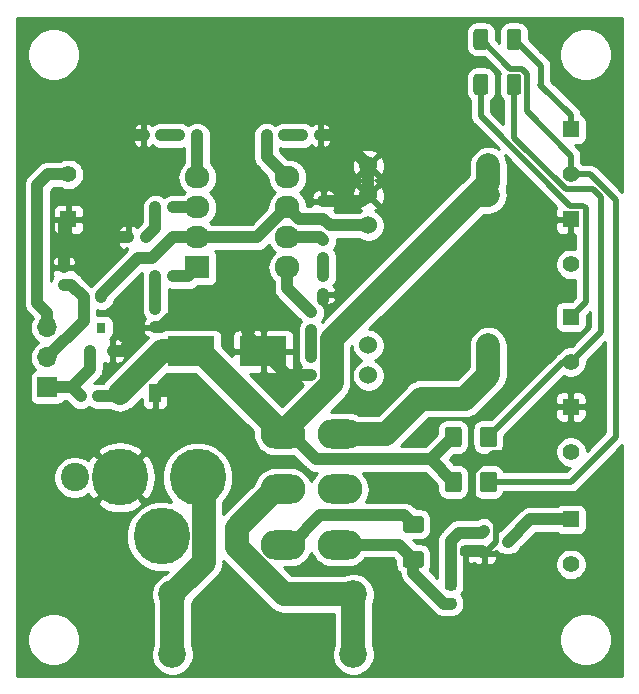
<source format=gtl>
G04 #@! TF.GenerationSoftware,KiCad,Pcbnew,5.1.3*
G04 #@! TF.CreationDate,2019-08-09T23:07:45+01:00*
G04 #@! TF.ProjectId,LEDregulator,4c454472-6567-4756-9c61-746f722e6b69,rev?*
G04 #@! TF.SameCoordinates,Original*
G04 #@! TF.FileFunction,Copper,L1,Top*
G04 #@! TF.FilePolarity,Positive*
%FSLAX46Y46*%
G04 Gerber Fmt 4.6, Leading zero omitted, Abs format (unit mm)*
G04 Created by KiCad (PCBNEW 5.1.3) date 2019-08-09 23:07:45*
%MOMM*%
%LPD*%
G04 APERTURE LIST*
%ADD10C,0.100000*%
%ADD11C,0.875000*%
%ADD12C,1.250000*%
%ADD13C,1.425000*%
%ADD14R,0.900000X0.800000*%
%ADD15C,1.400000*%
%ADD16R,1.400000X1.400000*%
%ADD17C,2.400000*%
%ADD18C,4.800000*%
%ADD19O,2.100000X1.900000*%
%ADD20R,2.100000X1.900000*%
%ADD21R,1.000000X1.600000*%
%ADD22R,4.000000X2.500000*%
%ADD23R,0.750000X0.800000*%
%ADD24R,0.500000X0.900000*%
%ADD25R,0.900000X0.500000*%
%ADD26C,1.524000*%
%ADD27O,1.700000X1.700000*%
%ADD28R,1.700000X1.700000*%
%ADD29O,3.800000X2.500000*%
%ADD30R,0.800000X0.900000*%
%ADD31C,2.350000*%
%ADD32C,0.800000*%
%ADD33C,1.200000*%
%ADD34C,1.024000*%
%ADD35C,0.508000*%
%ADD36C,2.000000*%
%ADD37C,0.254000*%
G04 APERTURE END LIST*
D10*
G36*
X157122691Y-81961053D02*
G01*
X157143926Y-81964203D01*
X157164750Y-81969419D01*
X157184962Y-81976651D01*
X157204368Y-81985830D01*
X157222781Y-81996866D01*
X157240024Y-82009654D01*
X157255930Y-82024070D01*
X157270346Y-82039976D01*
X157283134Y-82057219D01*
X157294170Y-82075632D01*
X157303349Y-82095038D01*
X157310581Y-82115250D01*
X157315797Y-82136074D01*
X157318947Y-82157309D01*
X157320000Y-82178750D01*
X157320000Y-82616250D01*
X157318947Y-82637691D01*
X157315797Y-82658926D01*
X157310581Y-82679750D01*
X157303349Y-82699962D01*
X157294170Y-82719368D01*
X157283134Y-82737781D01*
X157270346Y-82755024D01*
X157255930Y-82770930D01*
X157240024Y-82785346D01*
X157222781Y-82798134D01*
X157204368Y-82809170D01*
X157184962Y-82818349D01*
X157164750Y-82825581D01*
X157143926Y-82830797D01*
X157122691Y-82833947D01*
X157101250Y-82835000D01*
X156588750Y-82835000D01*
X156567309Y-82833947D01*
X156546074Y-82830797D01*
X156525250Y-82825581D01*
X156505038Y-82818349D01*
X156485632Y-82809170D01*
X156467219Y-82798134D01*
X156449976Y-82785346D01*
X156434070Y-82770930D01*
X156419654Y-82755024D01*
X156406866Y-82737781D01*
X156395830Y-82719368D01*
X156386651Y-82699962D01*
X156379419Y-82679750D01*
X156374203Y-82658926D01*
X156371053Y-82637691D01*
X156370000Y-82616250D01*
X156370000Y-82178750D01*
X156371053Y-82157309D01*
X156374203Y-82136074D01*
X156379419Y-82115250D01*
X156386651Y-82095038D01*
X156395830Y-82075632D01*
X156406866Y-82057219D01*
X156419654Y-82039976D01*
X156434070Y-82024070D01*
X156449976Y-82009654D01*
X156467219Y-81996866D01*
X156485632Y-81985830D01*
X156505038Y-81976651D01*
X156525250Y-81969419D01*
X156546074Y-81964203D01*
X156567309Y-81961053D01*
X156588750Y-81960000D01*
X157101250Y-81960000D01*
X157122691Y-81961053D01*
X157122691Y-81961053D01*
G37*
D11*
X156845000Y-82397500D03*
D10*
G36*
X157122691Y-83536053D02*
G01*
X157143926Y-83539203D01*
X157164750Y-83544419D01*
X157184962Y-83551651D01*
X157204368Y-83560830D01*
X157222781Y-83571866D01*
X157240024Y-83584654D01*
X157255930Y-83599070D01*
X157270346Y-83614976D01*
X157283134Y-83632219D01*
X157294170Y-83650632D01*
X157303349Y-83670038D01*
X157310581Y-83690250D01*
X157315797Y-83711074D01*
X157318947Y-83732309D01*
X157320000Y-83753750D01*
X157320000Y-84191250D01*
X157318947Y-84212691D01*
X157315797Y-84233926D01*
X157310581Y-84254750D01*
X157303349Y-84274962D01*
X157294170Y-84294368D01*
X157283134Y-84312781D01*
X157270346Y-84330024D01*
X157255930Y-84345930D01*
X157240024Y-84360346D01*
X157222781Y-84373134D01*
X157204368Y-84384170D01*
X157184962Y-84393349D01*
X157164750Y-84400581D01*
X157143926Y-84405797D01*
X157122691Y-84408947D01*
X157101250Y-84410000D01*
X156588750Y-84410000D01*
X156567309Y-84408947D01*
X156546074Y-84405797D01*
X156525250Y-84400581D01*
X156505038Y-84393349D01*
X156485632Y-84384170D01*
X156467219Y-84373134D01*
X156449976Y-84360346D01*
X156434070Y-84345930D01*
X156419654Y-84330024D01*
X156406866Y-84312781D01*
X156395830Y-84294368D01*
X156386651Y-84274962D01*
X156379419Y-84254750D01*
X156374203Y-84233926D01*
X156371053Y-84212691D01*
X156370000Y-84191250D01*
X156370000Y-83753750D01*
X156371053Y-83732309D01*
X156374203Y-83711074D01*
X156379419Y-83690250D01*
X156386651Y-83670038D01*
X156395830Y-83650632D01*
X156406866Y-83632219D01*
X156419654Y-83614976D01*
X156434070Y-83599070D01*
X156449976Y-83584654D01*
X156467219Y-83571866D01*
X156485632Y-83560830D01*
X156505038Y-83551651D01*
X156525250Y-83544419D01*
X156546074Y-83539203D01*
X156567309Y-83536053D01*
X156588750Y-83535000D01*
X157101250Y-83535000D01*
X157122691Y-83536053D01*
X157122691Y-83536053D01*
G37*
D11*
X156845000Y-83972500D03*
D10*
G36*
X155852691Y-87981053D02*
G01*
X155873926Y-87984203D01*
X155894750Y-87989419D01*
X155914962Y-87996651D01*
X155934368Y-88005830D01*
X155952781Y-88016866D01*
X155970024Y-88029654D01*
X155985930Y-88044070D01*
X156000346Y-88059976D01*
X156013134Y-88077219D01*
X156024170Y-88095632D01*
X156033349Y-88115038D01*
X156040581Y-88135250D01*
X156045797Y-88156074D01*
X156048947Y-88177309D01*
X156050000Y-88198750D01*
X156050000Y-88636250D01*
X156048947Y-88657691D01*
X156045797Y-88678926D01*
X156040581Y-88699750D01*
X156033349Y-88719962D01*
X156024170Y-88739368D01*
X156013134Y-88757781D01*
X156000346Y-88775024D01*
X155985930Y-88790930D01*
X155970024Y-88805346D01*
X155952781Y-88818134D01*
X155934368Y-88829170D01*
X155914962Y-88838349D01*
X155894750Y-88845581D01*
X155873926Y-88850797D01*
X155852691Y-88853947D01*
X155831250Y-88855000D01*
X155318750Y-88855000D01*
X155297309Y-88853947D01*
X155276074Y-88850797D01*
X155255250Y-88845581D01*
X155235038Y-88838349D01*
X155215632Y-88829170D01*
X155197219Y-88818134D01*
X155179976Y-88805346D01*
X155164070Y-88790930D01*
X155149654Y-88775024D01*
X155136866Y-88757781D01*
X155125830Y-88739368D01*
X155116651Y-88719962D01*
X155109419Y-88699750D01*
X155104203Y-88678926D01*
X155101053Y-88657691D01*
X155100000Y-88636250D01*
X155100000Y-88198750D01*
X155101053Y-88177309D01*
X155104203Y-88156074D01*
X155109419Y-88135250D01*
X155116651Y-88115038D01*
X155125830Y-88095632D01*
X155136866Y-88077219D01*
X155149654Y-88059976D01*
X155164070Y-88044070D01*
X155179976Y-88029654D01*
X155197219Y-88016866D01*
X155215632Y-88005830D01*
X155235038Y-87996651D01*
X155255250Y-87989419D01*
X155276074Y-87984203D01*
X155297309Y-87981053D01*
X155318750Y-87980000D01*
X155831250Y-87980000D01*
X155852691Y-87981053D01*
X155852691Y-87981053D01*
G37*
D11*
X155575000Y-88417500D03*
D10*
G36*
X155852691Y-86406053D02*
G01*
X155873926Y-86409203D01*
X155894750Y-86414419D01*
X155914962Y-86421651D01*
X155934368Y-86430830D01*
X155952781Y-86441866D01*
X155970024Y-86454654D01*
X155985930Y-86469070D01*
X156000346Y-86484976D01*
X156013134Y-86502219D01*
X156024170Y-86520632D01*
X156033349Y-86540038D01*
X156040581Y-86560250D01*
X156045797Y-86581074D01*
X156048947Y-86602309D01*
X156050000Y-86623750D01*
X156050000Y-87061250D01*
X156048947Y-87082691D01*
X156045797Y-87103926D01*
X156040581Y-87124750D01*
X156033349Y-87144962D01*
X156024170Y-87164368D01*
X156013134Y-87182781D01*
X156000346Y-87200024D01*
X155985930Y-87215930D01*
X155970024Y-87230346D01*
X155952781Y-87243134D01*
X155934368Y-87254170D01*
X155914962Y-87263349D01*
X155894750Y-87270581D01*
X155873926Y-87275797D01*
X155852691Y-87278947D01*
X155831250Y-87280000D01*
X155318750Y-87280000D01*
X155297309Y-87278947D01*
X155276074Y-87275797D01*
X155255250Y-87270581D01*
X155235038Y-87263349D01*
X155215632Y-87254170D01*
X155197219Y-87243134D01*
X155179976Y-87230346D01*
X155164070Y-87215930D01*
X155149654Y-87200024D01*
X155136866Y-87182781D01*
X155125830Y-87164368D01*
X155116651Y-87144962D01*
X155109419Y-87124750D01*
X155104203Y-87103926D01*
X155101053Y-87082691D01*
X155100000Y-87061250D01*
X155100000Y-86623750D01*
X155101053Y-86602309D01*
X155104203Y-86581074D01*
X155109419Y-86560250D01*
X155116651Y-86540038D01*
X155125830Y-86520632D01*
X155136866Y-86502219D01*
X155149654Y-86484976D01*
X155164070Y-86469070D01*
X155179976Y-86454654D01*
X155197219Y-86441866D01*
X155215632Y-86430830D01*
X155235038Y-86421651D01*
X155255250Y-86414419D01*
X155276074Y-86409203D01*
X155297309Y-86406053D01*
X155318750Y-86405000D01*
X155831250Y-86405000D01*
X155852691Y-86406053D01*
X155852691Y-86406053D01*
G37*
D11*
X155575000Y-86842500D03*
D10*
G36*
X158514504Y-43576204D02*
G01*
X158538773Y-43579804D01*
X158562571Y-43585765D01*
X158585671Y-43594030D01*
X158607849Y-43604520D01*
X158628893Y-43617133D01*
X158648598Y-43631747D01*
X158666777Y-43648223D01*
X158683253Y-43666402D01*
X158697867Y-43686107D01*
X158710480Y-43707151D01*
X158720970Y-43729329D01*
X158729235Y-43752429D01*
X158735196Y-43776227D01*
X158738796Y-43800496D01*
X158740000Y-43825000D01*
X158740000Y-45075000D01*
X158738796Y-45099504D01*
X158735196Y-45123773D01*
X158729235Y-45147571D01*
X158720970Y-45170671D01*
X158710480Y-45192849D01*
X158697867Y-45213893D01*
X158683253Y-45233598D01*
X158666777Y-45251777D01*
X158648598Y-45268253D01*
X158628893Y-45282867D01*
X158607849Y-45295480D01*
X158585671Y-45305970D01*
X158562571Y-45314235D01*
X158538773Y-45320196D01*
X158514504Y-45323796D01*
X158490000Y-45325000D01*
X157740000Y-45325000D01*
X157715496Y-45323796D01*
X157691227Y-45320196D01*
X157667429Y-45314235D01*
X157644329Y-45305970D01*
X157622151Y-45295480D01*
X157601107Y-45282867D01*
X157581402Y-45268253D01*
X157563223Y-45251777D01*
X157546747Y-45233598D01*
X157532133Y-45213893D01*
X157519520Y-45192849D01*
X157509030Y-45170671D01*
X157500765Y-45147571D01*
X157494804Y-45123773D01*
X157491204Y-45099504D01*
X157490000Y-45075000D01*
X157490000Y-43825000D01*
X157491204Y-43800496D01*
X157494804Y-43776227D01*
X157500765Y-43752429D01*
X157509030Y-43729329D01*
X157519520Y-43707151D01*
X157532133Y-43686107D01*
X157546747Y-43666402D01*
X157563223Y-43648223D01*
X157581402Y-43631747D01*
X157601107Y-43617133D01*
X157622151Y-43604520D01*
X157644329Y-43594030D01*
X157667429Y-43585765D01*
X157691227Y-43579804D01*
X157715496Y-43576204D01*
X157740000Y-43575000D01*
X158490000Y-43575000D01*
X158514504Y-43576204D01*
X158514504Y-43576204D01*
G37*
D12*
X158115000Y-44450000D03*
D10*
G36*
X161314504Y-43576204D02*
G01*
X161338773Y-43579804D01*
X161362571Y-43585765D01*
X161385671Y-43594030D01*
X161407849Y-43604520D01*
X161428893Y-43617133D01*
X161448598Y-43631747D01*
X161466777Y-43648223D01*
X161483253Y-43666402D01*
X161497867Y-43686107D01*
X161510480Y-43707151D01*
X161520970Y-43729329D01*
X161529235Y-43752429D01*
X161535196Y-43776227D01*
X161538796Y-43800496D01*
X161540000Y-43825000D01*
X161540000Y-45075000D01*
X161538796Y-45099504D01*
X161535196Y-45123773D01*
X161529235Y-45147571D01*
X161520970Y-45170671D01*
X161510480Y-45192849D01*
X161497867Y-45213893D01*
X161483253Y-45233598D01*
X161466777Y-45251777D01*
X161448598Y-45268253D01*
X161428893Y-45282867D01*
X161407849Y-45295480D01*
X161385671Y-45305970D01*
X161362571Y-45314235D01*
X161338773Y-45320196D01*
X161314504Y-45323796D01*
X161290000Y-45325000D01*
X160540000Y-45325000D01*
X160515496Y-45323796D01*
X160491227Y-45320196D01*
X160467429Y-45314235D01*
X160444329Y-45305970D01*
X160422151Y-45295480D01*
X160401107Y-45282867D01*
X160381402Y-45268253D01*
X160363223Y-45251777D01*
X160346747Y-45233598D01*
X160332133Y-45213893D01*
X160319520Y-45192849D01*
X160309030Y-45170671D01*
X160300765Y-45147571D01*
X160294804Y-45123773D01*
X160291204Y-45099504D01*
X160290000Y-45075000D01*
X160290000Y-43825000D01*
X160291204Y-43800496D01*
X160294804Y-43776227D01*
X160300765Y-43752429D01*
X160309030Y-43729329D01*
X160319520Y-43707151D01*
X160332133Y-43686107D01*
X160346747Y-43666402D01*
X160363223Y-43648223D01*
X160381402Y-43631747D01*
X160401107Y-43617133D01*
X160422151Y-43604520D01*
X160444329Y-43594030D01*
X160467429Y-43585765D01*
X160491227Y-43579804D01*
X160515496Y-43576204D01*
X160540000Y-43575000D01*
X161290000Y-43575000D01*
X161314504Y-43576204D01*
X161314504Y-43576204D01*
G37*
D12*
X160915000Y-44450000D03*
D10*
G36*
X161314504Y-39766204D02*
G01*
X161338773Y-39769804D01*
X161362571Y-39775765D01*
X161385671Y-39784030D01*
X161407849Y-39794520D01*
X161428893Y-39807133D01*
X161448598Y-39821747D01*
X161466777Y-39838223D01*
X161483253Y-39856402D01*
X161497867Y-39876107D01*
X161510480Y-39897151D01*
X161520970Y-39919329D01*
X161529235Y-39942429D01*
X161535196Y-39966227D01*
X161538796Y-39990496D01*
X161540000Y-40015000D01*
X161540000Y-41265000D01*
X161538796Y-41289504D01*
X161535196Y-41313773D01*
X161529235Y-41337571D01*
X161520970Y-41360671D01*
X161510480Y-41382849D01*
X161497867Y-41403893D01*
X161483253Y-41423598D01*
X161466777Y-41441777D01*
X161448598Y-41458253D01*
X161428893Y-41472867D01*
X161407849Y-41485480D01*
X161385671Y-41495970D01*
X161362571Y-41504235D01*
X161338773Y-41510196D01*
X161314504Y-41513796D01*
X161290000Y-41515000D01*
X160540000Y-41515000D01*
X160515496Y-41513796D01*
X160491227Y-41510196D01*
X160467429Y-41504235D01*
X160444329Y-41495970D01*
X160422151Y-41485480D01*
X160401107Y-41472867D01*
X160381402Y-41458253D01*
X160363223Y-41441777D01*
X160346747Y-41423598D01*
X160332133Y-41403893D01*
X160319520Y-41382849D01*
X160309030Y-41360671D01*
X160300765Y-41337571D01*
X160294804Y-41313773D01*
X160291204Y-41289504D01*
X160290000Y-41265000D01*
X160290000Y-40015000D01*
X160291204Y-39990496D01*
X160294804Y-39966227D01*
X160300765Y-39942429D01*
X160309030Y-39919329D01*
X160319520Y-39897151D01*
X160332133Y-39876107D01*
X160346747Y-39856402D01*
X160363223Y-39838223D01*
X160381402Y-39821747D01*
X160401107Y-39807133D01*
X160422151Y-39794520D01*
X160444329Y-39784030D01*
X160467429Y-39775765D01*
X160491227Y-39769804D01*
X160515496Y-39766204D01*
X160540000Y-39765000D01*
X161290000Y-39765000D01*
X161314504Y-39766204D01*
X161314504Y-39766204D01*
G37*
D12*
X160915000Y-40640000D03*
D10*
G36*
X158514504Y-39766204D02*
G01*
X158538773Y-39769804D01*
X158562571Y-39775765D01*
X158585671Y-39784030D01*
X158607849Y-39794520D01*
X158628893Y-39807133D01*
X158648598Y-39821747D01*
X158666777Y-39838223D01*
X158683253Y-39856402D01*
X158697867Y-39876107D01*
X158710480Y-39897151D01*
X158720970Y-39919329D01*
X158729235Y-39942429D01*
X158735196Y-39966227D01*
X158738796Y-39990496D01*
X158740000Y-40015000D01*
X158740000Y-41265000D01*
X158738796Y-41289504D01*
X158735196Y-41313773D01*
X158729235Y-41337571D01*
X158720970Y-41360671D01*
X158710480Y-41382849D01*
X158697867Y-41403893D01*
X158683253Y-41423598D01*
X158666777Y-41441777D01*
X158648598Y-41458253D01*
X158628893Y-41472867D01*
X158607849Y-41485480D01*
X158585671Y-41495970D01*
X158562571Y-41504235D01*
X158538773Y-41510196D01*
X158514504Y-41513796D01*
X158490000Y-41515000D01*
X157740000Y-41515000D01*
X157715496Y-41513796D01*
X157691227Y-41510196D01*
X157667429Y-41504235D01*
X157644329Y-41495970D01*
X157622151Y-41485480D01*
X157601107Y-41472867D01*
X157581402Y-41458253D01*
X157563223Y-41441777D01*
X157546747Y-41423598D01*
X157532133Y-41403893D01*
X157519520Y-41382849D01*
X157509030Y-41360671D01*
X157500765Y-41337571D01*
X157494804Y-41313773D01*
X157491204Y-41289504D01*
X157490000Y-41265000D01*
X157490000Y-40015000D01*
X157491204Y-39990496D01*
X157494804Y-39966227D01*
X157500765Y-39942429D01*
X157509030Y-39919329D01*
X157519520Y-39897151D01*
X157532133Y-39876107D01*
X157546747Y-39856402D01*
X157563223Y-39838223D01*
X157581402Y-39821747D01*
X157601107Y-39807133D01*
X157622151Y-39794520D01*
X157644329Y-39784030D01*
X157667429Y-39775765D01*
X157691227Y-39769804D01*
X157715496Y-39766204D01*
X157740000Y-39765000D01*
X158490000Y-39765000D01*
X158514504Y-39766204D01*
X158514504Y-39766204D01*
G37*
D12*
X158115000Y-40640000D03*
D10*
G36*
X159237004Y-73421204D02*
G01*
X159261273Y-73424804D01*
X159285071Y-73430765D01*
X159308171Y-73439030D01*
X159330349Y-73449520D01*
X159351393Y-73462133D01*
X159371098Y-73476747D01*
X159389277Y-73493223D01*
X159405753Y-73511402D01*
X159420367Y-73531107D01*
X159432980Y-73552151D01*
X159443470Y-73574329D01*
X159451735Y-73597429D01*
X159457696Y-73621227D01*
X159461296Y-73645496D01*
X159462500Y-73670000D01*
X159462500Y-74920000D01*
X159461296Y-74944504D01*
X159457696Y-74968773D01*
X159451735Y-74992571D01*
X159443470Y-75015671D01*
X159432980Y-75037849D01*
X159420367Y-75058893D01*
X159405753Y-75078598D01*
X159389277Y-75096777D01*
X159371098Y-75113253D01*
X159351393Y-75127867D01*
X159330349Y-75140480D01*
X159308171Y-75150970D01*
X159285071Y-75159235D01*
X159261273Y-75165196D01*
X159237004Y-75168796D01*
X159212500Y-75170000D01*
X158287500Y-75170000D01*
X158262996Y-75168796D01*
X158238727Y-75165196D01*
X158214929Y-75159235D01*
X158191829Y-75150970D01*
X158169651Y-75140480D01*
X158148607Y-75127867D01*
X158128902Y-75113253D01*
X158110723Y-75096777D01*
X158094247Y-75078598D01*
X158079633Y-75058893D01*
X158067020Y-75037849D01*
X158056530Y-75015671D01*
X158048265Y-74992571D01*
X158042304Y-74968773D01*
X158038704Y-74944504D01*
X158037500Y-74920000D01*
X158037500Y-73670000D01*
X158038704Y-73645496D01*
X158042304Y-73621227D01*
X158048265Y-73597429D01*
X158056530Y-73574329D01*
X158067020Y-73552151D01*
X158079633Y-73531107D01*
X158094247Y-73511402D01*
X158110723Y-73493223D01*
X158128902Y-73476747D01*
X158148607Y-73462133D01*
X158169651Y-73449520D01*
X158191829Y-73439030D01*
X158214929Y-73430765D01*
X158238727Y-73424804D01*
X158262996Y-73421204D01*
X158287500Y-73420000D01*
X159212500Y-73420000D01*
X159237004Y-73421204D01*
X159237004Y-73421204D01*
G37*
D13*
X158750000Y-74295000D03*
D10*
G36*
X156262004Y-73421204D02*
G01*
X156286273Y-73424804D01*
X156310071Y-73430765D01*
X156333171Y-73439030D01*
X156355349Y-73449520D01*
X156376393Y-73462133D01*
X156396098Y-73476747D01*
X156414277Y-73493223D01*
X156430753Y-73511402D01*
X156445367Y-73531107D01*
X156457980Y-73552151D01*
X156468470Y-73574329D01*
X156476735Y-73597429D01*
X156482696Y-73621227D01*
X156486296Y-73645496D01*
X156487500Y-73670000D01*
X156487500Y-74920000D01*
X156486296Y-74944504D01*
X156482696Y-74968773D01*
X156476735Y-74992571D01*
X156468470Y-75015671D01*
X156457980Y-75037849D01*
X156445367Y-75058893D01*
X156430753Y-75078598D01*
X156414277Y-75096777D01*
X156396098Y-75113253D01*
X156376393Y-75127867D01*
X156355349Y-75140480D01*
X156333171Y-75150970D01*
X156310071Y-75159235D01*
X156286273Y-75165196D01*
X156262004Y-75168796D01*
X156237500Y-75170000D01*
X155312500Y-75170000D01*
X155287996Y-75168796D01*
X155263727Y-75165196D01*
X155239929Y-75159235D01*
X155216829Y-75150970D01*
X155194651Y-75140480D01*
X155173607Y-75127867D01*
X155153902Y-75113253D01*
X155135723Y-75096777D01*
X155119247Y-75078598D01*
X155104633Y-75058893D01*
X155092020Y-75037849D01*
X155081530Y-75015671D01*
X155073265Y-74992571D01*
X155067304Y-74968773D01*
X155063704Y-74944504D01*
X155062500Y-74920000D01*
X155062500Y-73670000D01*
X155063704Y-73645496D01*
X155067304Y-73621227D01*
X155073265Y-73597429D01*
X155081530Y-73574329D01*
X155092020Y-73552151D01*
X155104633Y-73531107D01*
X155119247Y-73511402D01*
X155135723Y-73493223D01*
X155153902Y-73476747D01*
X155173607Y-73462133D01*
X155194651Y-73449520D01*
X155216829Y-73439030D01*
X155239929Y-73430765D01*
X155263727Y-73424804D01*
X155287996Y-73421204D01*
X155312500Y-73420000D01*
X156237500Y-73420000D01*
X156262004Y-73421204D01*
X156262004Y-73421204D01*
G37*
D13*
X155775000Y-74295000D03*
D10*
G36*
X159237004Y-77231204D02*
G01*
X159261273Y-77234804D01*
X159285071Y-77240765D01*
X159308171Y-77249030D01*
X159330349Y-77259520D01*
X159351393Y-77272133D01*
X159371098Y-77286747D01*
X159389277Y-77303223D01*
X159405753Y-77321402D01*
X159420367Y-77341107D01*
X159432980Y-77362151D01*
X159443470Y-77384329D01*
X159451735Y-77407429D01*
X159457696Y-77431227D01*
X159461296Y-77455496D01*
X159462500Y-77480000D01*
X159462500Y-78730000D01*
X159461296Y-78754504D01*
X159457696Y-78778773D01*
X159451735Y-78802571D01*
X159443470Y-78825671D01*
X159432980Y-78847849D01*
X159420367Y-78868893D01*
X159405753Y-78888598D01*
X159389277Y-78906777D01*
X159371098Y-78923253D01*
X159351393Y-78937867D01*
X159330349Y-78950480D01*
X159308171Y-78960970D01*
X159285071Y-78969235D01*
X159261273Y-78975196D01*
X159237004Y-78978796D01*
X159212500Y-78980000D01*
X158287500Y-78980000D01*
X158262996Y-78978796D01*
X158238727Y-78975196D01*
X158214929Y-78969235D01*
X158191829Y-78960970D01*
X158169651Y-78950480D01*
X158148607Y-78937867D01*
X158128902Y-78923253D01*
X158110723Y-78906777D01*
X158094247Y-78888598D01*
X158079633Y-78868893D01*
X158067020Y-78847849D01*
X158056530Y-78825671D01*
X158048265Y-78802571D01*
X158042304Y-78778773D01*
X158038704Y-78754504D01*
X158037500Y-78730000D01*
X158037500Y-77480000D01*
X158038704Y-77455496D01*
X158042304Y-77431227D01*
X158048265Y-77407429D01*
X158056530Y-77384329D01*
X158067020Y-77362151D01*
X158079633Y-77341107D01*
X158094247Y-77321402D01*
X158110723Y-77303223D01*
X158128902Y-77286747D01*
X158148607Y-77272133D01*
X158169651Y-77259520D01*
X158191829Y-77249030D01*
X158214929Y-77240765D01*
X158238727Y-77234804D01*
X158262996Y-77231204D01*
X158287500Y-77230000D01*
X159212500Y-77230000D01*
X159237004Y-77231204D01*
X159237004Y-77231204D01*
G37*
D13*
X158750000Y-78105000D03*
D10*
G36*
X156262004Y-77231204D02*
G01*
X156286273Y-77234804D01*
X156310071Y-77240765D01*
X156333171Y-77249030D01*
X156355349Y-77259520D01*
X156376393Y-77272133D01*
X156396098Y-77286747D01*
X156414277Y-77303223D01*
X156430753Y-77321402D01*
X156445367Y-77341107D01*
X156457980Y-77362151D01*
X156468470Y-77384329D01*
X156476735Y-77407429D01*
X156482696Y-77431227D01*
X156486296Y-77455496D01*
X156487500Y-77480000D01*
X156487500Y-78730000D01*
X156486296Y-78754504D01*
X156482696Y-78778773D01*
X156476735Y-78802571D01*
X156468470Y-78825671D01*
X156457980Y-78847849D01*
X156445367Y-78868893D01*
X156430753Y-78888598D01*
X156414277Y-78906777D01*
X156396098Y-78923253D01*
X156376393Y-78937867D01*
X156355349Y-78950480D01*
X156333171Y-78960970D01*
X156310071Y-78969235D01*
X156286273Y-78975196D01*
X156262004Y-78978796D01*
X156237500Y-78980000D01*
X155312500Y-78980000D01*
X155287996Y-78978796D01*
X155263727Y-78975196D01*
X155239929Y-78969235D01*
X155216829Y-78960970D01*
X155194651Y-78950480D01*
X155173607Y-78937867D01*
X155153902Y-78923253D01*
X155135723Y-78906777D01*
X155119247Y-78888598D01*
X155104633Y-78868893D01*
X155092020Y-78847849D01*
X155081530Y-78825671D01*
X155073265Y-78802571D01*
X155067304Y-78778773D01*
X155063704Y-78754504D01*
X155062500Y-78730000D01*
X155062500Y-77480000D01*
X155063704Y-77455496D01*
X155067304Y-77431227D01*
X155073265Y-77407429D01*
X155081530Y-77384329D01*
X155092020Y-77362151D01*
X155104633Y-77341107D01*
X155119247Y-77321402D01*
X155135723Y-77303223D01*
X155153902Y-77286747D01*
X155173607Y-77272133D01*
X155194651Y-77259520D01*
X155216829Y-77249030D01*
X155239929Y-77240765D01*
X155263727Y-77234804D01*
X155287996Y-77231204D01*
X155312500Y-77230000D01*
X156237500Y-77230000D01*
X156262004Y-77231204D01*
X156262004Y-77231204D01*
G37*
D13*
X155775000Y-78105000D03*
D14*
X160385000Y-83185000D03*
X158385000Y-84135000D03*
X158385000Y-82235000D03*
D15*
X165735000Y-75565000D03*
D16*
X165735000Y-71755000D03*
D15*
X165735000Y-67945000D03*
D16*
X165735000Y-64135000D03*
D15*
X165735000Y-59690000D03*
D16*
X165735000Y-55880000D03*
D15*
X165735000Y-52070000D03*
D16*
X165735000Y-48260000D03*
D15*
X165735000Y-85090000D03*
D16*
X165735000Y-81280000D03*
D17*
X123734000Y-77724000D03*
D18*
X127534000Y-77724000D03*
X134134000Y-77724000D03*
X131084000Y-82724000D03*
D19*
X141732000Y-52324000D03*
X134112000Y-52324000D03*
D20*
X134112000Y-59944000D03*
D19*
X141732000Y-59944000D03*
X134112000Y-57404000D03*
X141732000Y-54864000D03*
X134112000Y-54864000D03*
X141732000Y-57404000D03*
D21*
X130532000Y-70612000D03*
X127532000Y-70612000D03*
D22*
X139700000Y-67056000D03*
X133600000Y-67056000D03*
D23*
X122809000Y-59944000D03*
X122809000Y-61444000D03*
X144780000Y-55856000D03*
X144780000Y-54356000D03*
D24*
X124230000Y-70866000D03*
X125730000Y-70866000D03*
X125984000Y-62484000D03*
X124484000Y-62484000D03*
X132056000Y-60706000D03*
X130556000Y-60706000D03*
X130568000Y-54864000D03*
X132068000Y-54864000D03*
X134088000Y-48768000D03*
X132588000Y-48768000D03*
D25*
X143764000Y-65266000D03*
X143764000Y-63766000D03*
X144780000Y-59170000D03*
X144780000Y-57670000D03*
D24*
X139978000Y-48768000D03*
X141478000Y-48768000D03*
D25*
X130556000Y-65012000D03*
X130556000Y-63512000D03*
D24*
X128270000Y-57404000D03*
X129770000Y-57404000D03*
X131064000Y-48768000D03*
X129564000Y-48768000D03*
D25*
X143764000Y-67564000D03*
X143764000Y-69064000D03*
X144780000Y-60718000D03*
X144780000Y-62218000D03*
D24*
X143014000Y-48768000D03*
X144514000Y-48768000D03*
D26*
X148590000Y-51308000D03*
X148590000Y-53848000D03*
X148590000Y-56388000D03*
X148590000Y-66548000D03*
X148590000Y-69088000D03*
X158750000Y-69088000D03*
X158750000Y-66548000D03*
X158750000Y-53848000D03*
X158750000Y-51308000D03*
D27*
X121412000Y-65024000D03*
X121412000Y-67564000D03*
D28*
X121412000Y-70104000D03*
D29*
X141354000Y-83440000D03*
X141354000Y-78740000D03*
X141354000Y-74040000D03*
X146174000Y-83440000D03*
X146174000Y-78740000D03*
X146174000Y-74040000D03*
D30*
X125984000Y-65040000D03*
X126934000Y-67040000D03*
X125034000Y-67040000D03*
D31*
X147320000Y-87630000D03*
X147320000Y-92710000D03*
X132000000Y-87630000D03*
X132000000Y-92710000D03*
D16*
X123190000Y-55880000D03*
D15*
X123190000Y-52070000D03*
D10*
G36*
X153049504Y-83961204D02*
G01*
X153073773Y-83964804D01*
X153097571Y-83970765D01*
X153120671Y-83979030D01*
X153142849Y-83989520D01*
X153163893Y-84002133D01*
X153183598Y-84016747D01*
X153201777Y-84033223D01*
X153218253Y-84051402D01*
X153232867Y-84071107D01*
X153245480Y-84092151D01*
X153255970Y-84114329D01*
X153264235Y-84137429D01*
X153270196Y-84161227D01*
X153273796Y-84185496D01*
X153275000Y-84210000D01*
X153275000Y-85135000D01*
X153273796Y-85159504D01*
X153270196Y-85183773D01*
X153264235Y-85207571D01*
X153255970Y-85230671D01*
X153245480Y-85252849D01*
X153232867Y-85273893D01*
X153218253Y-85293598D01*
X153201777Y-85311777D01*
X153183598Y-85328253D01*
X153163893Y-85342867D01*
X153142849Y-85355480D01*
X153120671Y-85365970D01*
X153097571Y-85374235D01*
X153073773Y-85380196D01*
X153049504Y-85383796D01*
X153025000Y-85385000D01*
X151775000Y-85385000D01*
X151750496Y-85383796D01*
X151726227Y-85380196D01*
X151702429Y-85374235D01*
X151679329Y-85365970D01*
X151657151Y-85355480D01*
X151636107Y-85342867D01*
X151616402Y-85328253D01*
X151598223Y-85311777D01*
X151581747Y-85293598D01*
X151567133Y-85273893D01*
X151554520Y-85252849D01*
X151544030Y-85230671D01*
X151535765Y-85207571D01*
X151529804Y-85183773D01*
X151526204Y-85159504D01*
X151525000Y-85135000D01*
X151525000Y-84210000D01*
X151526204Y-84185496D01*
X151529804Y-84161227D01*
X151535765Y-84137429D01*
X151544030Y-84114329D01*
X151554520Y-84092151D01*
X151567133Y-84071107D01*
X151581747Y-84051402D01*
X151598223Y-84033223D01*
X151616402Y-84016747D01*
X151636107Y-84002133D01*
X151657151Y-83989520D01*
X151679329Y-83979030D01*
X151702429Y-83970765D01*
X151726227Y-83964804D01*
X151750496Y-83961204D01*
X151775000Y-83960000D01*
X153025000Y-83960000D01*
X153049504Y-83961204D01*
X153049504Y-83961204D01*
G37*
D13*
X152400000Y-84672500D03*
D10*
G36*
X153049504Y-80986204D02*
G01*
X153073773Y-80989804D01*
X153097571Y-80995765D01*
X153120671Y-81004030D01*
X153142849Y-81014520D01*
X153163893Y-81027133D01*
X153183598Y-81041747D01*
X153201777Y-81058223D01*
X153218253Y-81076402D01*
X153232867Y-81096107D01*
X153245480Y-81117151D01*
X153255970Y-81139329D01*
X153264235Y-81162429D01*
X153270196Y-81186227D01*
X153273796Y-81210496D01*
X153275000Y-81235000D01*
X153275000Y-82160000D01*
X153273796Y-82184504D01*
X153270196Y-82208773D01*
X153264235Y-82232571D01*
X153255970Y-82255671D01*
X153245480Y-82277849D01*
X153232867Y-82298893D01*
X153218253Y-82318598D01*
X153201777Y-82336777D01*
X153183598Y-82353253D01*
X153163893Y-82367867D01*
X153142849Y-82380480D01*
X153120671Y-82390970D01*
X153097571Y-82399235D01*
X153073773Y-82405196D01*
X153049504Y-82408796D01*
X153025000Y-82410000D01*
X151775000Y-82410000D01*
X151750496Y-82408796D01*
X151726227Y-82405196D01*
X151702429Y-82399235D01*
X151679329Y-82390970D01*
X151657151Y-82380480D01*
X151636107Y-82367867D01*
X151616402Y-82353253D01*
X151598223Y-82336777D01*
X151581747Y-82318598D01*
X151567133Y-82298893D01*
X151554520Y-82277849D01*
X151544030Y-82255671D01*
X151535765Y-82232571D01*
X151529804Y-82208773D01*
X151526204Y-82184504D01*
X151525000Y-82160000D01*
X151525000Y-81235000D01*
X151526204Y-81210496D01*
X151529804Y-81186227D01*
X151535765Y-81162429D01*
X151544030Y-81139329D01*
X151554520Y-81117151D01*
X151567133Y-81096107D01*
X151581747Y-81076402D01*
X151598223Y-81058223D01*
X151616402Y-81041747D01*
X151636107Y-81027133D01*
X151657151Y-81014520D01*
X151679329Y-81004030D01*
X151702429Y-80995765D01*
X151726227Y-80989804D01*
X151750496Y-80986204D01*
X151775000Y-80985000D01*
X153025000Y-80985000D01*
X153049504Y-80986204D01*
X153049504Y-80986204D01*
G37*
D13*
X152400000Y-81697500D03*
D32*
X131826000Y-64262000D03*
X128270000Y-66548000D03*
X131826000Y-64262000D03*
X144780000Y-62738000D03*
X145034000Y-48768000D03*
X145288000Y-54356000D03*
X131572000Y-69596000D03*
X128778000Y-48768000D03*
X127381000Y-57404000D03*
D33*
X138430000Y-65405000D03*
D34*
X130556000Y-65012000D02*
X131076000Y-65012000D01*
X131076000Y-65012000D02*
X131826000Y-64262000D01*
X126934000Y-67040000D02*
X127778000Y-67040000D01*
X127778000Y-67040000D02*
X128270000Y-66548000D01*
X144780000Y-62218000D02*
X144780000Y-62738000D01*
X148082000Y-54356000D02*
X148590000Y-53848000D01*
X146050000Y-48768000D02*
X148590000Y-51308000D01*
X148590000Y-51308000D02*
X148590000Y-53848000D01*
X144514000Y-48768000D02*
X145034000Y-48768000D01*
X145034000Y-48768000D02*
X146050000Y-48768000D01*
X144780000Y-54356000D02*
X145288000Y-54356000D01*
X145288000Y-54356000D02*
X148082000Y-54356000D01*
X130762000Y-70406000D02*
X131572000Y-69596000D01*
X122809000Y-56261000D02*
X123190000Y-55880000D01*
X122809000Y-59944000D02*
X122809000Y-56261000D01*
X129564000Y-48768000D02*
X128778000Y-48768000D01*
X128270000Y-57404000D02*
X127381000Y-57404000D01*
X141708000Y-69064000D02*
X143764000Y-69064000D01*
X139700000Y-67056000D02*
X141097000Y-68453000D01*
X141097000Y-68453000D02*
X141708000Y-69064000D01*
X138430000Y-65786000D02*
X139700000Y-67056000D01*
X138430000Y-65405000D02*
X138430000Y-65786000D01*
X158222500Y-83972500D02*
X158385000Y-84135000D01*
X156845000Y-83972500D02*
X158222500Y-83972500D01*
D35*
X158435000Y-84135000D02*
X159385000Y-83185000D01*
X158385000Y-84135000D02*
X158435000Y-84135000D01*
X159385000Y-81567798D02*
X157480000Y-79662798D01*
X159385000Y-83185000D02*
X159385000Y-81567798D01*
X160657990Y-75624010D02*
X164527000Y-71755000D01*
X159147868Y-75624010D02*
X160657990Y-75624010D01*
X164527000Y-71755000D02*
X165735000Y-71755000D01*
X157480000Y-77291878D02*
X159147868Y-75624010D01*
X157480000Y-79662798D02*
X157480000Y-77291878D01*
D34*
X124484000Y-64492000D02*
X124484000Y-62484000D01*
X121412000Y-67564000D02*
X124484000Y-64492000D01*
X123444000Y-61444000D02*
X124484000Y-62484000D01*
X122809000Y-61444000D02*
X123444000Y-61444000D01*
X145312000Y-56388000D02*
X144780000Y-55856000D01*
X148590000Y-56388000D02*
X145312000Y-56388000D01*
X142724000Y-55856000D02*
X141732000Y-54864000D01*
X144780000Y-55856000D02*
X142724000Y-55856000D01*
X139192000Y-57404000D02*
X141732000Y-54864000D01*
X134112000Y-57404000D02*
X139192000Y-57404000D01*
X132038000Y-57404000D02*
X134112000Y-57404000D01*
X130275999Y-59166001D02*
X132038000Y-57404000D01*
X125984000Y-62284000D02*
X129101999Y-59166001D01*
X129101999Y-59166001D02*
X130275999Y-59166001D01*
X125984000Y-62484000D02*
X125984000Y-62284000D01*
X132588000Y-48768000D02*
X131064000Y-48768000D01*
X143764000Y-67564000D02*
X143764000Y-65266000D01*
X144780000Y-59170000D02*
X144780000Y-60718000D01*
X143014000Y-48768000D02*
X141478000Y-48768000D01*
D36*
X158750000Y-66548000D02*
X158750000Y-69088000D01*
X150074000Y-74040000D02*
X146174000Y-74040000D01*
X153063999Y-71050001D02*
X150074000Y-74040000D01*
X156787999Y-71050001D02*
X153063999Y-71050001D01*
X158750000Y-69088000D02*
X156787999Y-71050001D01*
D34*
X121412000Y-63821919D02*
X120565999Y-62975918D01*
X121412000Y-65024000D02*
X121412000Y-63821919D01*
X120565999Y-52970001D02*
X120565999Y-53255999D01*
X121466000Y-52070000D02*
X120565999Y-52970001D01*
X123190000Y-52070000D02*
X121466000Y-52070000D01*
X120565999Y-62975918D02*
X120565999Y-53255999D01*
X123468000Y-70104000D02*
X124230000Y-70866000D01*
X121412000Y-70104000D02*
X123468000Y-70104000D01*
X123468000Y-70080000D02*
X123468000Y-70104000D01*
X125034000Y-68514000D02*
X123468000Y-70080000D01*
X125034000Y-67040000D02*
X125034000Y-68514000D01*
X151167500Y-83440000D02*
X152400000Y-84672500D01*
X146174000Y-83440000D02*
X151167500Y-83440000D01*
X155000000Y-88417500D02*
X155575000Y-88417500D01*
X152400000Y-85817500D02*
X155000000Y-88417500D01*
X152400000Y-84672500D02*
X152400000Y-85817500D01*
X133350000Y-60706000D02*
X134112000Y-59944000D01*
X132056000Y-60706000D02*
X133350000Y-60706000D01*
X132068000Y-54864000D02*
X134112000Y-54864000D01*
X134112000Y-48792000D02*
X134088000Y-48768000D01*
X134112000Y-52324000D02*
X134112000Y-48792000D01*
X141732000Y-61734000D02*
X143764000Y-63766000D01*
X141732000Y-59944000D02*
X141732000Y-61734000D01*
X144514000Y-57404000D02*
X144780000Y-57670000D01*
X141732000Y-57404000D02*
X144514000Y-57404000D01*
X139978000Y-50570000D02*
X141732000Y-52324000D01*
X139978000Y-48768000D02*
X139978000Y-50570000D01*
D36*
X141354000Y-78740000D02*
X140970000Y-78740000D01*
X141429163Y-87630000D02*
X145658300Y-87630000D01*
X137454000Y-83654837D02*
X141429163Y-87630000D01*
X137454000Y-81990000D02*
X137454000Y-83654837D01*
X140704000Y-78740000D02*
X137454000Y-81990000D01*
X145658300Y-87630000D02*
X147320000Y-87630000D01*
X141354000Y-78740000D02*
X140704000Y-78740000D01*
X147320000Y-92710000D02*
X147320000Y-87630000D01*
X134370000Y-67056000D02*
X141354000Y-74040000D01*
X133600000Y-67056000D02*
X134370000Y-67056000D01*
X157672370Y-53848000D02*
X158750000Y-53848000D01*
X141354000Y-74040000D02*
X142004000Y-74040000D01*
X158750000Y-52770370D02*
X157672370Y-53848000D01*
X158750000Y-51308000D02*
X158750000Y-52770370D01*
X131088000Y-67056000D02*
X127532000Y-70612000D01*
X133600000Y-67056000D02*
X131088000Y-67056000D01*
D34*
X127278000Y-70866000D02*
X127532000Y-70612000D01*
X125730000Y-70866000D02*
X127278000Y-70866000D01*
X142004000Y-74040000D02*
X144164000Y-76200000D01*
X153870000Y-76200000D02*
X155775000Y-74295000D01*
X144164000Y-76200000D02*
X153870000Y-76200000D01*
X153870000Y-76200000D02*
X155775000Y-78105000D01*
D36*
X145476010Y-66044360D02*
X146627999Y-64892371D01*
X145476010Y-69773137D02*
X145476010Y-66044360D01*
X141354000Y-74040000D02*
X141354000Y-73895147D01*
X146627999Y-64892371D02*
X157672370Y-53848000D01*
X141354000Y-73895147D02*
X145476010Y-69773137D01*
D34*
X162290000Y-81280000D02*
X160385000Y-83185000D01*
X165735000Y-81280000D02*
X162290000Y-81280000D01*
D36*
X132000000Y-92710000D02*
X132000000Y-87630000D01*
X133174999Y-86455001D02*
X132000000Y-87630000D01*
X134684001Y-84945999D02*
X133174999Y-86455001D01*
X134684001Y-78274001D02*
X134684001Y-84945999D01*
X134134000Y-77724000D02*
X134684001Y-78274001D01*
D35*
X165735000Y-48260000D02*
X165735000Y-47052000D01*
X160915000Y-40640000D02*
X163195000Y-42920000D01*
X163195000Y-44450000D02*
X163164000Y-44481000D01*
X163195000Y-42920000D02*
X163195000Y-44450000D01*
X165735000Y-47052000D02*
X163164000Y-44481000D01*
X165735000Y-50477202D02*
X165735000Y-52070000D01*
X161994010Y-46736212D02*
X165735000Y-50477202D01*
X161994010Y-43533388D02*
X161994010Y-46736212D01*
X161581612Y-43120990D02*
X161994010Y-43533388D01*
X158115000Y-40640000D02*
X160595990Y-43120990D01*
X160595990Y-43120990D02*
X161581612Y-43120990D01*
X167371276Y-52070000D02*
X169545000Y-54243724D01*
X165735000Y-52070000D02*
X167371276Y-52070000D01*
X169545000Y-54243724D02*
X169545000Y-74295000D01*
X165735000Y-78105000D02*
X158750000Y-78105000D01*
X169545000Y-74295000D02*
X165735000Y-78105000D01*
X167005000Y-62865000D02*
X165735000Y-64135000D01*
X167005000Y-54932798D02*
X167005000Y-62865000D01*
X166798201Y-54725999D02*
X167005000Y-54932798D01*
X165681801Y-54725999D02*
X166798201Y-54725999D01*
X158115000Y-44450000D02*
X158115000Y-47159198D01*
X158115000Y-47159198D02*
X165681801Y-54725999D01*
X160915000Y-48957922D02*
X165297078Y-53340000D01*
X160915000Y-44450000D02*
X160915000Y-48957922D01*
X165297078Y-53340000D02*
X167640000Y-53340000D01*
X167640000Y-53340000D02*
X168275000Y-53975000D01*
X168275000Y-65405000D02*
X165735000Y-67945000D01*
X168275000Y-53975000D02*
X168275000Y-65405000D01*
X165100000Y-67945000D02*
X165735000Y-67945000D01*
X158750000Y-74295000D02*
X165100000Y-67945000D01*
D34*
X156270000Y-82397500D02*
X156845000Y-82397500D01*
X155575000Y-83092500D02*
X156270000Y-82397500D01*
X155575000Y-86842500D02*
X155575000Y-83092500D01*
X158222500Y-82397500D02*
X158385000Y-82235000D01*
X156845000Y-82397500D02*
X158222500Y-82397500D01*
X142004000Y-83440000D02*
X141354000Y-83440000D01*
X144517847Y-80926153D02*
X142004000Y-83440000D01*
X151628653Y-80926153D02*
X144517847Y-80926153D01*
X152400000Y-81697500D02*
X151628653Y-80926153D01*
X130556000Y-60706000D02*
X130556000Y-63512000D01*
X130568000Y-56606000D02*
X129770000Y-57404000D01*
X130568000Y-54864000D02*
X130568000Y-56606000D01*
D37*
G36*
X170105001Y-53546489D02*
G01*
X168030775Y-51472264D01*
X168002935Y-51438341D01*
X167867567Y-51327247D01*
X167713127Y-51244697D01*
X167545550Y-51193864D01*
X167414943Y-51181000D01*
X167414936Y-51181000D01*
X167371276Y-51176700D01*
X167327616Y-51181000D01*
X166733975Y-51181000D01*
X166624000Y-51071025D01*
X166624000Y-50520862D01*
X166628300Y-50477202D01*
X166624000Y-50433542D01*
X166624000Y-50433535D01*
X166611136Y-50302928D01*
X166560303Y-50135351D01*
X166477753Y-49980911D01*
X166366659Y-49845543D01*
X166332743Y-49817709D01*
X166113106Y-49598072D01*
X166435000Y-49598072D01*
X166559482Y-49585812D01*
X166679180Y-49549502D01*
X166789494Y-49490537D01*
X166886185Y-49411185D01*
X166965537Y-49314494D01*
X167024502Y-49204180D01*
X167060812Y-49084482D01*
X167073072Y-48960000D01*
X167073072Y-47560000D01*
X167060812Y-47435518D01*
X167024502Y-47315820D01*
X166965537Y-47205506D01*
X166886185Y-47108815D01*
X166789494Y-47029463D01*
X166679180Y-46970498D01*
X166618459Y-46952079D01*
X166611136Y-46877726D01*
X166611136Y-46877724D01*
X166560302Y-46710147D01*
X166556589Y-46703200D01*
X166477753Y-46555709D01*
X166366659Y-46420341D01*
X166332742Y-46392506D01*
X164084000Y-44143765D01*
X164084000Y-42963660D01*
X164088300Y-42920000D01*
X164084000Y-42876340D01*
X164084000Y-42876333D01*
X164071136Y-42745726D01*
X164020303Y-42578149D01*
X163937753Y-42423709D01*
X163826659Y-42288341D01*
X163792743Y-42260507D01*
X163222108Y-41689872D01*
X164770000Y-41689872D01*
X164770000Y-42130128D01*
X164855890Y-42561925D01*
X165024369Y-42968669D01*
X165268962Y-43334729D01*
X165580271Y-43646038D01*
X165946331Y-43890631D01*
X166353075Y-44059110D01*
X166784872Y-44145000D01*
X167225128Y-44145000D01*
X167656925Y-44059110D01*
X168063669Y-43890631D01*
X168429729Y-43646038D01*
X168741038Y-43334729D01*
X168985631Y-42968669D01*
X169154110Y-42561925D01*
X169240000Y-42130128D01*
X169240000Y-41689872D01*
X169154110Y-41258075D01*
X168985631Y-40851331D01*
X168741038Y-40485271D01*
X168429729Y-40173962D01*
X168063669Y-39929369D01*
X167656925Y-39760890D01*
X167225128Y-39675000D01*
X166784872Y-39675000D01*
X166353075Y-39760890D01*
X165946331Y-39929369D01*
X165580271Y-40173962D01*
X165268962Y-40485271D01*
X165024369Y-40851331D01*
X164855890Y-41258075D01*
X164770000Y-41689872D01*
X163222108Y-41689872D01*
X162178072Y-40645837D01*
X162178072Y-40015000D01*
X162161008Y-39841746D01*
X162110472Y-39675150D01*
X162028405Y-39521614D01*
X161917962Y-39387038D01*
X161783386Y-39276595D01*
X161629850Y-39194528D01*
X161463254Y-39143992D01*
X161290000Y-39126928D01*
X160540000Y-39126928D01*
X160366746Y-39143992D01*
X160200150Y-39194528D01*
X160046614Y-39276595D01*
X159912038Y-39387038D01*
X159801595Y-39521614D01*
X159719528Y-39675150D01*
X159668992Y-39841746D01*
X159651928Y-40015000D01*
X159651928Y-40919693D01*
X159378072Y-40645837D01*
X159378072Y-40015000D01*
X159361008Y-39841746D01*
X159310472Y-39675150D01*
X159228405Y-39521614D01*
X159117962Y-39387038D01*
X158983386Y-39276595D01*
X158829850Y-39194528D01*
X158663254Y-39143992D01*
X158490000Y-39126928D01*
X157740000Y-39126928D01*
X157566746Y-39143992D01*
X157400150Y-39194528D01*
X157246614Y-39276595D01*
X157112038Y-39387038D01*
X157001595Y-39521614D01*
X156919528Y-39675150D01*
X156868992Y-39841746D01*
X156851928Y-40015000D01*
X156851928Y-41265000D01*
X156868992Y-41438254D01*
X156919528Y-41604850D01*
X157001595Y-41758386D01*
X157112038Y-41892962D01*
X157246614Y-42003405D01*
X157400150Y-42085472D01*
X157566746Y-42136008D01*
X157740000Y-42153072D01*
X158370837Y-42153072D01*
X159715661Y-43497897D01*
X159668992Y-43651746D01*
X159651928Y-43825000D01*
X159651928Y-45075000D01*
X159668992Y-45248254D01*
X159719528Y-45414850D01*
X159801595Y-45568386D01*
X159912038Y-45702962D01*
X160026000Y-45796488D01*
X160026001Y-47812964D01*
X159004000Y-46790963D01*
X159004000Y-45796488D01*
X159117962Y-45702962D01*
X159228405Y-45568386D01*
X159310472Y-45414850D01*
X159361008Y-45248254D01*
X159378072Y-45075000D01*
X159378072Y-43825000D01*
X159361008Y-43651746D01*
X159310472Y-43485150D01*
X159228405Y-43331614D01*
X159117962Y-43197038D01*
X158983386Y-43086595D01*
X158829850Y-43004528D01*
X158663254Y-42953992D01*
X158490000Y-42936928D01*
X157740000Y-42936928D01*
X157566746Y-42953992D01*
X157400150Y-43004528D01*
X157246614Y-43086595D01*
X157112038Y-43197038D01*
X157001595Y-43331614D01*
X156919528Y-43485150D01*
X156868992Y-43651746D01*
X156851928Y-43825000D01*
X156851928Y-45075000D01*
X156868992Y-45248254D01*
X156919528Y-45414850D01*
X157001595Y-45568386D01*
X157112038Y-45702962D01*
X157226000Y-45796488D01*
X157226001Y-47115528D01*
X157221700Y-47159198D01*
X157238864Y-47333472D01*
X157289698Y-47501050D01*
X157372248Y-47655489D01*
X157404589Y-47694896D01*
X157483342Y-47790857D01*
X157517259Y-47818692D01*
X159615026Y-49916460D01*
X159378714Y-49790148D01*
X159070515Y-49696657D01*
X158750000Y-49665089D01*
X158429484Y-49696657D01*
X158121285Y-49790148D01*
X157837248Y-49941969D01*
X157588286Y-50146286D01*
X157383969Y-50395249D01*
X157232148Y-50679286D01*
X157138657Y-50987485D01*
X157115000Y-51227679D01*
X157115000Y-52093132D01*
X156573057Y-52635075D01*
X156510656Y-52686286D01*
X156459450Y-52748681D01*
X145528681Y-63679451D01*
X145528675Y-63679456D01*
X144659269Y-64548863D01*
X144632298Y-64516000D01*
X144722309Y-64406321D01*
X144735709Y-64381251D01*
X144744537Y-64370494D01*
X144803502Y-64260180D01*
X144807543Y-64246858D01*
X144828815Y-64207061D01*
X144894402Y-63990850D01*
X144916548Y-63766000D01*
X144894402Y-63541149D01*
X144828815Y-63324938D01*
X144807542Y-63285140D01*
X144803502Y-63271820D01*
X144744537Y-63161506D01*
X144735711Y-63150751D01*
X144722309Y-63125678D01*
X144614889Y-62994786D01*
X144608676Y-62988574D01*
X144653000Y-62944250D01*
X144653000Y-62341000D01*
X144907000Y-62341000D01*
X144907000Y-62944250D01*
X145065750Y-63103000D01*
X145216805Y-63105936D01*
X145341514Y-63096252D01*
X145461937Y-63062425D01*
X145573447Y-63005755D01*
X145671758Y-62928419D01*
X145753093Y-62833389D01*
X145814326Y-62724318D01*
X145853104Y-62605397D01*
X145865000Y-62499750D01*
X145706250Y-62341000D01*
X144907000Y-62341000D01*
X144653000Y-62341000D01*
X144633000Y-62341000D01*
X144633000Y-62095000D01*
X144653000Y-62095000D01*
X144653000Y-62071000D01*
X144907000Y-62071000D01*
X144907000Y-62095000D01*
X145706250Y-62095000D01*
X145865000Y-61936250D01*
X145853104Y-61830603D01*
X145814326Y-61711682D01*
X145753093Y-61602611D01*
X145671758Y-61507581D01*
X145637762Y-61480838D01*
X145738309Y-61358322D01*
X145751711Y-61333249D01*
X145760537Y-61322494D01*
X145819502Y-61212180D01*
X145823542Y-61198862D01*
X145844816Y-61159061D01*
X145910403Y-60942851D01*
X145927000Y-60774340D01*
X145927000Y-59113660D01*
X145910403Y-58945149D01*
X145844816Y-58728939D01*
X145823542Y-58689138D01*
X145819502Y-58675820D01*
X145760537Y-58565506D01*
X145751711Y-58554751D01*
X145738309Y-58529678D01*
X145648299Y-58420000D01*
X145738309Y-58310322D01*
X145751711Y-58285249D01*
X145760537Y-58274494D01*
X145819502Y-58164180D01*
X145823543Y-58150859D01*
X145844815Y-58111061D01*
X145910402Y-57894850D01*
X145932548Y-57670000D01*
X145919252Y-57535000D01*
X147792075Y-57535000D01*
X147928273Y-57626005D01*
X148182510Y-57731314D01*
X148452408Y-57785000D01*
X148727592Y-57785000D01*
X148997490Y-57731314D01*
X149251727Y-57626005D01*
X149480535Y-57473120D01*
X149675120Y-57278535D01*
X149828005Y-57049727D01*
X149933314Y-56795490D01*
X149987000Y-56525592D01*
X149987000Y-56250408D01*
X149933314Y-55980510D01*
X149828005Y-55726273D01*
X149675120Y-55497465D01*
X149480535Y-55302880D01*
X149251727Y-55149995D01*
X149180057Y-55120308D01*
X149193023Y-55115636D01*
X149308980Y-55053656D01*
X149375960Y-54813565D01*
X148590000Y-54027605D01*
X147804040Y-54813565D01*
X147871020Y-55053656D01*
X148006760Y-55117485D01*
X147928273Y-55149995D01*
X147792075Y-55241000D01*
X145787102Y-55241000D01*
X145729092Y-55182990D01*
X145687939Y-55106000D01*
X145744502Y-55000180D01*
X145780812Y-54880482D01*
X145793072Y-54756000D01*
X145790000Y-54641750D01*
X145631250Y-54483000D01*
X144907000Y-54483000D01*
X144907000Y-54503000D01*
X144653000Y-54503000D01*
X144653000Y-54483000D01*
X143928750Y-54483000D01*
X143770000Y-54641750D01*
X143768192Y-54709000D01*
X143409403Y-54709000D01*
X143394066Y-54553286D01*
X143303434Y-54254512D01*
X143156256Y-53979161D01*
X143137249Y-53956000D01*
X143766928Y-53956000D01*
X143770000Y-54070250D01*
X143928750Y-54229000D01*
X144653000Y-54229000D01*
X144653000Y-53479750D01*
X144907000Y-53479750D01*
X144907000Y-54229000D01*
X145631250Y-54229000D01*
X145790000Y-54070250D01*
X145793072Y-53956000D01*
X145789529Y-53920017D01*
X147188090Y-53920017D01*
X147229078Y-54192133D01*
X147322364Y-54451023D01*
X147384344Y-54566980D01*
X147624435Y-54633960D01*
X148410395Y-53848000D01*
X148769605Y-53848000D01*
X149555565Y-54633960D01*
X149795656Y-54566980D01*
X149912756Y-54317952D01*
X149979023Y-54050865D01*
X149991910Y-53775983D01*
X149950922Y-53503867D01*
X149857636Y-53244977D01*
X149795656Y-53129020D01*
X149555565Y-53062040D01*
X148769605Y-53848000D01*
X148410395Y-53848000D01*
X147624435Y-53062040D01*
X147384344Y-53129020D01*
X147267244Y-53378048D01*
X147200977Y-53645135D01*
X147188090Y-53920017D01*
X145789529Y-53920017D01*
X145780812Y-53831518D01*
X145744502Y-53711820D01*
X145685537Y-53601506D01*
X145606185Y-53504815D01*
X145509494Y-53425463D01*
X145399180Y-53366498D01*
X145279482Y-53330188D01*
X145155000Y-53317928D01*
X145065750Y-53321000D01*
X144907000Y-53479750D01*
X144653000Y-53479750D01*
X144494250Y-53321000D01*
X144405000Y-53317928D01*
X144280518Y-53330188D01*
X144160820Y-53366498D01*
X144050506Y-53425463D01*
X143953815Y-53504815D01*
X143874463Y-53601506D01*
X143815498Y-53711820D01*
X143779188Y-53831518D01*
X143766928Y-53956000D01*
X143137249Y-53956000D01*
X142958187Y-53737813D01*
X142782950Y-53594000D01*
X142958187Y-53450187D01*
X143156256Y-53208839D01*
X143303434Y-52933488D01*
X143394066Y-52634714D01*
X143424669Y-52324000D01*
X143419702Y-52273565D01*
X147804040Y-52273565D01*
X147871020Y-52513656D01*
X148001644Y-52575079D01*
X147986977Y-52580364D01*
X147871020Y-52642344D01*
X147804040Y-52882435D01*
X148590000Y-53668395D01*
X149375960Y-52882435D01*
X149308980Y-52642344D01*
X149178356Y-52580921D01*
X149193023Y-52575636D01*
X149308980Y-52513656D01*
X149375960Y-52273565D01*
X148590000Y-51487605D01*
X147804040Y-52273565D01*
X143419702Y-52273565D01*
X143394066Y-52013286D01*
X143303434Y-51714512D01*
X143156256Y-51439161D01*
X143107718Y-51380017D01*
X147188090Y-51380017D01*
X147229078Y-51652133D01*
X147322364Y-51911023D01*
X147384344Y-52026980D01*
X147624435Y-52093960D01*
X148410395Y-51308000D01*
X148769605Y-51308000D01*
X149555565Y-52093960D01*
X149795656Y-52026980D01*
X149912756Y-51777952D01*
X149979023Y-51510865D01*
X149991910Y-51235983D01*
X149950922Y-50963867D01*
X149857636Y-50704977D01*
X149795656Y-50589020D01*
X149555565Y-50522040D01*
X148769605Y-51308000D01*
X148410395Y-51308000D01*
X147624435Y-50522040D01*
X147384344Y-50589020D01*
X147267244Y-50838048D01*
X147200977Y-51105135D01*
X147188090Y-51380017D01*
X143107718Y-51380017D01*
X142958187Y-51197813D01*
X142716839Y-50999744D01*
X142441488Y-50852566D01*
X142142714Y-50761934D01*
X141909864Y-50739000D01*
X141769103Y-50739000D01*
X141372538Y-50342435D01*
X147804040Y-50342435D01*
X148590000Y-51128395D01*
X149375960Y-50342435D01*
X149308980Y-50102344D01*
X149059952Y-49985244D01*
X148792865Y-49918977D01*
X148517983Y-49906090D01*
X148245867Y-49947078D01*
X147986977Y-50040364D01*
X147871020Y-50102344D01*
X147804040Y-50342435D01*
X141372538Y-50342435D01*
X141125000Y-50094898D01*
X141125000Y-49859529D01*
X141253149Y-49898403D01*
X141421660Y-49915000D01*
X143070340Y-49915000D01*
X143238851Y-49898403D01*
X143455061Y-49832816D01*
X143494862Y-49811542D01*
X143508180Y-49807502D01*
X143618494Y-49748537D01*
X143629249Y-49739711D01*
X143654322Y-49726309D01*
X143776838Y-49625762D01*
X143803581Y-49659758D01*
X143898611Y-49741093D01*
X144007682Y-49802326D01*
X144126603Y-49841104D01*
X144232250Y-49853000D01*
X144391000Y-49694250D01*
X144391000Y-48895000D01*
X144637000Y-48895000D01*
X144637000Y-49694250D01*
X144795750Y-49853000D01*
X144901397Y-49841104D01*
X145020318Y-49802326D01*
X145129389Y-49741093D01*
X145224419Y-49659758D01*
X145301755Y-49561447D01*
X145358425Y-49449937D01*
X145392252Y-49329514D01*
X145401936Y-49204805D01*
X145399000Y-49053750D01*
X145240250Y-48895000D01*
X144637000Y-48895000D01*
X144391000Y-48895000D01*
X144367000Y-48895000D01*
X144367000Y-48641000D01*
X144391000Y-48641000D01*
X144391000Y-47841750D01*
X144637000Y-47841750D01*
X144637000Y-48641000D01*
X145240250Y-48641000D01*
X145399000Y-48482250D01*
X145401936Y-48331195D01*
X145392252Y-48206486D01*
X145358425Y-48086063D01*
X145301755Y-47974553D01*
X145224419Y-47876242D01*
X145129389Y-47794907D01*
X145020318Y-47733674D01*
X144901397Y-47694896D01*
X144795750Y-47683000D01*
X144637000Y-47841750D01*
X144391000Y-47841750D01*
X144232250Y-47683000D01*
X144126603Y-47694896D01*
X144007682Y-47733674D01*
X143898611Y-47794907D01*
X143803581Y-47876242D01*
X143776838Y-47910238D01*
X143654322Y-47809691D01*
X143629249Y-47796289D01*
X143618494Y-47787463D01*
X143508180Y-47728498D01*
X143494862Y-47724458D01*
X143455061Y-47703184D01*
X143238851Y-47637597D01*
X143070340Y-47621000D01*
X141421660Y-47621000D01*
X141253149Y-47637597D01*
X141036939Y-47703184D01*
X140997138Y-47724458D01*
X140983820Y-47728498D01*
X140873506Y-47787463D01*
X140862751Y-47796289D01*
X140837678Y-47809691D01*
X140728000Y-47899702D01*
X140618321Y-47809691D01*
X140593250Y-47796290D01*
X140582494Y-47787463D01*
X140472180Y-47728498D01*
X140458860Y-47724457D01*
X140419060Y-47703184D01*
X140202850Y-47637597D01*
X139978000Y-47615451D01*
X139753149Y-47637597D01*
X139536939Y-47703184D01*
X139497138Y-47724458D01*
X139483820Y-47728498D01*
X139373506Y-47787463D01*
X139362751Y-47796289D01*
X139337678Y-47809691D01*
X139163025Y-47953025D01*
X139019691Y-48127679D01*
X138913184Y-48326940D01*
X138847597Y-48543150D01*
X138831000Y-48711661D01*
X138831000Y-50513671D01*
X138825452Y-50570000D01*
X138831000Y-50626329D01*
X138831000Y-50626340D01*
X138847598Y-50794851D01*
X138898869Y-50963867D01*
X138913185Y-51011061D01*
X139019691Y-51210321D01*
X139115651Y-51327248D01*
X139163026Y-51384975D01*
X139206785Y-51420887D01*
X140045658Y-52259761D01*
X140039331Y-52324000D01*
X140069934Y-52634714D01*
X140160566Y-52933488D01*
X140307744Y-53208839D01*
X140505813Y-53450187D01*
X140681050Y-53594000D01*
X140505813Y-53737813D01*
X140307744Y-53979161D01*
X140160566Y-54254512D01*
X140069934Y-54553286D01*
X140039331Y-54864000D01*
X140045658Y-54928239D01*
X138716898Y-56257000D01*
X135312826Y-56257000D01*
X135162950Y-56134000D01*
X135338187Y-55990187D01*
X135536256Y-55748839D01*
X135683434Y-55473488D01*
X135774066Y-55174714D01*
X135804669Y-54864000D01*
X135774066Y-54553286D01*
X135683434Y-54254512D01*
X135536256Y-53979161D01*
X135338187Y-53737813D01*
X135162950Y-53594000D01*
X135338187Y-53450187D01*
X135536256Y-53208839D01*
X135683434Y-52933488D01*
X135774066Y-52634714D01*
X135804669Y-52324000D01*
X135774066Y-52013286D01*
X135683434Y-51714512D01*
X135536256Y-51439161D01*
X135338187Y-51197813D01*
X135259000Y-51132826D01*
X135259000Y-48848329D01*
X135264548Y-48791999D01*
X135259000Y-48735670D01*
X135259000Y-48735660D01*
X135242403Y-48567149D01*
X135176816Y-48350939D01*
X135070309Y-48151678D01*
X134926975Y-47977025D01*
X134883210Y-47941108D01*
X134859213Y-47917111D01*
X134728321Y-47809691D01*
X134703251Y-47796291D01*
X134692494Y-47787463D01*
X134582180Y-47728498D01*
X134568858Y-47724457D01*
X134529061Y-47703185D01*
X134312850Y-47637598D01*
X134088000Y-47615452D01*
X133863150Y-47637598D01*
X133646939Y-47703185D01*
X133607142Y-47724457D01*
X133593820Y-47728498D01*
X133483506Y-47787463D01*
X133472749Y-47796291D01*
X133447679Y-47809691D01*
X133338000Y-47899702D01*
X133228322Y-47809691D01*
X133203249Y-47796289D01*
X133192494Y-47787463D01*
X133082180Y-47728498D01*
X133068862Y-47724458D01*
X133029061Y-47703184D01*
X132812851Y-47637597D01*
X132644340Y-47621000D01*
X131007660Y-47621000D01*
X130839149Y-47637597D01*
X130622939Y-47703184D01*
X130583138Y-47724458D01*
X130569820Y-47728498D01*
X130459506Y-47787463D01*
X130448751Y-47796289D01*
X130423678Y-47809691D01*
X130301162Y-47910238D01*
X130274419Y-47876242D01*
X130179389Y-47794907D01*
X130070318Y-47733674D01*
X129951397Y-47694896D01*
X129845750Y-47683000D01*
X129687000Y-47841750D01*
X129687000Y-48641000D01*
X129711000Y-48641000D01*
X129711000Y-48895000D01*
X129687000Y-48895000D01*
X129687000Y-49694250D01*
X129845750Y-49853000D01*
X129951397Y-49841104D01*
X130070318Y-49802326D01*
X130179389Y-49741093D01*
X130274419Y-49659758D01*
X130301162Y-49625762D01*
X130423678Y-49726309D01*
X130448751Y-49739711D01*
X130459506Y-49748537D01*
X130569820Y-49807502D01*
X130583138Y-49811542D01*
X130622939Y-49832816D01*
X130839149Y-49898403D01*
X131007660Y-49915000D01*
X132644340Y-49915000D01*
X132812851Y-49898403D01*
X132965001Y-49852249D01*
X132965000Y-51132826D01*
X132885813Y-51197813D01*
X132687744Y-51439161D01*
X132540566Y-51714512D01*
X132449934Y-52013286D01*
X132419331Y-52324000D01*
X132449934Y-52634714D01*
X132540566Y-52933488D01*
X132687744Y-53208839D01*
X132885813Y-53450187D01*
X133061050Y-53594000D01*
X132911174Y-53717000D01*
X132011660Y-53717000D01*
X131843149Y-53733597D01*
X131626939Y-53799184D01*
X131587138Y-53820458D01*
X131573820Y-53824498D01*
X131463506Y-53883463D01*
X131452751Y-53892289D01*
X131427678Y-53905691D01*
X131318000Y-53995702D01*
X131208321Y-53905691D01*
X131183250Y-53892290D01*
X131172494Y-53883463D01*
X131062180Y-53824498D01*
X131048860Y-53820457D01*
X131009060Y-53799184D01*
X130792850Y-53733597D01*
X130568000Y-53711451D01*
X130343149Y-53733597D01*
X130126939Y-53799184D01*
X130087138Y-53820458D01*
X130073820Y-53824498D01*
X129963506Y-53883463D01*
X129952751Y-53892289D01*
X129927678Y-53905691D01*
X129753025Y-54049025D01*
X129609691Y-54223679D01*
X129503184Y-54422940D01*
X129437597Y-54639150D01*
X129421000Y-54807661D01*
X129421000Y-56130897D01*
X129006501Y-56545397D01*
X128980419Y-56512242D01*
X128885389Y-56430907D01*
X128776318Y-56369674D01*
X128657397Y-56330896D01*
X128551750Y-56319000D01*
X128393000Y-56477750D01*
X128393000Y-57277000D01*
X128417000Y-57277000D01*
X128417000Y-57531000D01*
X128393000Y-57531000D01*
X128393000Y-57551000D01*
X128147000Y-57551000D01*
X128147000Y-57531000D01*
X127543750Y-57531000D01*
X127385000Y-57689750D01*
X127382064Y-57840805D01*
X127391748Y-57965514D01*
X127425575Y-58085937D01*
X127482245Y-58197447D01*
X127559581Y-58295758D01*
X127654611Y-58377093D01*
X127763682Y-58438326D01*
X127882603Y-58477104D01*
X127988250Y-58489000D01*
X128142998Y-58334252D01*
X128142998Y-58489000D01*
X128156897Y-58489000D01*
X125212785Y-61433113D01*
X125169026Y-61469025D01*
X125133913Y-61511810D01*
X124294892Y-60672790D01*
X124258975Y-60629025D01*
X124084322Y-60485691D01*
X123885061Y-60379184D01*
X123820535Y-60359610D01*
X123822072Y-60344000D01*
X123819000Y-60229750D01*
X123660250Y-60071000D01*
X122936000Y-60071000D01*
X122936000Y-60091000D01*
X122682000Y-60091000D01*
X122682000Y-60071000D01*
X121957750Y-60071000D01*
X121799000Y-60229750D01*
X121795928Y-60344000D01*
X121808188Y-60468482D01*
X121844498Y-60588180D01*
X121901061Y-60694000D01*
X121844498Y-60799820D01*
X121833665Y-60835531D01*
X121744184Y-61002939D01*
X121712999Y-61105742D01*
X121712999Y-59544000D01*
X121795928Y-59544000D01*
X121799000Y-59658250D01*
X121957750Y-59817000D01*
X122682000Y-59817000D01*
X122682000Y-59067750D01*
X122936000Y-59067750D01*
X122936000Y-59817000D01*
X123660250Y-59817000D01*
X123819000Y-59658250D01*
X123822072Y-59544000D01*
X123809812Y-59419518D01*
X123773502Y-59299820D01*
X123714537Y-59189506D01*
X123635185Y-59092815D01*
X123538494Y-59013463D01*
X123428180Y-58954498D01*
X123308482Y-58918188D01*
X123184000Y-58905928D01*
X123094750Y-58909000D01*
X122936000Y-59067750D01*
X122682000Y-59067750D01*
X122523250Y-58909000D01*
X122434000Y-58905928D01*
X122309518Y-58918188D01*
X122189820Y-58954498D01*
X122079506Y-59013463D01*
X121982815Y-59092815D01*
X121903463Y-59189506D01*
X121844498Y-59299820D01*
X121808188Y-59419518D01*
X121795928Y-59544000D01*
X121712999Y-59544000D01*
X121712999Y-56580000D01*
X121851928Y-56580000D01*
X121864188Y-56704482D01*
X121900498Y-56824180D01*
X121959463Y-56934494D01*
X122038815Y-57031185D01*
X122135506Y-57110537D01*
X122245820Y-57169502D01*
X122365518Y-57205812D01*
X122490000Y-57218072D01*
X122904250Y-57215000D01*
X123063000Y-57056250D01*
X123063000Y-56007000D01*
X123317000Y-56007000D01*
X123317000Y-57056250D01*
X123475750Y-57215000D01*
X123890000Y-57218072D01*
X124014482Y-57205812D01*
X124134180Y-57169502D01*
X124244494Y-57110537D01*
X124341185Y-57031185D01*
X124393700Y-56967195D01*
X127382064Y-56967195D01*
X127385000Y-57118250D01*
X127543750Y-57277000D01*
X128147000Y-57277000D01*
X128147000Y-56477750D01*
X127988250Y-56319000D01*
X127882603Y-56330896D01*
X127763682Y-56369674D01*
X127654611Y-56430907D01*
X127559581Y-56512242D01*
X127482245Y-56610553D01*
X127425575Y-56722063D01*
X127391748Y-56842486D01*
X127382064Y-56967195D01*
X124393700Y-56967195D01*
X124420537Y-56934494D01*
X124479502Y-56824180D01*
X124515812Y-56704482D01*
X124528072Y-56580000D01*
X124525000Y-56165750D01*
X124366250Y-56007000D01*
X123317000Y-56007000D01*
X123063000Y-56007000D01*
X122013750Y-56007000D01*
X121855000Y-56165750D01*
X121851928Y-56580000D01*
X121712999Y-56580000D01*
X121712999Y-55180000D01*
X121851928Y-55180000D01*
X121855000Y-55594250D01*
X122013750Y-55753000D01*
X123063000Y-55753000D01*
X123063000Y-54703750D01*
X123317000Y-54703750D01*
X123317000Y-55753000D01*
X124366250Y-55753000D01*
X124525000Y-55594250D01*
X124528072Y-55180000D01*
X124515812Y-55055518D01*
X124479502Y-54935820D01*
X124420537Y-54825506D01*
X124341185Y-54728815D01*
X124244494Y-54649463D01*
X124134180Y-54590498D01*
X124014482Y-54554188D01*
X123890000Y-54541928D01*
X123475750Y-54545000D01*
X123317000Y-54703750D01*
X123063000Y-54703750D01*
X122904250Y-54545000D01*
X122490000Y-54541928D01*
X122365518Y-54554188D01*
X122245820Y-54590498D01*
X122135506Y-54649463D01*
X122038815Y-54728815D01*
X121959463Y-54825506D01*
X121900498Y-54935820D01*
X121864188Y-55055518D01*
X121851928Y-55180000D01*
X121712999Y-55180000D01*
X121712999Y-53445103D01*
X121941103Y-53217000D01*
X122503672Y-53217000D01*
X122557641Y-53253061D01*
X122800595Y-53353696D01*
X123058514Y-53405000D01*
X123321486Y-53405000D01*
X123579405Y-53353696D01*
X123822359Y-53253061D01*
X124041013Y-53106962D01*
X124226962Y-52921013D01*
X124373061Y-52702359D01*
X124473696Y-52459405D01*
X124525000Y-52201486D01*
X124525000Y-51938514D01*
X124473696Y-51680595D01*
X124373061Y-51437641D01*
X124226962Y-51218987D01*
X124041013Y-51033038D01*
X123822359Y-50886939D01*
X123579405Y-50786304D01*
X123321486Y-50735000D01*
X123058514Y-50735000D01*
X122800595Y-50786304D01*
X122557641Y-50886939D01*
X122503672Y-50923000D01*
X121522332Y-50923000D01*
X121466000Y-50917452D01*
X121409668Y-50923000D01*
X121409660Y-50923000D01*
X121241149Y-50939597D01*
X121024938Y-51005184D01*
X120825678Y-51111691D01*
X120694787Y-51219110D01*
X120694784Y-51219113D01*
X120651025Y-51255025D01*
X120615112Y-51298785D01*
X119794789Y-52119109D01*
X119751024Y-52155026D01*
X119607690Y-52329680D01*
X119501183Y-52528941D01*
X119435596Y-52745151D01*
X119418999Y-52913662D01*
X119418999Y-52913672D01*
X119413451Y-52970001D01*
X119418999Y-53026330D01*
X119418999Y-53312339D01*
X119419000Y-53312349D01*
X119418999Y-62919589D01*
X119413451Y-62975918D01*
X119418999Y-63032247D01*
X119418999Y-63032257D01*
X119435596Y-63200768D01*
X119501183Y-63416978D01*
X119607690Y-63616239D01*
X119751024Y-63790893D01*
X119794789Y-63826810D01*
X120168393Y-64200414D01*
X120033401Y-64452966D01*
X119948487Y-64732889D01*
X119919815Y-65024000D01*
X119948487Y-65315111D01*
X120033401Y-65595034D01*
X120171294Y-65853014D01*
X120356866Y-66079134D01*
X120582986Y-66264706D01*
X120637791Y-66294000D01*
X120582986Y-66323294D01*
X120356866Y-66508866D01*
X120171294Y-66734986D01*
X120033401Y-66992966D01*
X119948487Y-67272889D01*
X119919815Y-67564000D01*
X119948487Y-67855111D01*
X120033401Y-68135034D01*
X120171294Y-68393014D01*
X120356866Y-68619134D01*
X120386687Y-68643607D01*
X120317820Y-68664498D01*
X120207506Y-68723463D01*
X120110815Y-68802815D01*
X120031463Y-68899506D01*
X119972498Y-69009820D01*
X119936188Y-69129518D01*
X119923928Y-69254000D01*
X119923928Y-70954000D01*
X119936188Y-71078482D01*
X119972498Y-71198180D01*
X120031463Y-71308494D01*
X120110815Y-71405185D01*
X120207506Y-71484537D01*
X120317820Y-71543502D01*
X120437518Y-71579812D01*
X120562000Y-71592072D01*
X122262000Y-71592072D01*
X122386482Y-71579812D01*
X122506180Y-71543502D01*
X122616494Y-71484537D01*
X122713185Y-71405185D01*
X122792537Y-71308494D01*
X122823269Y-71251000D01*
X122992898Y-71251000D01*
X123458788Y-71716890D01*
X123589678Y-71824309D01*
X123614752Y-71837711D01*
X123625506Y-71846537D01*
X123735820Y-71905502D01*
X123749136Y-71909541D01*
X123788938Y-71930816D01*
X124005149Y-71996403D01*
X124230000Y-72018548D01*
X124454850Y-71996403D01*
X124671061Y-71930816D01*
X124710862Y-71909542D01*
X124724180Y-71905502D01*
X124834494Y-71846537D01*
X124845249Y-71837711D01*
X124870322Y-71824309D01*
X124980000Y-71734299D01*
X125089678Y-71824309D01*
X125114751Y-71837711D01*
X125125506Y-71846537D01*
X125235820Y-71905502D01*
X125249138Y-71909542D01*
X125288939Y-71930816D01*
X125505149Y-71996403D01*
X125673660Y-72013000D01*
X126684672Y-72013000D01*
X126903286Y-72129852D01*
X127211484Y-72223342D01*
X127532000Y-72254911D01*
X127852516Y-72223342D01*
X128160714Y-72129852D01*
X128444752Y-71978030D01*
X128631323Y-71824915D01*
X129396030Y-71060209D01*
X129393928Y-71412000D01*
X129406188Y-71536482D01*
X129442498Y-71656180D01*
X129501463Y-71766494D01*
X129580815Y-71863185D01*
X129677506Y-71942537D01*
X129787820Y-72001502D01*
X129907518Y-72037812D01*
X130032000Y-72050072D01*
X130246250Y-72047000D01*
X130405000Y-71888250D01*
X130405000Y-70739000D01*
X130659000Y-70739000D01*
X130659000Y-71888250D01*
X130817750Y-72047000D01*
X131032000Y-72050072D01*
X131156482Y-72037812D01*
X131276180Y-72001502D01*
X131386494Y-71942537D01*
X131483185Y-71863185D01*
X131562537Y-71766494D01*
X131621502Y-71656180D01*
X131657812Y-71536482D01*
X131670072Y-71412000D01*
X131667000Y-70897750D01*
X131508250Y-70739000D01*
X130659000Y-70739000D01*
X130405000Y-70739000D01*
X130385000Y-70739000D01*
X130385000Y-70485000D01*
X130405000Y-70485000D01*
X130405000Y-70465000D01*
X130659000Y-70465000D01*
X130659000Y-70485000D01*
X131508250Y-70485000D01*
X131667000Y-70326250D01*
X131670072Y-69812000D01*
X131657812Y-69687518D01*
X131621502Y-69567820D01*
X131562537Y-69457506D01*
X131483185Y-69360815D01*
X131386494Y-69281463D01*
X131276180Y-69222498D01*
X131243618Y-69212620D01*
X131520042Y-68936197D01*
X131600000Y-68944072D01*
X133945834Y-68944072D01*
X138830671Y-73828910D01*
X138809880Y-74040000D01*
X138846275Y-74409524D01*
X138954061Y-74764848D01*
X139129097Y-75092317D01*
X139364655Y-75379345D01*
X139651683Y-75614903D01*
X139979152Y-75789939D01*
X140334476Y-75897725D01*
X140611403Y-75925000D01*
X142096597Y-75925000D01*
X142251628Y-75909731D01*
X143313110Y-76971213D01*
X143349025Y-77014975D01*
X143392784Y-77050887D01*
X143392786Y-77050889D01*
X143523677Y-77158309D01*
X143536377Y-77165097D01*
X143722939Y-77264816D01*
X143939149Y-77330403D01*
X144107660Y-77347000D01*
X144107670Y-77347000D01*
X144163999Y-77352548D01*
X144220329Y-77347000D01*
X144250034Y-77347000D01*
X144184655Y-77400655D01*
X143949097Y-77687683D01*
X143774061Y-78015152D01*
X143764000Y-78048319D01*
X143753939Y-78015152D01*
X143578903Y-77687683D01*
X143343345Y-77400655D01*
X143056317Y-77165097D01*
X142728848Y-76990061D01*
X142373524Y-76882275D01*
X142096597Y-76855000D01*
X140611403Y-76855000D01*
X140334476Y-76882275D01*
X139979152Y-76990061D01*
X139651683Y-77165097D01*
X139364655Y-77400655D01*
X139129097Y-77687683D01*
X138954061Y-78015152D01*
X138883282Y-78248479D01*
X136354687Y-80777075D01*
X136319001Y-80806362D01*
X136319001Y-79831137D01*
X136491438Y-79658700D01*
X136823582Y-79161612D01*
X137052367Y-78609277D01*
X137169000Y-78022921D01*
X137169000Y-77425079D01*
X137052367Y-76838723D01*
X136823582Y-76286388D01*
X136491438Y-75789300D01*
X136068700Y-75366562D01*
X135571612Y-75034418D01*
X135019277Y-74805633D01*
X134432921Y-74689000D01*
X133835079Y-74689000D01*
X133248723Y-74805633D01*
X132696388Y-75034418D01*
X132199300Y-75366562D01*
X131776562Y-75789300D01*
X131444418Y-76286388D01*
X131215633Y-76838723D01*
X131099000Y-77425079D01*
X131099000Y-78022921D01*
X131215633Y-78609277D01*
X131444418Y-79161612D01*
X131776562Y-79658700D01*
X131912127Y-79794265D01*
X131382921Y-79689000D01*
X130785079Y-79689000D01*
X130198723Y-79805633D01*
X129646388Y-80034418D01*
X129149300Y-80366562D01*
X128726562Y-80789300D01*
X128394418Y-81286388D01*
X128165633Y-81838723D01*
X128049000Y-82425079D01*
X128049000Y-83022921D01*
X128165633Y-83609277D01*
X128394418Y-84161612D01*
X128726562Y-84658700D01*
X129149300Y-85081438D01*
X129646388Y-85413582D01*
X130198723Y-85642367D01*
X130785079Y-85759000D01*
X131382921Y-85759000D01*
X131602422Y-85715339D01*
X131397206Y-85920555D01*
X131142643Y-86025999D01*
X130846192Y-86224081D01*
X130594081Y-86476192D01*
X130395999Y-86772643D01*
X130259557Y-87102042D01*
X130190000Y-87451731D01*
X130190000Y-87808269D01*
X130259557Y-88157958D01*
X130365001Y-88412521D01*
X130365000Y-91927481D01*
X130259557Y-92182042D01*
X130190000Y-92531731D01*
X130190000Y-92888269D01*
X130259557Y-93237958D01*
X130395999Y-93567357D01*
X130594081Y-93863808D01*
X130846192Y-94115919D01*
X131142643Y-94314001D01*
X131472042Y-94450443D01*
X131821731Y-94520000D01*
X132178269Y-94520000D01*
X132527958Y-94450443D01*
X132857357Y-94314001D01*
X133153808Y-94115919D01*
X133405919Y-93863808D01*
X133604001Y-93567357D01*
X133740443Y-93237958D01*
X133810000Y-92888269D01*
X133810000Y-92531731D01*
X133740443Y-92182042D01*
X133635000Y-91927481D01*
X133635000Y-88412519D01*
X133709445Y-88232794D01*
X134387915Y-87554325D01*
X134387924Y-87554314D01*
X135783319Y-86158920D01*
X135845715Y-86107713D01*
X136050032Y-85858751D01*
X136201853Y-85574714D01*
X136295344Y-85266515D01*
X136319001Y-85026321D01*
X136319001Y-85026319D01*
X136326912Y-84946000D01*
X136319001Y-84865680D01*
X136319001Y-84838475D01*
X136354682Y-84867757D01*
X140216243Y-88729319D01*
X140267449Y-88791714D01*
X140516411Y-88996031D01*
X140800448Y-89147852D01*
X141108647Y-89241343D01*
X141348841Y-89265000D01*
X141348843Y-89265000D01*
X141429162Y-89272911D01*
X141509482Y-89265000D01*
X145685001Y-89265000D01*
X145685000Y-91927481D01*
X145579557Y-92182042D01*
X145510000Y-92531731D01*
X145510000Y-92888269D01*
X145579557Y-93237958D01*
X145715999Y-93567357D01*
X145914081Y-93863808D01*
X146166192Y-94115919D01*
X146462643Y-94314001D01*
X146792042Y-94450443D01*
X147141731Y-94520000D01*
X147498269Y-94520000D01*
X147847958Y-94450443D01*
X148177357Y-94314001D01*
X148473808Y-94115919D01*
X148725919Y-93863808D01*
X148924001Y-93567357D01*
X149060443Y-93237958D01*
X149130000Y-92888269D01*
X149130000Y-92531731D01*
X149060443Y-92182042D01*
X148955000Y-91927481D01*
X148955000Y-91219872D01*
X164770000Y-91219872D01*
X164770000Y-91660128D01*
X164855890Y-92091925D01*
X165024369Y-92498669D01*
X165268962Y-92864729D01*
X165580271Y-93176038D01*
X165946331Y-93420631D01*
X166353075Y-93589110D01*
X166784872Y-93675000D01*
X167225128Y-93675000D01*
X167656925Y-93589110D01*
X168063669Y-93420631D01*
X168429729Y-93176038D01*
X168741038Y-92864729D01*
X168985631Y-92498669D01*
X169154110Y-92091925D01*
X169240000Y-91660128D01*
X169240000Y-91219872D01*
X169154110Y-90788075D01*
X168985631Y-90381331D01*
X168741038Y-90015271D01*
X168429729Y-89703962D01*
X168063669Y-89459369D01*
X167656925Y-89290890D01*
X167225128Y-89205000D01*
X166784872Y-89205000D01*
X166353075Y-89290890D01*
X165946331Y-89459369D01*
X165580271Y-89703962D01*
X165268962Y-90015271D01*
X165024369Y-90381331D01*
X164855890Y-90788075D01*
X164770000Y-91219872D01*
X148955000Y-91219872D01*
X148955000Y-88412519D01*
X149060443Y-88157958D01*
X149130000Y-87808269D01*
X149130000Y-87451731D01*
X149060443Y-87102042D01*
X148924001Y-86772643D01*
X148725919Y-86476192D01*
X148473808Y-86224081D01*
X148177357Y-86025999D01*
X147847958Y-85889557D01*
X147498269Y-85820000D01*
X147141731Y-85820000D01*
X146792042Y-85889557D01*
X146537481Y-85995000D01*
X142106402Y-85995000D01*
X141436402Y-85325000D01*
X142096597Y-85325000D01*
X142373524Y-85297725D01*
X142728848Y-85189939D01*
X143056317Y-85014903D01*
X143343345Y-84779345D01*
X143578903Y-84492317D01*
X143753939Y-84164848D01*
X143764000Y-84131681D01*
X143774061Y-84164848D01*
X143949097Y-84492317D01*
X144184655Y-84779345D01*
X144471683Y-85014903D01*
X144799152Y-85189939D01*
X145154476Y-85297725D01*
X145431403Y-85325000D01*
X146916597Y-85325000D01*
X147193524Y-85297725D01*
X147548848Y-85189939D01*
X147876317Y-85014903D01*
X148163345Y-84779345D01*
X148321199Y-84587000D01*
X150692398Y-84587000D01*
X150886928Y-84781530D01*
X150886928Y-85135000D01*
X150903992Y-85308254D01*
X150954528Y-85474850D01*
X151036595Y-85628386D01*
X151147038Y-85762962D01*
X151250438Y-85847820D01*
X151253000Y-85873829D01*
X151253000Y-85873840D01*
X151269597Y-86042351D01*
X151335184Y-86258561D01*
X151407861Y-86394530D01*
X151441691Y-86457821D01*
X151501483Y-86530677D01*
X151585026Y-86632475D01*
X151628785Y-86668387D01*
X154149112Y-89188715D01*
X154185025Y-89232475D01*
X154228784Y-89268387D01*
X154228786Y-89268389D01*
X154359677Y-89375809D01*
X154457040Y-89427850D01*
X154558939Y-89482316D01*
X154775149Y-89547903D01*
X154943660Y-89564500D01*
X154943670Y-89564500D01*
X154999999Y-89570048D01*
X155056329Y-89564500D01*
X155631340Y-89564500D01*
X155799851Y-89547903D01*
X156016061Y-89482316D01*
X156063919Y-89456736D01*
X156159142Y-89427850D01*
X156307275Y-89348671D01*
X156437115Y-89242115D01*
X156543671Y-89112275D01*
X156622850Y-88964142D01*
X156671608Y-88803408D01*
X156678849Y-88729886D01*
X156705403Y-88642351D01*
X156727549Y-88417500D01*
X156705403Y-88192649D01*
X156678849Y-88105114D01*
X156671608Y-88031592D01*
X156622850Y-87870858D01*
X156543671Y-87722725D01*
X156467574Y-87630000D01*
X156543671Y-87537275D01*
X156622850Y-87389142D01*
X156671608Y-87228408D01*
X156678849Y-87154886D01*
X156705403Y-87067351D01*
X156722000Y-86898840D01*
X156722000Y-83825500D01*
X156972000Y-83825500D01*
X156972000Y-83845500D01*
X156992000Y-83845500D01*
X156992000Y-84099500D01*
X156972000Y-84099500D01*
X156972000Y-84886250D01*
X157130750Y-85045000D01*
X157320000Y-85048072D01*
X157444482Y-85035812D01*
X157517351Y-85013707D01*
X157580506Y-85065537D01*
X157690820Y-85124502D01*
X157810518Y-85160812D01*
X157935000Y-85173072D01*
X158099250Y-85170000D01*
X158258000Y-85011250D01*
X158258000Y-84262000D01*
X158512000Y-84262000D01*
X158512000Y-85011250D01*
X158670750Y-85170000D01*
X158835000Y-85173072D01*
X158959482Y-85160812D01*
X159079180Y-85124502D01*
X159189494Y-85065537D01*
X159286185Y-84986185D01*
X159308893Y-84958514D01*
X164400000Y-84958514D01*
X164400000Y-85221486D01*
X164451304Y-85479405D01*
X164551939Y-85722359D01*
X164698038Y-85941013D01*
X164883987Y-86126962D01*
X165102641Y-86273061D01*
X165345595Y-86373696D01*
X165603514Y-86425000D01*
X165866486Y-86425000D01*
X166124405Y-86373696D01*
X166367359Y-86273061D01*
X166586013Y-86126962D01*
X166771962Y-85941013D01*
X166918061Y-85722359D01*
X167018696Y-85479405D01*
X167070000Y-85221486D01*
X167070000Y-84958514D01*
X167018696Y-84700595D01*
X166918061Y-84457641D01*
X166771962Y-84238987D01*
X166586013Y-84053038D01*
X166367359Y-83906939D01*
X166124405Y-83806304D01*
X165866486Y-83755000D01*
X165603514Y-83755000D01*
X165345595Y-83806304D01*
X165102641Y-83906939D01*
X164883987Y-84053038D01*
X164698038Y-84238987D01*
X164551939Y-84457641D01*
X164451304Y-84700595D01*
X164400000Y-84958514D01*
X159308893Y-84958514D01*
X159365537Y-84889494D01*
X159424502Y-84779180D01*
X159460812Y-84659482D01*
X159473072Y-84535000D01*
X159470000Y-84420750D01*
X159311250Y-84262000D01*
X158512000Y-84262000D01*
X158258000Y-84262000D01*
X158238000Y-84262000D01*
X158238000Y-84008000D01*
X158258000Y-84008000D01*
X158258000Y-83988000D01*
X158512000Y-83988000D01*
X158512000Y-84008000D01*
X159311250Y-84008000D01*
X159395857Y-83923393D01*
X159404463Y-83939494D01*
X159483815Y-84036185D01*
X159580506Y-84115537D01*
X159690820Y-84174502D01*
X159810518Y-84210812D01*
X159884624Y-84218111D01*
X159943939Y-84249815D01*
X160160150Y-84315402D01*
X160385000Y-84337548D01*
X160609850Y-84315402D01*
X160826061Y-84249815D01*
X160885376Y-84218111D01*
X160959482Y-84210812D01*
X161079180Y-84174502D01*
X161189494Y-84115537D01*
X161286185Y-84036185D01*
X161365537Y-83939494D01*
X161424502Y-83829180D01*
X161451316Y-83740786D01*
X162765102Y-82427000D01*
X164580380Y-82427000D01*
X164583815Y-82431185D01*
X164680506Y-82510537D01*
X164790820Y-82569502D01*
X164910518Y-82605812D01*
X165035000Y-82618072D01*
X166435000Y-82618072D01*
X166559482Y-82605812D01*
X166679180Y-82569502D01*
X166789494Y-82510537D01*
X166886185Y-82431185D01*
X166965537Y-82334494D01*
X167024502Y-82224180D01*
X167060812Y-82104482D01*
X167073072Y-81980000D01*
X167073072Y-80580000D01*
X167060812Y-80455518D01*
X167024502Y-80335820D01*
X166965537Y-80225506D01*
X166886185Y-80128815D01*
X166789494Y-80049463D01*
X166679180Y-79990498D01*
X166559482Y-79954188D01*
X166435000Y-79941928D01*
X165035000Y-79941928D01*
X164910518Y-79954188D01*
X164790820Y-79990498D01*
X164680506Y-80049463D01*
X164583815Y-80128815D01*
X164580380Y-80133000D01*
X162346329Y-80133000D01*
X162290000Y-80127452D01*
X162233670Y-80133000D01*
X162233660Y-80133000D01*
X162065149Y-80149597D01*
X161848939Y-80215184D01*
X161649678Y-80321691D01*
X161475025Y-80465025D01*
X161439108Y-80508790D01*
X159779214Y-82168684D01*
X159690820Y-82195498D01*
X159580506Y-82254463D01*
X159531685Y-82294529D01*
X159537548Y-82235000D01*
X159515403Y-82010150D01*
X159473072Y-81870604D01*
X159473072Y-81835000D01*
X159460812Y-81710518D01*
X159424502Y-81590820D01*
X159365537Y-81480506D01*
X159286185Y-81383815D01*
X159189494Y-81304463D01*
X159079180Y-81245498D01*
X158959482Y-81209188D01*
X158885378Y-81201890D01*
X158826061Y-81170184D01*
X158609850Y-81104597D01*
X158385000Y-81082452D01*
X158160150Y-81104597D01*
X157943939Y-81170184D01*
X157884622Y-81201890D01*
X157810518Y-81209188D01*
X157690820Y-81245498D01*
X157681462Y-81250500D01*
X156326329Y-81250500D01*
X156269999Y-81244952D01*
X156213669Y-81250500D01*
X156213660Y-81250500D01*
X156045149Y-81267097D01*
X155828939Y-81332684D01*
X155629678Y-81439191D01*
X155455025Y-81582525D01*
X155419108Y-81626290D01*
X154803785Y-82241613D01*
X154760026Y-82277525D01*
X154724114Y-82321284D01*
X154724111Y-82321287D01*
X154616691Y-82452179D01*
X154518972Y-82635000D01*
X154510185Y-82651439D01*
X154444598Y-82867649D01*
X154435487Y-82960150D01*
X154422452Y-83092500D01*
X154428001Y-83148839D01*
X154428000Y-86223398D01*
X153787643Y-85583041D01*
X153845472Y-85474850D01*
X153896008Y-85308254D01*
X153913072Y-85135000D01*
X153913072Y-84210000D01*
X153896008Y-84036746D01*
X153845472Y-83870150D01*
X153763405Y-83716614D01*
X153652962Y-83582038D01*
X153518386Y-83471595D01*
X153364850Y-83389528D01*
X153198254Y-83338992D01*
X153025000Y-83321928D01*
X152671531Y-83321928D01*
X152397674Y-83048072D01*
X153025000Y-83048072D01*
X153198254Y-83031008D01*
X153364850Y-82980472D01*
X153518386Y-82898405D01*
X153652962Y-82787962D01*
X153763405Y-82653386D01*
X153845472Y-82499850D01*
X153896008Y-82333254D01*
X153913072Y-82160000D01*
X153913072Y-81235000D01*
X153896008Y-81061746D01*
X153845472Y-80895150D01*
X153763405Y-80741614D01*
X153652962Y-80607038D01*
X153518386Y-80496595D01*
X153364850Y-80414528D01*
X153198254Y-80363992D01*
X153025000Y-80346928D01*
X152671530Y-80346928D01*
X152479545Y-80154943D01*
X152443628Y-80111178D01*
X152268975Y-79967844D01*
X152069714Y-79861337D01*
X151853504Y-79795750D01*
X151684993Y-79779153D01*
X151684982Y-79779153D01*
X151628653Y-79773605D01*
X151572324Y-79779153D01*
X148405939Y-79779153D01*
X148573939Y-79464848D01*
X148681725Y-79109524D01*
X148718120Y-78740000D01*
X148681725Y-78370476D01*
X148573939Y-78015152D01*
X148398903Y-77687683D01*
X148163345Y-77400655D01*
X148097966Y-77347000D01*
X153394898Y-77347000D01*
X154424428Y-78376530D01*
X154424428Y-78730000D01*
X154441492Y-78903254D01*
X154492028Y-79069850D01*
X154574095Y-79223386D01*
X154684538Y-79357962D01*
X154819114Y-79468405D01*
X154972650Y-79550472D01*
X155139246Y-79601008D01*
X155312500Y-79618072D01*
X156237500Y-79618072D01*
X156410754Y-79601008D01*
X156577350Y-79550472D01*
X156730886Y-79468405D01*
X156865462Y-79357962D01*
X156975905Y-79223386D01*
X157057972Y-79069850D01*
X157108508Y-78903254D01*
X157125572Y-78730000D01*
X157125572Y-77480000D01*
X157108508Y-77306746D01*
X157057972Y-77140150D01*
X156975905Y-76986614D01*
X156865462Y-76852038D01*
X156730886Y-76741595D01*
X156577350Y-76659528D01*
X156410754Y-76608992D01*
X156237500Y-76591928D01*
X155884030Y-76591928D01*
X155492102Y-76200000D01*
X155884030Y-75808072D01*
X156237500Y-75808072D01*
X156410754Y-75791008D01*
X156577350Y-75740472D01*
X156730886Y-75658405D01*
X156865462Y-75547962D01*
X156975905Y-75413386D01*
X157057972Y-75259850D01*
X157108508Y-75093254D01*
X157125572Y-74920000D01*
X157125572Y-73670000D01*
X157108508Y-73496746D01*
X157057972Y-73330150D01*
X156975905Y-73176614D01*
X156865462Y-73042038D01*
X156730886Y-72931595D01*
X156577350Y-72849528D01*
X156410754Y-72798992D01*
X156237500Y-72781928D01*
X155312500Y-72781928D01*
X155139246Y-72798992D01*
X154972650Y-72849528D01*
X154819114Y-72931595D01*
X154684538Y-73042038D01*
X154574095Y-73176614D01*
X154492028Y-73330150D01*
X154441492Y-73496746D01*
X154424428Y-73670000D01*
X154424428Y-74023470D01*
X153394898Y-75053000D01*
X151373238Y-75053000D01*
X153741238Y-72685001D01*
X156707680Y-72685001D01*
X156787999Y-72692912D01*
X156868318Y-72685001D01*
X156868321Y-72685001D01*
X157108515Y-72661344D01*
X157416714Y-72567853D01*
X157700751Y-72416032D01*
X157949713Y-72211715D01*
X158000924Y-72149314D01*
X159849318Y-70300920D01*
X159911714Y-70249714D01*
X160116031Y-70000752D01*
X160267852Y-69716715D01*
X160361343Y-69408516D01*
X160385000Y-69168322D01*
X160385000Y-69168320D01*
X160392911Y-69088001D01*
X160385000Y-69007681D01*
X160385000Y-66467678D01*
X160361343Y-66227484D01*
X160267852Y-65919285D01*
X160116031Y-65635248D01*
X159911714Y-65386286D01*
X159662751Y-65181969D01*
X159378714Y-65030148D01*
X159070515Y-64936657D01*
X158750000Y-64905089D01*
X158429484Y-64936657D01*
X158121285Y-65030148D01*
X157837248Y-65181969D01*
X157588286Y-65386286D01*
X157383969Y-65635249D01*
X157232148Y-65919286D01*
X157138657Y-66227485D01*
X157115000Y-66467679D01*
X157115001Y-68410761D01*
X156110761Y-69415001D01*
X153144318Y-69415001D01*
X153063998Y-69407090D01*
X152983679Y-69415001D01*
X152983677Y-69415001D01*
X152743483Y-69438658D01*
X152435284Y-69532149D01*
X152151247Y-69683970D01*
X151902285Y-69888287D01*
X151851079Y-69950682D01*
X149396762Y-72405000D01*
X147763884Y-72405000D01*
X147548848Y-72290061D01*
X147193524Y-72182275D01*
X146916597Y-72155000D01*
X145431403Y-72155000D01*
X145403653Y-72157733D01*
X146575330Y-70986056D01*
X146637724Y-70934851D01*
X146842041Y-70685889D01*
X146993862Y-70401852D01*
X147087353Y-70093653D01*
X147111010Y-69853459D01*
X147111010Y-69853457D01*
X147118921Y-69773138D01*
X147111010Y-69692818D01*
X147111010Y-66721598D01*
X147193000Y-66639608D01*
X147193000Y-66685592D01*
X147246686Y-66955490D01*
X147351995Y-67209727D01*
X147504880Y-67438535D01*
X147699465Y-67633120D01*
X147928273Y-67786005D01*
X148005515Y-67818000D01*
X147928273Y-67849995D01*
X147699465Y-68002880D01*
X147504880Y-68197465D01*
X147351995Y-68426273D01*
X147246686Y-68680510D01*
X147193000Y-68950408D01*
X147193000Y-69225592D01*
X147246686Y-69495490D01*
X147351995Y-69749727D01*
X147504880Y-69978535D01*
X147699465Y-70173120D01*
X147928273Y-70326005D01*
X148182510Y-70431314D01*
X148452408Y-70485000D01*
X148727592Y-70485000D01*
X148997490Y-70431314D01*
X149251727Y-70326005D01*
X149480535Y-70173120D01*
X149675120Y-69978535D01*
X149828005Y-69749727D01*
X149933314Y-69495490D01*
X149987000Y-69225592D01*
X149987000Y-68950408D01*
X149933314Y-68680510D01*
X149828005Y-68426273D01*
X149675120Y-68197465D01*
X149480535Y-68002880D01*
X149251727Y-67849995D01*
X149174485Y-67818000D01*
X149251727Y-67786005D01*
X149480535Y-67633120D01*
X149675120Y-67438535D01*
X149828005Y-67209727D01*
X149933314Y-66955490D01*
X149987000Y-66685592D01*
X149987000Y-66410408D01*
X149933314Y-66140510D01*
X149828005Y-65886273D01*
X149675120Y-65657465D01*
X149480535Y-65462880D01*
X149251727Y-65309995D01*
X148997490Y-65204686D01*
X148727592Y-65151000D01*
X148681608Y-65151000D01*
X157252608Y-56580000D01*
X164396928Y-56580000D01*
X164409188Y-56704482D01*
X164445498Y-56824180D01*
X164504463Y-56934494D01*
X164583815Y-57031185D01*
X164680506Y-57110537D01*
X164790820Y-57169502D01*
X164910518Y-57205812D01*
X165035000Y-57218072D01*
X165449250Y-57215000D01*
X165608000Y-57056250D01*
X165608000Y-56007000D01*
X164558750Y-56007000D01*
X164400000Y-56165750D01*
X164396928Y-56580000D01*
X157252608Y-56580000D01*
X158349609Y-55483000D01*
X158830322Y-55483000D01*
X159070516Y-55459343D01*
X159378715Y-55365852D01*
X159662752Y-55214031D01*
X159911714Y-55009714D01*
X160116031Y-54760752D01*
X160267852Y-54476715D01*
X160361343Y-54168516D01*
X160392911Y-53848000D01*
X160361343Y-53527484D01*
X160295123Y-53309185D01*
X160361343Y-53090886D01*
X160385000Y-52850692D01*
X160385000Y-52850690D01*
X160392911Y-52770370D01*
X160385000Y-52690051D01*
X160385000Y-51227678D01*
X160361343Y-50987484D01*
X160267852Y-50679285D01*
X160141542Y-50442975D01*
X164513302Y-54814736D01*
X164504463Y-54825506D01*
X164445498Y-54935820D01*
X164409188Y-55055518D01*
X164396928Y-55180000D01*
X164400000Y-55594250D01*
X164558750Y-55753000D01*
X165608000Y-55753000D01*
X165608000Y-55733000D01*
X165862000Y-55733000D01*
X165862000Y-55753000D01*
X165882000Y-55753000D01*
X165882000Y-56007000D01*
X165862000Y-56007000D01*
X165862000Y-57056250D01*
X166020750Y-57215000D01*
X166116000Y-57215706D01*
X166116000Y-58404632D01*
X165866486Y-58355000D01*
X165603514Y-58355000D01*
X165345595Y-58406304D01*
X165102641Y-58506939D01*
X164883987Y-58653038D01*
X164698038Y-58838987D01*
X164551939Y-59057641D01*
X164451304Y-59300595D01*
X164400000Y-59558514D01*
X164400000Y-59821486D01*
X164451304Y-60079405D01*
X164551939Y-60322359D01*
X164698038Y-60541013D01*
X164883987Y-60726962D01*
X165102641Y-60873061D01*
X165345595Y-60973696D01*
X165603514Y-61025000D01*
X165866486Y-61025000D01*
X166116001Y-60975368D01*
X166116001Y-62496763D01*
X165815836Y-62796928D01*
X165035000Y-62796928D01*
X164910518Y-62809188D01*
X164790820Y-62845498D01*
X164680506Y-62904463D01*
X164583815Y-62983815D01*
X164504463Y-63080506D01*
X164445498Y-63190820D01*
X164409188Y-63310518D01*
X164396928Y-63435000D01*
X164396928Y-64835000D01*
X164409188Y-64959482D01*
X164445498Y-65079180D01*
X164504463Y-65189494D01*
X164583815Y-65286185D01*
X164680506Y-65365537D01*
X164790820Y-65424502D01*
X164910518Y-65460812D01*
X165035000Y-65473072D01*
X166435000Y-65473072D01*
X166559482Y-65460812D01*
X166679180Y-65424502D01*
X166789494Y-65365537D01*
X166886185Y-65286185D01*
X166965537Y-65189494D01*
X167024502Y-65079180D01*
X167060812Y-64959482D01*
X167073072Y-64835000D01*
X167073072Y-64054164D01*
X167386001Y-63741235D01*
X167386001Y-65036763D01*
X165812765Y-66610000D01*
X165603514Y-66610000D01*
X165345595Y-66661304D01*
X165102641Y-66761939D01*
X164883987Y-66908038D01*
X164698038Y-67093987D01*
X164637920Y-67183961D01*
X164603709Y-67202247D01*
X164468341Y-67313341D01*
X164440506Y-67347258D01*
X159005837Y-72781928D01*
X158287500Y-72781928D01*
X158114246Y-72798992D01*
X157947650Y-72849528D01*
X157794114Y-72931595D01*
X157659538Y-73042038D01*
X157549095Y-73176614D01*
X157467028Y-73330150D01*
X157416492Y-73496746D01*
X157399428Y-73670000D01*
X157399428Y-74920000D01*
X157416492Y-75093254D01*
X157467028Y-75259850D01*
X157549095Y-75413386D01*
X157659538Y-75547962D01*
X157794114Y-75658405D01*
X157947650Y-75740472D01*
X158114246Y-75791008D01*
X158287500Y-75808072D01*
X159212500Y-75808072D01*
X159385754Y-75791008D01*
X159552350Y-75740472D01*
X159705886Y-75658405D01*
X159840462Y-75547962D01*
X159950905Y-75413386D01*
X160032972Y-75259850D01*
X160083508Y-75093254D01*
X160100572Y-74920000D01*
X160100572Y-74201663D01*
X161847235Y-72455000D01*
X164396928Y-72455000D01*
X164409188Y-72579482D01*
X164445498Y-72699180D01*
X164504463Y-72809494D01*
X164583815Y-72906185D01*
X164680506Y-72985537D01*
X164790820Y-73044502D01*
X164910518Y-73080812D01*
X165035000Y-73093072D01*
X165449250Y-73090000D01*
X165608000Y-72931250D01*
X165608000Y-71882000D01*
X165862000Y-71882000D01*
X165862000Y-72931250D01*
X166020750Y-73090000D01*
X166435000Y-73093072D01*
X166559482Y-73080812D01*
X166679180Y-73044502D01*
X166789494Y-72985537D01*
X166886185Y-72906185D01*
X166965537Y-72809494D01*
X167024502Y-72699180D01*
X167060812Y-72579482D01*
X167073072Y-72455000D01*
X167070000Y-72040750D01*
X166911250Y-71882000D01*
X165862000Y-71882000D01*
X165608000Y-71882000D01*
X164558750Y-71882000D01*
X164400000Y-72040750D01*
X164396928Y-72455000D01*
X161847235Y-72455000D01*
X163247235Y-71055000D01*
X164396928Y-71055000D01*
X164400000Y-71469250D01*
X164558750Y-71628000D01*
X165608000Y-71628000D01*
X165608000Y-70578750D01*
X165862000Y-70578750D01*
X165862000Y-71628000D01*
X166911250Y-71628000D01*
X167070000Y-71469250D01*
X167073072Y-71055000D01*
X167060812Y-70930518D01*
X167024502Y-70810820D01*
X166965537Y-70700506D01*
X166886185Y-70603815D01*
X166789494Y-70524463D01*
X166679180Y-70465498D01*
X166559482Y-70429188D01*
X166435000Y-70416928D01*
X166020750Y-70420000D01*
X165862000Y-70578750D01*
X165608000Y-70578750D01*
X165449250Y-70420000D01*
X165035000Y-70416928D01*
X164910518Y-70429188D01*
X164790820Y-70465498D01*
X164680506Y-70524463D01*
X164583815Y-70603815D01*
X164504463Y-70700506D01*
X164445498Y-70810820D01*
X164409188Y-70930518D01*
X164396928Y-71055000D01*
X163247235Y-71055000D01*
X165153223Y-69149013D01*
X165345595Y-69228696D01*
X165603514Y-69280000D01*
X165866486Y-69280000D01*
X166124405Y-69228696D01*
X166367359Y-69128061D01*
X166586013Y-68981962D01*
X166771962Y-68796013D01*
X166918061Y-68577359D01*
X167018696Y-68334405D01*
X167070000Y-68076486D01*
X167070000Y-67867235D01*
X168656001Y-66281235D01*
X168656001Y-73926763D01*
X167070000Y-75512764D01*
X167070000Y-75433514D01*
X167018696Y-75175595D01*
X166918061Y-74932641D01*
X166771962Y-74713987D01*
X166586013Y-74528038D01*
X166367359Y-74381939D01*
X166124405Y-74281304D01*
X165866486Y-74230000D01*
X165603514Y-74230000D01*
X165345595Y-74281304D01*
X165102641Y-74381939D01*
X164883987Y-74528038D01*
X164698038Y-74713987D01*
X164551939Y-74932641D01*
X164451304Y-75175595D01*
X164400000Y-75433514D01*
X164400000Y-75696486D01*
X164451304Y-75954405D01*
X164551939Y-76197359D01*
X164698038Y-76416013D01*
X164883987Y-76601962D01*
X165102641Y-76748061D01*
X165345595Y-76848696D01*
X165603514Y-76900000D01*
X165682765Y-76900000D01*
X165366765Y-77216000D01*
X160055981Y-77216000D01*
X160032972Y-77140150D01*
X159950905Y-76986614D01*
X159840462Y-76852038D01*
X159705886Y-76741595D01*
X159552350Y-76659528D01*
X159385754Y-76608992D01*
X159212500Y-76591928D01*
X158287500Y-76591928D01*
X158114246Y-76608992D01*
X157947650Y-76659528D01*
X157794114Y-76741595D01*
X157659538Y-76852038D01*
X157549095Y-76986614D01*
X157467028Y-77140150D01*
X157416492Y-77306746D01*
X157399428Y-77480000D01*
X157399428Y-78730000D01*
X157416492Y-78903254D01*
X157467028Y-79069850D01*
X157549095Y-79223386D01*
X157659538Y-79357962D01*
X157794114Y-79468405D01*
X157947650Y-79550472D01*
X158114246Y-79601008D01*
X158287500Y-79618072D01*
X159212500Y-79618072D01*
X159385754Y-79601008D01*
X159552350Y-79550472D01*
X159705886Y-79468405D01*
X159840462Y-79357962D01*
X159950905Y-79223386D01*
X160032972Y-79069850D01*
X160055981Y-78994000D01*
X165691340Y-78994000D01*
X165735000Y-78998300D01*
X165778660Y-78994000D01*
X165778667Y-78994000D01*
X165909274Y-78981136D01*
X166076851Y-78930303D01*
X166231291Y-78847753D01*
X166366659Y-78736659D01*
X166394499Y-78702736D01*
X170105000Y-74992236D01*
X170105000Y-94540000D01*
X118820000Y-94540000D01*
X118820000Y-91219872D01*
X119685000Y-91219872D01*
X119685000Y-91660128D01*
X119770890Y-92091925D01*
X119939369Y-92498669D01*
X120183962Y-92864729D01*
X120495271Y-93176038D01*
X120861331Y-93420631D01*
X121268075Y-93589110D01*
X121699872Y-93675000D01*
X122140128Y-93675000D01*
X122571925Y-93589110D01*
X122978669Y-93420631D01*
X123344729Y-93176038D01*
X123656038Y-92864729D01*
X123900631Y-92498669D01*
X124069110Y-92091925D01*
X124155000Y-91660128D01*
X124155000Y-91219872D01*
X124069110Y-90788075D01*
X123900631Y-90381331D01*
X123656038Y-90015271D01*
X123344729Y-89703962D01*
X122978669Y-89459369D01*
X122571925Y-89290890D01*
X122140128Y-89205000D01*
X121699872Y-89205000D01*
X121268075Y-89290890D01*
X120861331Y-89459369D01*
X120495271Y-89703962D01*
X120183962Y-90015271D01*
X119939369Y-90381331D01*
X119770890Y-90788075D01*
X119685000Y-91219872D01*
X118820000Y-91219872D01*
X118820000Y-79856029D01*
X125581576Y-79856029D01*
X125845740Y-80263755D01*
X126373661Y-80544317D01*
X126946173Y-80716496D01*
X127541275Y-80773676D01*
X128136098Y-80713658D01*
X128707782Y-80538750D01*
X129222260Y-80263755D01*
X129486424Y-79856029D01*
X127534000Y-77903605D01*
X125581576Y-79856029D01*
X118820000Y-79856029D01*
X118820000Y-77543268D01*
X121899000Y-77543268D01*
X121899000Y-77904732D01*
X121969518Y-78259250D01*
X122107844Y-78593199D01*
X122308662Y-78893744D01*
X122564256Y-79149338D01*
X122864801Y-79350156D01*
X123198750Y-79488482D01*
X123553268Y-79559000D01*
X123914732Y-79559000D01*
X124269250Y-79488482D01*
X124603199Y-79350156D01*
X124866877Y-79173972D01*
X124994245Y-79412260D01*
X125401971Y-79676424D01*
X127354395Y-77724000D01*
X127713605Y-77724000D01*
X129666029Y-79676424D01*
X130073755Y-79412260D01*
X130354317Y-78884339D01*
X130526496Y-78311827D01*
X130583676Y-77716725D01*
X130523658Y-77121902D01*
X130348750Y-76550218D01*
X130073755Y-76035740D01*
X129666029Y-75771576D01*
X127713605Y-77724000D01*
X127354395Y-77724000D01*
X125401971Y-75771576D01*
X124994245Y-76035740D01*
X124867416Y-76274388D01*
X124603199Y-76097844D01*
X124269250Y-75959518D01*
X123914732Y-75889000D01*
X123553268Y-75889000D01*
X123198750Y-75959518D01*
X122864801Y-76097844D01*
X122564256Y-76298662D01*
X122308662Y-76554256D01*
X122107844Y-76854801D01*
X121969518Y-77188750D01*
X121899000Y-77543268D01*
X118820000Y-77543268D01*
X118820000Y-75591971D01*
X125581576Y-75591971D01*
X127534000Y-77544395D01*
X129486424Y-75591971D01*
X129222260Y-75184245D01*
X128694339Y-74903683D01*
X128121827Y-74731504D01*
X127526725Y-74674324D01*
X126931902Y-74734342D01*
X126360218Y-74909250D01*
X125845740Y-75184245D01*
X125581576Y-75591971D01*
X118820000Y-75591971D01*
X118820000Y-49204805D01*
X128676064Y-49204805D01*
X128685748Y-49329514D01*
X128719575Y-49449937D01*
X128776245Y-49561447D01*
X128853581Y-49659758D01*
X128948611Y-49741093D01*
X129057682Y-49802326D01*
X129176603Y-49841104D01*
X129282250Y-49853000D01*
X129441000Y-49694250D01*
X129441000Y-48895000D01*
X128837750Y-48895000D01*
X128679000Y-49053750D01*
X128676064Y-49204805D01*
X118820000Y-49204805D01*
X118820000Y-48331195D01*
X128676064Y-48331195D01*
X128679000Y-48482250D01*
X128837750Y-48641000D01*
X129441000Y-48641000D01*
X129441000Y-47841750D01*
X129282250Y-47683000D01*
X129176603Y-47694896D01*
X129057682Y-47733674D01*
X128948611Y-47794907D01*
X128853581Y-47876242D01*
X128776245Y-47974553D01*
X128719575Y-48086063D01*
X128685748Y-48206486D01*
X128676064Y-48331195D01*
X118820000Y-48331195D01*
X118820000Y-41689872D01*
X119685000Y-41689872D01*
X119685000Y-42130128D01*
X119770890Y-42561925D01*
X119939369Y-42968669D01*
X120183962Y-43334729D01*
X120495271Y-43646038D01*
X120861331Y-43890631D01*
X121268075Y-44059110D01*
X121699872Y-44145000D01*
X122140128Y-44145000D01*
X122571925Y-44059110D01*
X122978669Y-43890631D01*
X123344729Y-43646038D01*
X123656038Y-43334729D01*
X123900631Y-42968669D01*
X124069110Y-42561925D01*
X124155000Y-42130128D01*
X124155000Y-41689872D01*
X124069110Y-41258075D01*
X123900631Y-40851331D01*
X123656038Y-40485271D01*
X123344729Y-40173962D01*
X122978669Y-39929369D01*
X122571925Y-39760890D01*
X122140128Y-39675000D01*
X121699872Y-39675000D01*
X121268075Y-39760890D01*
X120861331Y-39929369D01*
X120495271Y-40173962D01*
X120183962Y-40485271D01*
X119939369Y-40851331D01*
X119770890Y-41258075D01*
X119685000Y-41689872D01*
X118820000Y-41689872D01*
X118820000Y-38810000D01*
X170105001Y-38810000D01*
X170105001Y-53546489D01*
X170105001Y-53546489D01*
G37*
X170105001Y-53546489D02*
X168030775Y-51472264D01*
X168002935Y-51438341D01*
X167867567Y-51327247D01*
X167713127Y-51244697D01*
X167545550Y-51193864D01*
X167414943Y-51181000D01*
X167414936Y-51181000D01*
X167371276Y-51176700D01*
X167327616Y-51181000D01*
X166733975Y-51181000D01*
X166624000Y-51071025D01*
X166624000Y-50520862D01*
X166628300Y-50477202D01*
X166624000Y-50433542D01*
X166624000Y-50433535D01*
X166611136Y-50302928D01*
X166560303Y-50135351D01*
X166477753Y-49980911D01*
X166366659Y-49845543D01*
X166332743Y-49817709D01*
X166113106Y-49598072D01*
X166435000Y-49598072D01*
X166559482Y-49585812D01*
X166679180Y-49549502D01*
X166789494Y-49490537D01*
X166886185Y-49411185D01*
X166965537Y-49314494D01*
X167024502Y-49204180D01*
X167060812Y-49084482D01*
X167073072Y-48960000D01*
X167073072Y-47560000D01*
X167060812Y-47435518D01*
X167024502Y-47315820D01*
X166965537Y-47205506D01*
X166886185Y-47108815D01*
X166789494Y-47029463D01*
X166679180Y-46970498D01*
X166618459Y-46952079D01*
X166611136Y-46877726D01*
X166611136Y-46877724D01*
X166560302Y-46710147D01*
X166556589Y-46703200D01*
X166477753Y-46555709D01*
X166366659Y-46420341D01*
X166332742Y-46392506D01*
X164084000Y-44143765D01*
X164084000Y-42963660D01*
X164088300Y-42920000D01*
X164084000Y-42876340D01*
X164084000Y-42876333D01*
X164071136Y-42745726D01*
X164020303Y-42578149D01*
X163937753Y-42423709D01*
X163826659Y-42288341D01*
X163792743Y-42260507D01*
X163222108Y-41689872D01*
X164770000Y-41689872D01*
X164770000Y-42130128D01*
X164855890Y-42561925D01*
X165024369Y-42968669D01*
X165268962Y-43334729D01*
X165580271Y-43646038D01*
X165946331Y-43890631D01*
X166353075Y-44059110D01*
X166784872Y-44145000D01*
X167225128Y-44145000D01*
X167656925Y-44059110D01*
X168063669Y-43890631D01*
X168429729Y-43646038D01*
X168741038Y-43334729D01*
X168985631Y-42968669D01*
X169154110Y-42561925D01*
X169240000Y-42130128D01*
X169240000Y-41689872D01*
X169154110Y-41258075D01*
X168985631Y-40851331D01*
X168741038Y-40485271D01*
X168429729Y-40173962D01*
X168063669Y-39929369D01*
X167656925Y-39760890D01*
X167225128Y-39675000D01*
X166784872Y-39675000D01*
X166353075Y-39760890D01*
X165946331Y-39929369D01*
X165580271Y-40173962D01*
X165268962Y-40485271D01*
X165024369Y-40851331D01*
X164855890Y-41258075D01*
X164770000Y-41689872D01*
X163222108Y-41689872D01*
X162178072Y-40645837D01*
X162178072Y-40015000D01*
X162161008Y-39841746D01*
X162110472Y-39675150D01*
X162028405Y-39521614D01*
X161917962Y-39387038D01*
X161783386Y-39276595D01*
X161629850Y-39194528D01*
X161463254Y-39143992D01*
X161290000Y-39126928D01*
X160540000Y-39126928D01*
X160366746Y-39143992D01*
X160200150Y-39194528D01*
X160046614Y-39276595D01*
X159912038Y-39387038D01*
X159801595Y-39521614D01*
X159719528Y-39675150D01*
X159668992Y-39841746D01*
X159651928Y-40015000D01*
X159651928Y-40919693D01*
X159378072Y-40645837D01*
X159378072Y-40015000D01*
X159361008Y-39841746D01*
X159310472Y-39675150D01*
X159228405Y-39521614D01*
X159117962Y-39387038D01*
X158983386Y-39276595D01*
X158829850Y-39194528D01*
X158663254Y-39143992D01*
X158490000Y-39126928D01*
X157740000Y-39126928D01*
X157566746Y-39143992D01*
X157400150Y-39194528D01*
X157246614Y-39276595D01*
X157112038Y-39387038D01*
X157001595Y-39521614D01*
X156919528Y-39675150D01*
X156868992Y-39841746D01*
X156851928Y-40015000D01*
X156851928Y-41265000D01*
X156868992Y-41438254D01*
X156919528Y-41604850D01*
X157001595Y-41758386D01*
X157112038Y-41892962D01*
X157246614Y-42003405D01*
X157400150Y-42085472D01*
X157566746Y-42136008D01*
X157740000Y-42153072D01*
X158370837Y-42153072D01*
X159715661Y-43497897D01*
X159668992Y-43651746D01*
X159651928Y-43825000D01*
X159651928Y-45075000D01*
X159668992Y-45248254D01*
X159719528Y-45414850D01*
X159801595Y-45568386D01*
X159912038Y-45702962D01*
X160026000Y-45796488D01*
X160026001Y-47812964D01*
X159004000Y-46790963D01*
X159004000Y-45796488D01*
X159117962Y-45702962D01*
X159228405Y-45568386D01*
X159310472Y-45414850D01*
X159361008Y-45248254D01*
X159378072Y-45075000D01*
X159378072Y-43825000D01*
X159361008Y-43651746D01*
X159310472Y-43485150D01*
X159228405Y-43331614D01*
X159117962Y-43197038D01*
X158983386Y-43086595D01*
X158829850Y-43004528D01*
X158663254Y-42953992D01*
X158490000Y-42936928D01*
X157740000Y-42936928D01*
X157566746Y-42953992D01*
X157400150Y-43004528D01*
X157246614Y-43086595D01*
X157112038Y-43197038D01*
X157001595Y-43331614D01*
X156919528Y-43485150D01*
X156868992Y-43651746D01*
X156851928Y-43825000D01*
X156851928Y-45075000D01*
X156868992Y-45248254D01*
X156919528Y-45414850D01*
X157001595Y-45568386D01*
X157112038Y-45702962D01*
X157226000Y-45796488D01*
X157226001Y-47115528D01*
X157221700Y-47159198D01*
X157238864Y-47333472D01*
X157289698Y-47501050D01*
X157372248Y-47655489D01*
X157404589Y-47694896D01*
X157483342Y-47790857D01*
X157517259Y-47818692D01*
X159615026Y-49916460D01*
X159378714Y-49790148D01*
X159070515Y-49696657D01*
X158750000Y-49665089D01*
X158429484Y-49696657D01*
X158121285Y-49790148D01*
X157837248Y-49941969D01*
X157588286Y-50146286D01*
X157383969Y-50395249D01*
X157232148Y-50679286D01*
X157138657Y-50987485D01*
X157115000Y-51227679D01*
X157115000Y-52093132D01*
X156573057Y-52635075D01*
X156510656Y-52686286D01*
X156459450Y-52748681D01*
X145528681Y-63679451D01*
X145528675Y-63679456D01*
X144659269Y-64548863D01*
X144632298Y-64516000D01*
X144722309Y-64406321D01*
X144735709Y-64381251D01*
X144744537Y-64370494D01*
X144803502Y-64260180D01*
X144807543Y-64246858D01*
X144828815Y-64207061D01*
X144894402Y-63990850D01*
X144916548Y-63766000D01*
X144894402Y-63541149D01*
X144828815Y-63324938D01*
X144807542Y-63285140D01*
X144803502Y-63271820D01*
X144744537Y-63161506D01*
X144735711Y-63150751D01*
X144722309Y-63125678D01*
X144614889Y-62994786D01*
X144608676Y-62988574D01*
X144653000Y-62944250D01*
X144653000Y-62341000D01*
X144907000Y-62341000D01*
X144907000Y-62944250D01*
X145065750Y-63103000D01*
X145216805Y-63105936D01*
X145341514Y-63096252D01*
X145461937Y-63062425D01*
X145573447Y-63005755D01*
X145671758Y-62928419D01*
X145753093Y-62833389D01*
X145814326Y-62724318D01*
X145853104Y-62605397D01*
X145865000Y-62499750D01*
X145706250Y-62341000D01*
X144907000Y-62341000D01*
X144653000Y-62341000D01*
X144633000Y-62341000D01*
X144633000Y-62095000D01*
X144653000Y-62095000D01*
X144653000Y-62071000D01*
X144907000Y-62071000D01*
X144907000Y-62095000D01*
X145706250Y-62095000D01*
X145865000Y-61936250D01*
X145853104Y-61830603D01*
X145814326Y-61711682D01*
X145753093Y-61602611D01*
X145671758Y-61507581D01*
X145637762Y-61480838D01*
X145738309Y-61358322D01*
X145751711Y-61333249D01*
X145760537Y-61322494D01*
X145819502Y-61212180D01*
X145823542Y-61198862D01*
X145844816Y-61159061D01*
X145910403Y-60942851D01*
X145927000Y-60774340D01*
X145927000Y-59113660D01*
X145910403Y-58945149D01*
X145844816Y-58728939D01*
X145823542Y-58689138D01*
X145819502Y-58675820D01*
X145760537Y-58565506D01*
X145751711Y-58554751D01*
X145738309Y-58529678D01*
X145648299Y-58420000D01*
X145738309Y-58310322D01*
X145751711Y-58285249D01*
X145760537Y-58274494D01*
X145819502Y-58164180D01*
X145823543Y-58150859D01*
X145844815Y-58111061D01*
X145910402Y-57894850D01*
X145932548Y-57670000D01*
X145919252Y-57535000D01*
X147792075Y-57535000D01*
X147928273Y-57626005D01*
X148182510Y-57731314D01*
X148452408Y-57785000D01*
X148727592Y-57785000D01*
X148997490Y-57731314D01*
X149251727Y-57626005D01*
X149480535Y-57473120D01*
X149675120Y-57278535D01*
X149828005Y-57049727D01*
X149933314Y-56795490D01*
X149987000Y-56525592D01*
X149987000Y-56250408D01*
X149933314Y-55980510D01*
X149828005Y-55726273D01*
X149675120Y-55497465D01*
X149480535Y-55302880D01*
X149251727Y-55149995D01*
X149180057Y-55120308D01*
X149193023Y-55115636D01*
X149308980Y-55053656D01*
X149375960Y-54813565D01*
X148590000Y-54027605D01*
X147804040Y-54813565D01*
X147871020Y-55053656D01*
X148006760Y-55117485D01*
X147928273Y-55149995D01*
X147792075Y-55241000D01*
X145787102Y-55241000D01*
X145729092Y-55182990D01*
X145687939Y-55106000D01*
X145744502Y-55000180D01*
X145780812Y-54880482D01*
X145793072Y-54756000D01*
X145790000Y-54641750D01*
X145631250Y-54483000D01*
X144907000Y-54483000D01*
X144907000Y-54503000D01*
X144653000Y-54503000D01*
X144653000Y-54483000D01*
X143928750Y-54483000D01*
X143770000Y-54641750D01*
X143768192Y-54709000D01*
X143409403Y-54709000D01*
X143394066Y-54553286D01*
X143303434Y-54254512D01*
X143156256Y-53979161D01*
X143137249Y-53956000D01*
X143766928Y-53956000D01*
X143770000Y-54070250D01*
X143928750Y-54229000D01*
X144653000Y-54229000D01*
X144653000Y-53479750D01*
X144907000Y-53479750D01*
X144907000Y-54229000D01*
X145631250Y-54229000D01*
X145790000Y-54070250D01*
X145793072Y-53956000D01*
X145789529Y-53920017D01*
X147188090Y-53920017D01*
X147229078Y-54192133D01*
X147322364Y-54451023D01*
X147384344Y-54566980D01*
X147624435Y-54633960D01*
X148410395Y-53848000D01*
X148769605Y-53848000D01*
X149555565Y-54633960D01*
X149795656Y-54566980D01*
X149912756Y-54317952D01*
X149979023Y-54050865D01*
X149991910Y-53775983D01*
X149950922Y-53503867D01*
X149857636Y-53244977D01*
X149795656Y-53129020D01*
X149555565Y-53062040D01*
X148769605Y-53848000D01*
X148410395Y-53848000D01*
X147624435Y-53062040D01*
X147384344Y-53129020D01*
X147267244Y-53378048D01*
X147200977Y-53645135D01*
X147188090Y-53920017D01*
X145789529Y-53920017D01*
X145780812Y-53831518D01*
X145744502Y-53711820D01*
X145685537Y-53601506D01*
X145606185Y-53504815D01*
X145509494Y-53425463D01*
X145399180Y-53366498D01*
X145279482Y-53330188D01*
X145155000Y-53317928D01*
X145065750Y-53321000D01*
X144907000Y-53479750D01*
X144653000Y-53479750D01*
X144494250Y-53321000D01*
X144405000Y-53317928D01*
X144280518Y-53330188D01*
X144160820Y-53366498D01*
X144050506Y-53425463D01*
X143953815Y-53504815D01*
X143874463Y-53601506D01*
X143815498Y-53711820D01*
X143779188Y-53831518D01*
X143766928Y-53956000D01*
X143137249Y-53956000D01*
X142958187Y-53737813D01*
X142782950Y-53594000D01*
X142958187Y-53450187D01*
X143156256Y-53208839D01*
X143303434Y-52933488D01*
X143394066Y-52634714D01*
X143424669Y-52324000D01*
X143419702Y-52273565D01*
X147804040Y-52273565D01*
X147871020Y-52513656D01*
X148001644Y-52575079D01*
X147986977Y-52580364D01*
X147871020Y-52642344D01*
X147804040Y-52882435D01*
X148590000Y-53668395D01*
X149375960Y-52882435D01*
X149308980Y-52642344D01*
X149178356Y-52580921D01*
X149193023Y-52575636D01*
X149308980Y-52513656D01*
X149375960Y-52273565D01*
X148590000Y-51487605D01*
X147804040Y-52273565D01*
X143419702Y-52273565D01*
X143394066Y-52013286D01*
X143303434Y-51714512D01*
X143156256Y-51439161D01*
X143107718Y-51380017D01*
X147188090Y-51380017D01*
X147229078Y-51652133D01*
X147322364Y-51911023D01*
X147384344Y-52026980D01*
X147624435Y-52093960D01*
X148410395Y-51308000D01*
X148769605Y-51308000D01*
X149555565Y-52093960D01*
X149795656Y-52026980D01*
X149912756Y-51777952D01*
X149979023Y-51510865D01*
X149991910Y-51235983D01*
X149950922Y-50963867D01*
X149857636Y-50704977D01*
X149795656Y-50589020D01*
X149555565Y-50522040D01*
X148769605Y-51308000D01*
X148410395Y-51308000D01*
X147624435Y-50522040D01*
X147384344Y-50589020D01*
X147267244Y-50838048D01*
X147200977Y-51105135D01*
X147188090Y-51380017D01*
X143107718Y-51380017D01*
X142958187Y-51197813D01*
X142716839Y-50999744D01*
X142441488Y-50852566D01*
X142142714Y-50761934D01*
X141909864Y-50739000D01*
X141769103Y-50739000D01*
X141372538Y-50342435D01*
X147804040Y-50342435D01*
X148590000Y-51128395D01*
X149375960Y-50342435D01*
X149308980Y-50102344D01*
X149059952Y-49985244D01*
X148792865Y-49918977D01*
X148517983Y-49906090D01*
X148245867Y-49947078D01*
X147986977Y-50040364D01*
X147871020Y-50102344D01*
X147804040Y-50342435D01*
X141372538Y-50342435D01*
X141125000Y-50094898D01*
X141125000Y-49859529D01*
X141253149Y-49898403D01*
X141421660Y-49915000D01*
X143070340Y-49915000D01*
X143238851Y-49898403D01*
X143455061Y-49832816D01*
X143494862Y-49811542D01*
X143508180Y-49807502D01*
X143618494Y-49748537D01*
X143629249Y-49739711D01*
X143654322Y-49726309D01*
X143776838Y-49625762D01*
X143803581Y-49659758D01*
X143898611Y-49741093D01*
X144007682Y-49802326D01*
X144126603Y-49841104D01*
X144232250Y-49853000D01*
X144391000Y-49694250D01*
X144391000Y-48895000D01*
X144637000Y-48895000D01*
X144637000Y-49694250D01*
X144795750Y-49853000D01*
X144901397Y-49841104D01*
X145020318Y-49802326D01*
X145129389Y-49741093D01*
X145224419Y-49659758D01*
X145301755Y-49561447D01*
X145358425Y-49449937D01*
X145392252Y-49329514D01*
X145401936Y-49204805D01*
X145399000Y-49053750D01*
X145240250Y-48895000D01*
X144637000Y-48895000D01*
X144391000Y-48895000D01*
X144367000Y-48895000D01*
X144367000Y-48641000D01*
X144391000Y-48641000D01*
X144391000Y-47841750D01*
X144637000Y-47841750D01*
X144637000Y-48641000D01*
X145240250Y-48641000D01*
X145399000Y-48482250D01*
X145401936Y-48331195D01*
X145392252Y-48206486D01*
X145358425Y-48086063D01*
X145301755Y-47974553D01*
X145224419Y-47876242D01*
X145129389Y-47794907D01*
X145020318Y-47733674D01*
X144901397Y-47694896D01*
X144795750Y-47683000D01*
X144637000Y-47841750D01*
X144391000Y-47841750D01*
X144232250Y-47683000D01*
X144126603Y-47694896D01*
X144007682Y-47733674D01*
X143898611Y-47794907D01*
X143803581Y-47876242D01*
X143776838Y-47910238D01*
X143654322Y-47809691D01*
X143629249Y-47796289D01*
X143618494Y-47787463D01*
X143508180Y-47728498D01*
X143494862Y-47724458D01*
X143455061Y-47703184D01*
X143238851Y-47637597D01*
X143070340Y-47621000D01*
X141421660Y-47621000D01*
X141253149Y-47637597D01*
X141036939Y-47703184D01*
X140997138Y-47724458D01*
X140983820Y-47728498D01*
X140873506Y-47787463D01*
X140862751Y-47796289D01*
X140837678Y-47809691D01*
X140728000Y-47899702D01*
X140618321Y-47809691D01*
X140593250Y-47796290D01*
X140582494Y-47787463D01*
X140472180Y-47728498D01*
X140458860Y-47724457D01*
X140419060Y-47703184D01*
X140202850Y-47637597D01*
X139978000Y-47615451D01*
X139753149Y-47637597D01*
X139536939Y-47703184D01*
X139497138Y-47724458D01*
X139483820Y-47728498D01*
X139373506Y-47787463D01*
X139362751Y-47796289D01*
X139337678Y-47809691D01*
X139163025Y-47953025D01*
X139019691Y-48127679D01*
X138913184Y-48326940D01*
X138847597Y-48543150D01*
X138831000Y-48711661D01*
X138831000Y-50513671D01*
X138825452Y-50570000D01*
X138831000Y-50626329D01*
X138831000Y-50626340D01*
X138847598Y-50794851D01*
X138898869Y-50963867D01*
X138913185Y-51011061D01*
X139019691Y-51210321D01*
X139115651Y-51327248D01*
X139163026Y-51384975D01*
X139206785Y-51420887D01*
X140045658Y-52259761D01*
X140039331Y-52324000D01*
X140069934Y-52634714D01*
X140160566Y-52933488D01*
X140307744Y-53208839D01*
X140505813Y-53450187D01*
X140681050Y-53594000D01*
X140505813Y-53737813D01*
X140307744Y-53979161D01*
X140160566Y-54254512D01*
X140069934Y-54553286D01*
X140039331Y-54864000D01*
X140045658Y-54928239D01*
X138716898Y-56257000D01*
X135312826Y-56257000D01*
X135162950Y-56134000D01*
X135338187Y-55990187D01*
X135536256Y-55748839D01*
X135683434Y-55473488D01*
X135774066Y-55174714D01*
X135804669Y-54864000D01*
X135774066Y-54553286D01*
X135683434Y-54254512D01*
X135536256Y-53979161D01*
X135338187Y-53737813D01*
X135162950Y-53594000D01*
X135338187Y-53450187D01*
X135536256Y-53208839D01*
X135683434Y-52933488D01*
X135774066Y-52634714D01*
X135804669Y-52324000D01*
X135774066Y-52013286D01*
X135683434Y-51714512D01*
X135536256Y-51439161D01*
X135338187Y-51197813D01*
X135259000Y-51132826D01*
X135259000Y-48848329D01*
X135264548Y-48791999D01*
X135259000Y-48735670D01*
X135259000Y-48735660D01*
X135242403Y-48567149D01*
X135176816Y-48350939D01*
X135070309Y-48151678D01*
X134926975Y-47977025D01*
X134883210Y-47941108D01*
X134859213Y-47917111D01*
X134728321Y-47809691D01*
X134703251Y-47796291D01*
X134692494Y-47787463D01*
X134582180Y-47728498D01*
X134568858Y-47724457D01*
X134529061Y-47703185D01*
X134312850Y-47637598D01*
X134088000Y-47615452D01*
X133863150Y-47637598D01*
X133646939Y-47703185D01*
X133607142Y-47724457D01*
X133593820Y-47728498D01*
X133483506Y-47787463D01*
X133472749Y-47796291D01*
X133447679Y-47809691D01*
X133338000Y-47899702D01*
X133228322Y-47809691D01*
X133203249Y-47796289D01*
X133192494Y-47787463D01*
X133082180Y-47728498D01*
X133068862Y-47724458D01*
X133029061Y-47703184D01*
X132812851Y-47637597D01*
X132644340Y-47621000D01*
X131007660Y-47621000D01*
X130839149Y-47637597D01*
X130622939Y-47703184D01*
X130583138Y-47724458D01*
X130569820Y-47728498D01*
X130459506Y-47787463D01*
X130448751Y-47796289D01*
X130423678Y-47809691D01*
X130301162Y-47910238D01*
X130274419Y-47876242D01*
X130179389Y-47794907D01*
X130070318Y-47733674D01*
X129951397Y-47694896D01*
X129845750Y-47683000D01*
X129687000Y-47841750D01*
X129687000Y-48641000D01*
X129711000Y-48641000D01*
X129711000Y-48895000D01*
X129687000Y-48895000D01*
X129687000Y-49694250D01*
X129845750Y-49853000D01*
X129951397Y-49841104D01*
X130070318Y-49802326D01*
X130179389Y-49741093D01*
X130274419Y-49659758D01*
X130301162Y-49625762D01*
X130423678Y-49726309D01*
X130448751Y-49739711D01*
X130459506Y-49748537D01*
X130569820Y-49807502D01*
X130583138Y-49811542D01*
X130622939Y-49832816D01*
X130839149Y-49898403D01*
X131007660Y-49915000D01*
X132644340Y-49915000D01*
X132812851Y-49898403D01*
X132965001Y-49852249D01*
X132965000Y-51132826D01*
X132885813Y-51197813D01*
X132687744Y-51439161D01*
X132540566Y-51714512D01*
X132449934Y-52013286D01*
X132419331Y-52324000D01*
X132449934Y-52634714D01*
X132540566Y-52933488D01*
X132687744Y-53208839D01*
X132885813Y-53450187D01*
X133061050Y-53594000D01*
X132911174Y-53717000D01*
X132011660Y-53717000D01*
X131843149Y-53733597D01*
X131626939Y-53799184D01*
X131587138Y-53820458D01*
X131573820Y-53824498D01*
X131463506Y-53883463D01*
X131452751Y-53892289D01*
X131427678Y-53905691D01*
X131318000Y-53995702D01*
X131208321Y-53905691D01*
X131183250Y-53892290D01*
X131172494Y-53883463D01*
X131062180Y-53824498D01*
X131048860Y-53820457D01*
X131009060Y-53799184D01*
X130792850Y-53733597D01*
X130568000Y-53711451D01*
X130343149Y-53733597D01*
X130126939Y-53799184D01*
X130087138Y-53820458D01*
X130073820Y-53824498D01*
X129963506Y-53883463D01*
X129952751Y-53892289D01*
X129927678Y-53905691D01*
X129753025Y-54049025D01*
X129609691Y-54223679D01*
X129503184Y-54422940D01*
X129437597Y-54639150D01*
X129421000Y-54807661D01*
X129421000Y-56130897D01*
X129006501Y-56545397D01*
X128980419Y-56512242D01*
X128885389Y-56430907D01*
X128776318Y-56369674D01*
X128657397Y-56330896D01*
X128551750Y-56319000D01*
X128393000Y-56477750D01*
X128393000Y-57277000D01*
X128417000Y-57277000D01*
X128417000Y-57531000D01*
X128393000Y-57531000D01*
X128393000Y-57551000D01*
X128147000Y-57551000D01*
X128147000Y-57531000D01*
X127543750Y-57531000D01*
X127385000Y-57689750D01*
X127382064Y-57840805D01*
X127391748Y-57965514D01*
X127425575Y-58085937D01*
X127482245Y-58197447D01*
X127559581Y-58295758D01*
X127654611Y-58377093D01*
X127763682Y-58438326D01*
X127882603Y-58477104D01*
X127988250Y-58489000D01*
X128142998Y-58334252D01*
X128142998Y-58489000D01*
X128156897Y-58489000D01*
X125212785Y-61433113D01*
X125169026Y-61469025D01*
X125133913Y-61511810D01*
X124294892Y-60672790D01*
X124258975Y-60629025D01*
X124084322Y-60485691D01*
X123885061Y-60379184D01*
X123820535Y-60359610D01*
X123822072Y-60344000D01*
X123819000Y-60229750D01*
X123660250Y-60071000D01*
X122936000Y-60071000D01*
X122936000Y-60091000D01*
X122682000Y-60091000D01*
X122682000Y-60071000D01*
X121957750Y-60071000D01*
X121799000Y-60229750D01*
X121795928Y-60344000D01*
X121808188Y-60468482D01*
X121844498Y-60588180D01*
X121901061Y-60694000D01*
X121844498Y-60799820D01*
X121833665Y-60835531D01*
X121744184Y-61002939D01*
X121712999Y-61105742D01*
X121712999Y-59544000D01*
X121795928Y-59544000D01*
X121799000Y-59658250D01*
X121957750Y-59817000D01*
X122682000Y-59817000D01*
X122682000Y-59067750D01*
X122936000Y-59067750D01*
X122936000Y-59817000D01*
X123660250Y-59817000D01*
X123819000Y-59658250D01*
X123822072Y-59544000D01*
X123809812Y-59419518D01*
X123773502Y-59299820D01*
X123714537Y-59189506D01*
X123635185Y-59092815D01*
X123538494Y-59013463D01*
X123428180Y-58954498D01*
X123308482Y-58918188D01*
X123184000Y-58905928D01*
X123094750Y-58909000D01*
X122936000Y-59067750D01*
X122682000Y-59067750D01*
X122523250Y-58909000D01*
X122434000Y-58905928D01*
X122309518Y-58918188D01*
X122189820Y-58954498D01*
X122079506Y-59013463D01*
X121982815Y-59092815D01*
X121903463Y-59189506D01*
X121844498Y-59299820D01*
X121808188Y-59419518D01*
X121795928Y-59544000D01*
X121712999Y-59544000D01*
X121712999Y-56580000D01*
X121851928Y-56580000D01*
X121864188Y-56704482D01*
X121900498Y-56824180D01*
X121959463Y-56934494D01*
X122038815Y-57031185D01*
X122135506Y-57110537D01*
X122245820Y-57169502D01*
X122365518Y-57205812D01*
X122490000Y-57218072D01*
X122904250Y-57215000D01*
X123063000Y-57056250D01*
X123063000Y-56007000D01*
X123317000Y-56007000D01*
X123317000Y-57056250D01*
X123475750Y-57215000D01*
X123890000Y-57218072D01*
X124014482Y-57205812D01*
X124134180Y-57169502D01*
X124244494Y-57110537D01*
X124341185Y-57031185D01*
X124393700Y-56967195D01*
X127382064Y-56967195D01*
X127385000Y-57118250D01*
X127543750Y-57277000D01*
X128147000Y-57277000D01*
X128147000Y-56477750D01*
X127988250Y-56319000D01*
X127882603Y-56330896D01*
X127763682Y-56369674D01*
X127654611Y-56430907D01*
X127559581Y-56512242D01*
X127482245Y-56610553D01*
X127425575Y-56722063D01*
X127391748Y-56842486D01*
X127382064Y-56967195D01*
X124393700Y-56967195D01*
X124420537Y-56934494D01*
X124479502Y-56824180D01*
X124515812Y-56704482D01*
X124528072Y-56580000D01*
X124525000Y-56165750D01*
X124366250Y-56007000D01*
X123317000Y-56007000D01*
X123063000Y-56007000D01*
X122013750Y-56007000D01*
X121855000Y-56165750D01*
X121851928Y-56580000D01*
X121712999Y-56580000D01*
X121712999Y-55180000D01*
X121851928Y-55180000D01*
X121855000Y-55594250D01*
X122013750Y-55753000D01*
X123063000Y-55753000D01*
X123063000Y-54703750D01*
X123317000Y-54703750D01*
X123317000Y-55753000D01*
X124366250Y-55753000D01*
X124525000Y-55594250D01*
X124528072Y-55180000D01*
X124515812Y-55055518D01*
X124479502Y-54935820D01*
X124420537Y-54825506D01*
X124341185Y-54728815D01*
X124244494Y-54649463D01*
X124134180Y-54590498D01*
X124014482Y-54554188D01*
X123890000Y-54541928D01*
X123475750Y-54545000D01*
X123317000Y-54703750D01*
X123063000Y-54703750D01*
X122904250Y-54545000D01*
X122490000Y-54541928D01*
X122365518Y-54554188D01*
X122245820Y-54590498D01*
X122135506Y-54649463D01*
X122038815Y-54728815D01*
X121959463Y-54825506D01*
X121900498Y-54935820D01*
X121864188Y-55055518D01*
X121851928Y-55180000D01*
X121712999Y-55180000D01*
X121712999Y-53445103D01*
X121941103Y-53217000D01*
X122503672Y-53217000D01*
X122557641Y-53253061D01*
X122800595Y-53353696D01*
X123058514Y-53405000D01*
X123321486Y-53405000D01*
X123579405Y-53353696D01*
X123822359Y-53253061D01*
X124041013Y-53106962D01*
X124226962Y-52921013D01*
X124373061Y-52702359D01*
X124473696Y-52459405D01*
X124525000Y-52201486D01*
X124525000Y-51938514D01*
X124473696Y-51680595D01*
X124373061Y-51437641D01*
X124226962Y-51218987D01*
X124041013Y-51033038D01*
X123822359Y-50886939D01*
X123579405Y-50786304D01*
X123321486Y-50735000D01*
X123058514Y-50735000D01*
X122800595Y-50786304D01*
X122557641Y-50886939D01*
X122503672Y-50923000D01*
X121522332Y-50923000D01*
X121466000Y-50917452D01*
X121409668Y-50923000D01*
X121409660Y-50923000D01*
X121241149Y-50939597D01*
X121024938Y-51005184D01*
X120825678Y-51111691D01*
X120694787Y-51219110D01*
X120694784Y-51219113D01*
X120651025Y-51255025D01*
X120615112Y-51298785D01*
X119794789Y-52119109D01*
X119751024Y-52155026D01*
X119607690Y-52329680D01*
X119501183Y-52528941D01*
X119435596Y-52745151D01*
X119418999Y-52913662D01*
X119418999Y-52913672D01*
X119413451Y-52970001D01*
X119418999Y-53026330D01*
X119418999Y-53312339D01*
X119419000Y-53312349D01*
X119418999Y-62919589D01*
X119413451Y-62975918D01*
X119418999Y-63032247D01*
X119418999Y-63032257D01*
X119435596Y-63200768D01*
X119501183Y-63416978D01*
X119607690Y-63616239D01*
X119751024Y-63790893D01*
X119794789Y-63826810D01*
X120168393Y-64200414D01*
X120033401Y-64452966D01*
X119948487Y-64732889D01*
X119919815Y-65024000D01*
X119948487Y-65315111D01*
X120033401Y-65595034D01*
X120171294Y-65853014D01*
X120356866Y-66079134D01*
X120582986Y-66264706D01*
X120637791Y-66294000D01*
X120582986Y-66323294D01*
X120356866Y-66508866D01*
X120171294Y-66734986D01*
X120033401Y-66992966D01*
X119948487Y-67272889D01*
X119919815Y-67564000D01*
X119948487Y-67855111D01*
X120033401Y-68135034D01*
X120171294Y-68393014D01*
X120356866Y-68619134D01*
X120386687Y-68643607D01*
X120317820Y-68664498D01*
X120207506Y-68723463D01*
X120110815Y-68802815D01*
X120031463Y-68899506D01*
X119972498Y-69009820D01*
X119936188Y-69129518D01*
X119923928Y-69254000D01*
X119923928Y-70954000D01*
X119936188Y-71078482D01*
X119972498Y-71198180D01*
X120031463Y-71308494D01*
X120110815Y-71405185D01*
X120207506Y-71484537D01*
X120317820Y-71543502D01*
X120437518Y-71579812D01*
X120562000Y-71592072D01*
X122262000Y-71592072D01*
X122386482Y-71579812D01*
X122506180Y-71543502D01*
X122616494Y-71484537D01*
X122713185Y-71405185D01*
X122792537Y-71308494D01*
X122823269Y-71251000D01*
X122992898Y-71251000D01*
X123458788Y-71716890D01*
X123589678Y-71824309D01*
X123614752Y-71837711D01*
X123625506Y-71846537D01*
X123735820Y-71905502D01*
X123749136Y-71909541D01*
X123788938Y-71930816D01*
X124005149Y-71996403D01*
X124230000Y-72018548D01*
X124454850Y-71996403D01*
X124671061Y-71930816D01*
X124710862Y-71909542D01*
X124724180Y-71905502D01*
X124834494Y-71846537D01*
X124845249Y-71837711D01*
X124870322Y-71824309D01*
X124980000Y-71734299D01*
X125089678Y-71824309D01*
X125114751Y-71837711D01*
X125125506Y-71846537D01*
X125235820Y-71905502D01*
X125249138Y-71909542D01*
X125288939Y-71930816D01*
X125505149Y-71996403D01*
X125673660Y-72013000D01*
X126684672Y-72013000D01*
X126903286Y-72129852D01*
X127211484Y-72223342D01*
X127532000Y-72254911D01*
X127852516Y-72223342D01*
X128160714Y-72129852D01*
X128444752Y-71978030D01*
X128631323Y-71824915D01*
X129396030Y-71060209D01*
X129393928Y-71412000D01*
X129406188Y-71536482D01*
X129442498Y-71656180D01*
X129501463Y-71766494D01*
X129580815Y-71863185D01*
X129677506Y-71942537D01*
X129787820Y-72001502D01*
X129907518Y-72037812D01*
X130032000Y-72050072D01*
X130246250Y-72047000D01*
X130405000Y-71888250D01*
X130405000Y-70739000D01*
X130659000Y-70739000D01*
X130659000Y-71888250D01*
X130817750Y-72047000D01*
X131032000Y-72050072D01*
X131156482Y-72037812D01*
X131276180Y-72001502D01*
X131386494Y-71942537D01*
X131483185Y-71863185D01*
X131562537Y-71766494D01*
X131621502Y-71656180D01*
X131657812Y-71536482D01*
X131670072Y-71412000D01*
X131667000Y-70897750D01*
X131508250Y-70739000D01*
X130659000Y-70739000D01*
X130405000Y-70739000D01*
X130385000Y-70739000D01*
X130385000Y-70485000D01*
X130405000Y-70485000D01*
X130405000Y-70465000D01*
X130659000Y-70465000D01*
X130659000Y-70485000D01*
X131508250Y-70485000D01*
X131667000Y-70326250D01*
X131670072Y-69812000D01*
X131657812Y-69687518D01*
X131621502Y-69567820D01*
X131562537Y-69457506D01*
X131483185Y-69360815D01*
X131386494Y-69281463D01*
X131276180Y-69222498D01*
X131243618Y-69212620D01*
X131520042Y-68936197D01*
X131600000Y-68944072D01*
X133945834Y-68944072D01*
X138830671Y-73828910D01*
X138809880Y-74040000D01*
X138846275Y-74409524D01*
X138954061Y-74764848D01*
X139129097Y-75092317D01*
X139364655Y-75379345D01*
X139651683Y-75614903D01*
X139979152Y-75789939D01*
X140334476Y-75897725D01*
X140611403Y-75925000D01*
X142096597Y-75925000D01*
X142251628Y-75909731D01*
X143313110Y-76971213D01*
X143349025Y-77014975D01*
X143392784Y-77050887D01*
X143392786Y-77050889D01*
X143523677Y-77158309D01*
X143536377Y-77165097D01*
X143722939Y-77264816D01*
X143939149Y-77330403D01*
X144107660Y-77347000D01*
X144107670Y-77347000D01*
X144163999Y-77352548D01*
X144220329Y-77347000D01*
X144250034Y-77347000D01*
X144184655Y-77400655D01*
X143949097Y-77687683D01*
X143774061Y-78015152D01*
X143764000Y-78048319D01*
X143753939Y-78015152D01*
X143578903Y-77687683D01*
X143343345Y-77400655D01*
X143056317Y-77165097D01*
X142728848Y-76990061D01*
X142373524Y-76882275D01*
X142096597Y-76855000D01*
X140611403Y-76855000D01*
X140334476Y-76882275D01*
X139979152Y-76990061D01*
X139651683Y-77165097D01*
X139364655Y-77400655D01*
X139129097Y-77687683D01*
X138954061Y-78015152D01*
X138883282Y-78248479D01*
X136354687Y-80777075D01*
X136319001Y-80806362D01*
X136319001Y-79831137D01*
X136491438Y-79658700D01*
X136823582Y-79161612D01*
X137052367Y-78609277D01*
X137169000Y-78022921D01*
X137169000Y-77425079D01*
X137052367Y-76838723D01*
X136823582Y-76286388D01*
X136491438Y-75789300D01*
X136068700Y-75366562D01*
X135571612Y-75034418D01*
X135019277Y-74805633D01*
X134432921Y-74689000D01*
X133835079Y-74689000D01*
X133248723Y-74805633D01*
X132696388Y-75034418D01*
X132199300Y-75366562D01*
X131776562Y-75789300D01*
X131444418Y-76286388D01*
X131215633Y-76838723D01*
X131099000Y-77425079D01*
X131099000Y-78022921D01*
X131215633Y-78609277D01*
X131444418Y-79161612D01*
X131776562Y-79658700D01*
X131912127Y-79794265D01*
X131382921Y-79689000D01*
X130785079Y-79689000D01*
X130198723Y-79805633D01*
X129646388Y-80034418D01*
X129149300Y-80366562D01*
X128726562Y-80789300D01*
X128394418Y-81286388D01*
X128165633Y-81838723D01*
X128049000Y-82425079D01*
X128049000Y-83022921D01*
X128165633Y-83609277D01*
X128394418Y-84161612D01*
X128726562Y-84658700D01*
X129149300Y-85081438D01*
X129646388Y-85413582D01*
X130198723Y-85642367D01*
X130785079Y-85759000D01*
X131382921Y-85759000D01*
X131602422Y-85715339D01*
X131397206Y-85920555D01*
X131142643Y-86025999D01*
X130846192Y-86224081D01*
X130594081Y-86476192D01*
X130395999Y-86772643D01*
X130259557Y-87102042D01*
X130190000Y-87451731D01*
X130190000Y-87808269D01*
X130259557Y-88157958D01*
X130365001Y-88412521D01*
X130365000Y-91927481D01*
X130259557Y-92182042D01*
X130190000Y-92531731D01*
X130190000Y-92888269D01*
X130259557Y-93237958D01*
X130395999Y-93567357D01*
X130594081Y-93863808D01*
X130846192Y-94115919D01*
X131142643Y-94314001D01*
X131472042Y-94450443D01*
X131821731Y-94520000D01*
X132178269Y-94520000D01*
X132527958Y-94450443D01*
X132857357Y-94314001D01*
X133153808Y-94115919D01*
X133405919Y-93863808D01*
X133604001Y-93567357D01*
X133740443Y-93237958D01*
X133810000Y-92888269D01*
X133810000Y-92531731D01*
X133740443Y-92182042D01*
X133635000Y-91927481D01*
X133635000Y-88412519D01*
X133709445Y-88232794D01*
X134387915Y-87554325D01*
X134387924Y-87554314D01*
X135783319Y-86158920D01*
X135845715Y-86107713D01*
X136050032Y-85858751D01*
X136201853Y-85574714D01*
X136295344Y-85266515D01*
X136319001Y-85026321D01*
X136319001Y-85026319D01*
X136326912Y-84946000D01*
X136319001Y-84865680D01*
X136319001Y-84838475D01*
X136354682Y-84867757D01*
X140216243Y-88729319D01*
X140267449Y-88791714D01*
X140516411Y-88996031D01*
X140800448Y-89147852D01*
X141108647Y-89241343D01*
X141348841Y-89265000D01*
X141348843Y-89265000D01*
X141429162Y-89272911D01*
X141509482Y-89265000D01*
X145685001Y-89265000D01*
X145685000Y-91927481D01*
X145579557Y-92182042D01*
X145510000Y-92531731D01*
X145510000Y-92888269D01*
X145579557Y-93237958D01*
X145715999Y-93567357D01*
X145914081Y-93863808D01*
X146166192Y-94115919D01*
X146462643Y-94314001D01*
X146792042Y-94450443D01*
X147141731Y-94520000D01*
X147498269Y-94520000D01*
X147847958Y-94450443D01*
X148177357Y-94314001D01*
X148473808Y-94115919D01*
X148725919Y-93863808D01*
X148924001Y-93567357D01*
X149060443Y-93237958D01*
X149130000Y-92888269D01*
X149130000Y-92531731D01*
X149060443Y-92182042D01*
X148955000Y-91927481D01*
X148955000Y-91219872D01*
X164770000Y-91219872D01*
X164770000Y-91660128D01*
X164855890Y-92091925D01*
X165024369Y-92498669D01*
X165268962Y-92864729D01*
X165580271Y-93176038D01*
X165946331Y-93420631D01*
X166353075Y-93589110D01*
X166784872Y-93675000D01*
X167225128Y-93675000D01*
X167656925Y-93589110D01*
X168063669Y-93420631D01*
X168429729Y-93176038D01*
X168741038Y-92864729D01*
X168985631Y-92498669D01*
X169154110Y-92091925D01*
X169240000Y-91660128D01*
X169240000Y-91219872D01*
X169154110Y-90788075D01*
X168985631Y-90381331D01*
X168741038Y-90015271D01*
X168429729Y-89703962D01*
X168063669Y-89459369D01*
X167656925Y-89290890D01*
X167225128Y-89205000D01*
X166784872Y-89205000D01*
X166353075Y-89290890D01*
X165946331Y-89459369D01*
X165580271Y-89703962D01*
X165268962Y-90015271D01*
X165024369Y-90381331D01*
X164855890Y-90788075D01*
X164770000Y-91219872D01*
X148955000Y-91219872D01*
X148955000Y-88412519D01*
X149060443Y-88157958D01*
X149130000Y-87808269D01*
X149130000Y-87451731D01*
X149060443Y-87102042D01*
X148924001Y-86772643D01*
X148725919Y-86476192D01*
X148473808Y-86224081D01*
X148177357Y-86025999D01*
X147847958Y-85889557D01*
X147498269Y-85820000D01*
X147141731Y-85820000D01*
X146792042Y-85889557D01*
X146537481Y-85995000D01*
X142106402Y-85995000D01*
X141436402Y-85325000D01*
X142096597Y-85325000D01*
X142373524Y-85297725D01*
X142728848Y-85189939D01*
X143056317Y-85014903D01*
X143343345Y-84779345D01*
X143578903Y-84492317D01*
X143753939Y-84164848D01*
X143764000Y-84131681D01*
X143774061Y-84164848D01*
X143949097Y-84492317D01*
X144184655Y-84779345D01*
X144471683Y-85014903D01*
X144799152Y-85189939D01*
X145154476Y-85297725D01*
X145431403Y-85325000D01*
X146916597Y-85325000D01*
X147193524Y-85297725D01*
X147548848Y-85189939D01*
X147876317Y-85014903D01*
X148163345Y-84779345D01*
X148321199Y-84587000D01*
X150692398Y-84587000D01*
X150886928Y-84781530D01*
X150886928Y-85135000D01*
X150903992Y-85308254D01*
X150954528Y-85474850D01*
X151036595Y-85628386D01*
X151147038Y-85762962D01*
X151250438Y-85847820D01*
X151253000Y-85873829D01*
X151253000Y-85873840D01*
X151269597Y-86042351D01*
X151335184Y-86258561D01*
X151407861Y-86394530D01*
X151441691Y-86457821D01*
X151501483Y-86530677D01*
X151585026Y-86632475D01*
X151628785Y-86668387D01*
X154149112Y-89188715D01*
X154185025Y-89232475D01*
X154228784Y-89268387D01*
X154228786Y-89268389D01*
X154359677Y-89375809D01*
X154457040Y-89427850D01*
X154558939Y-89482316D01*
X154775149Y-89547903D01*
X154943660Y-89564500D01*
X154943670Y-89564500D01*
X154999999Y-89570048D01*
X155056329Y-89564500D01*
X155631340Y-89564500D01*
X155799851Y-89547903D01*
X156016061Y-89482316D01*
X156063919Y-89456736D01*
X156159142Y-89427850D01*
X156307275Y-89348671D01*
X156437115Y-89242115D01*
X156543671Y-89112275D01*
X156622850Y-88964142D01*
X156671608Y-88803408D01*
X156678849Y-88729886D01*
X156705403Y-88642351D01*
X156727549Y-88417500D01*
X156705403Y-88192649D01*
X156678849Y-88105114D01*
X156671608Y-88031592D01*
X156622850Y-87870858D01*
X156543671Y-87722725D01*
X156467574Y-87630000D01*
X156543671Y-87537275D01*
X156622850Y-87389142D01*
X156671608Y-87228408D01*
X156678849Y-87154886D01*
X156705403Y-87067351D01*
X156722000Y-86898840D01*
X156722000Y-83825500D01*
X156972000Y-83825500D01*
X156972000Y-83845500D01*
X156992000Y-83845500D01*
X156992000Y-84099500D01*
X156972000Y-84099500D01*
X156972000Y-84886250D01*
X157130750Y-85045000D01*
X157320000Y-85048072D01*
X157444482Y-85035812D01*
X157517351Y-85013707D01*
X157580506Y-85065537D01*
X157690820Y-85124502D01*
X157810518Y-85160812D01*
X157935000Y-85173072D01*
X158099250Y-85170000D01*
X158258000Y-85011250D01*
X158258000Y-84262000D01*
X158512000Y-84262000D01*
X158512000Y-85011250D01*
X158670750Y-85170000D01*
X158835000Y-85173072D01*
X158959482Y-85160812D01*
X159079180Y-85124502D01*
X159189494Y-85065537D01*
X159286185Y-84986185D01*
X159308893Y-84958514D01*
X164400000Y-84958514D01*
X164400000Y-85221486D01*
X164451304Y-85479405D01*
X164551939Y-85722359D01*
X164698038Y-85941013D01*
X164883987Y-86126962D01*
X165102641Y-86273061D01*
X165345595Y-86373696D01*
X165603514Y-86425000D01*
X165866486Y-86425000D01*
X166124405Y-86373696D01*
X166367359Y-86273061D01*
X166586013Y-86126962D01*
X166771962Y-85941013D01*
X166918061Y-85722359D01*
X167018696Y-85479405D01*
X167070000Y-85221486D01*
X167070000Y-84958514D01*
X167018696Y-84700595D01*
X166918061Y-84457641D01*
X166771962Y-84238987D01*
X166586013Y-84053038D01*
X166367359Y-83906939D01*
X166124405Y-83806304D01*
X165866486Y-83755000D01*
X165603514Y-83755000D01*
X165345595Y-83806304D01*
X165102641Y-83906939D01*
X164883987Y-84053038D01*
X164698038Y-84238987D01*
X164551939Y-84457641D01*
X164451304Y-84700595D01*
X164400000Y-84958514D01*
X159308893Y-84958514D01*
X159365537Y-84889494D01*
X159424502Y-84779180D01*
X159460812Y-84659482D01*
X159473072Y-84535000D01*
X159470000Y-84420750D01*
X159311250Y-84262000D01*
X158512000Y-84262000D01*
X158258000Y-84262000D01*
X158238000Y-84262000D01*
X158238000Y-84008000D01*
X158258000Y-84008000D01*
X158258000Y-83988000D01*
X158512000Y-83988000D01*
X158512000Y-84008000D01*
X159311250Y-84008000D01*
X159395857Y-83923393D01*
X159404463Y-83939494D01*
X159483815Y-84036185D01*
X159580506Y-84115537D01*
X159690820Y-84174502D01*
X159810518Y-84210812D01*
X159884624Y-84218111D01*
X159943939Y-84249815D01*
X160160150Y-84315402D01*
X160385000Y-84337548D01*
X160609850Y-84315402D01*
X160826061Y-84249815D01*
X160885376Y-84218111D01*
X160959482Y-84210812D01*
X161079180Y-84174502D01*
X161189494Y-84115537D01*
X161286185Y-84036185D01*
X161365537Y-83939494D01*
X161424502Y-83829180D01*
X161451316Y-83740786D01*
X162765102Y-82427000D01*
X164580380Y-82427000D01*
X164583815Y-82431185D01*
X164680506Y-82510537D01*
X164790820Y-82569502D01*
X164910518Y-82605812D01*
X165035000Y-82618072D01*
X166435000Y-82618072D01*
X166559482Y-82605812D01*
X166679180Y-82569502D01*
X166789494Y-82510537D01*
X166886185Y-82431185D01*
X166965537Y-82334494D01*
X167024502Y-82224180D01*
X167060812Y-82104482D01*
X167073072Y-81980000D01*
X167073072Y-80580000D01*
X167060812Y-80455518D01*
X167024502Y-80335820D01*
X166965537Y-80225506D01*
X166886185Y-80128815D01*
X166789494Y-80049463D01*
X166679180Y-79990498D01*
X166559482Y-79954188D01*
X166435000Y-79941928D01*
X165035000Y-79941928D01*
X164910518Y-79954188D01*
X164790820Y-79990498D01*
X164680506Y-80049463D01*
X164583815Y-80128815D01*
X164580380Y-80133000D01*
X162346329Y-80133000D01*
X162290000Y-80127452D01*
X162233670Y-80133000D01*
X162233660Y-80133000D01*
X162065149Y-80149597D01*
X161848939Y-80215184D01*
X161649678Y-80321691D01*
X161475025Y-80465025D01*
X161439108Y-80508790D01*
X159779214Y-82168684D01*
X159690820Y-82195498D01*
X159580506Y-82254463D01*
X159531685Y-82294529D01*
X159537548Y-82235000D01*
X159515403Y-82010150D01*
X159473072Y-81870604D01*
X159473072Y-81835000D01*
X159460812Y-81710518D01*
X159424502Y-81590820D01*
X159365537Y-81480506D01*
X159286185Y-81383815D01*
X159189494Y-81304463D01*
X159079180Y-81245498D01*
X158959482Y-81209188D01*
X158885378Y-81201890D01*
X158826061Y-81170184D01*
X158609850Y-81104597D01*
X158385000Y-81082452D01*
X158160150Y-81104597D01*
X157943939Y-81170184D01*
X157884622Y-81201890D01*
X157810518Y-81209188D01*
X157690820Y-81245498D01*
X157681462Y-81250500D01*
X156326329Y-81250500D01*
X156269999Y-81244952D01*
X156213669Y-81250500D01*
X156213660Y-81250500D01*
X156045149Y-81267097D01*
X155828939Y-81332684D01*
X155629678Y-81439191D01*
X155455025Y-81582525D01*
X155419108Y-81626290D01*
X154803785Y-82241613D01*
X154760026Y-82277525D01*
X154724114Y-82321284D01*
X154724111Y-82321287D01*
X154616691Y-82452179D01*
X154518972Y-82635000D01*
X154510185Y-82651439D01*
X154444598Y-82867649D01*
X154435487Y-82960150D01*
X154422452Y-83092500D01*
X154428001Y-83148839D01*
X154428000Y-86223398D01*
X153787643Y-85583041D01*
X153845472Y-85474850D01*
X153896008Y-85308254D01*
X153913072Y-85135000D01*
X153913072Y-84210000D01*
X153896008Y-84036746D01*
X153845472Y-83870150D01*
X153763405Y-83716614D01*
X153652962Y-83582038D01*
X153518386Y-83471595D01*
X153364850Y-83389528D01*
X153198254Y-83338992D01*
X153025000Y-83321928D01*
X152671531Y-83321928D01*
X152397674Y-83048072D01*
X153025000Y-83048072D01*
X153198254Y-83031008D01*
X153364850Y-82980472D01*
X153518386Y-82898405D01*
X153652962Y-82787962D01*
X153763405Y-82653386D01*
X153845472Y-82499850D01*
X153896008Y-82333254D01*
X153913072Y-82160000D01*
X153913072Y-81235000D01*
X153896008Y-81061746D01*
X153845472Y-80895150D01*
X153763405Y-80741614D01*
X153652962Y-80607038D01*
X153518386Y-80496595D01*
X153364850Y-80414528D01*
X153198254Y-80363992D01*
X153025000Y-80346928D01*
X152671530Y-80346928D01*
X152479545Y-80154943D01*
X152443628Y-80111178D01*
X152268975Y-79967844D01*
X152069714Y-79861337D01*
X151853504Y-79795750D01*
X151684993Y-79779153D01*
X151684982Y-79779153D01*
X151628653Y-79773605D01*
X151572324Y-79779153D01*
X148405939Y-79779153D01*
X148573939Y-79464848D01*
X148681725Y-79109524D01*
X148718120Y-78740000D01*
X148681725Y-78370476D01*
X148573939Y-78015152D01*
X148398903Y-77687683D01*
X148163345Y-77400655D01*
X148097966Y-77347000D01*
X153394898Y-77347000D01*
X154424428Y-78376530D01*
X154424428Y-78730000D01*
X154441492Y-78903254D01*
X154492028Y-79069850D01*
X154574095Y-79223386D01*
X154684538Y-79357962D01*
X154819114Y-79468405D01*
X154972650Y-79550472D01*
X155139246Y-79601008D01*
X155312500Y-79618072D01*
X156237500Y-79618072D01*
X156410754Y-79601008D01*
X156577350Y-79550472D01*
X156730886Y-79468405D01*
X156865462Y-79357962D01*
X156975905Y-79223386D01*
X157057972Y-79069850D01*
X157108508Y-78903254D01*
X157125572Y-78730000D01*
X157125572Y-77480000D01*
X157108508Y-77306746D01*
X157057972Y-77140150D01*
X156975905Y-76986614D01*
X156865462Y-76852038D01*
X156730886Y-76741595D01*
X156577350Y-76659528D01*
X156410754Y-76608992D01*
X156237500Y-76591928D01*
X155884030Y-76591928D01*
X155492102Y-76200000D01*
X155884030Y-75808072D01*
X156237500Y-75808072D01*
X156410754Y-75791008D01*
X156577350Y-75740472D01*
X156730886Y-75658405D01*
X156865462Y-75547962D01*
X156975905Y-75413386D01*
X157057972Y-75259850D01*
X157108508Y-75093254D01*
X157125572Y-74920000D01*
X157125572Y-73670000D01*
X157108508Y-73496746D01*
X157057972Y-73330150D01*
X156975905Y-73176614D01*
X156865462Y-73042038D01*
X156730886Y-72931595D01*
X156577350Y-72849528D01*
X156410754Y-72798992D01*
X156237500Y-72781928D01*
X155312500Y-72781928D01*
X155139246Y-72798992D01*
X154972650Y-72849528D01*
X154819114Y-72931595D01*
X154684538Y-73042038D01*
X154574095Y-73176614D01*
X154492028Y-73330150D01*
X154441492Y-73496746D01*
X154424428Y-73670000D01*
X154424428Y-74023470D01*
X153394898Y-75053000D01*
X151373238Y-75053000D01*
X153741238Y-72685001D01*
X156707680Y-72685001D01*
X156787999Y-72692912D01*
X156868318Y-72685001D01*
X156868321Y-72685001D01*
X157108515Y-72661344D01*
X157416714Y-72567853D01*
X157700751Y-72416032D01*
X157949713Y-72211715D01*
X158000924Y-72149314D01*
X159849318Y-70300920D01*
X159911714Y-70249714D01*
X160116031Y-70000752D01*
X160267852Y-69716715D01*
X160361343Y-69408516D01*
X160385000Y-69168322D01*
X160385000Y-69168320D01*
X160392911Y-69088001D01*
X160385000Y-69007681D01*
X160385000Y-66467678D01*
X160361343Y-66227484D01*
X160267852Y-65919285D01*
X160116031Y-65635248D01*
X159911714Y-65386286D01*
X159662751Y-65181969D01*
X159378714Y-65030148D01*
X159070515Y-64936657D01*
X158750000Y-64905089D01*
X158429484Y-64936657D01*
X158121285Y-65030148D01*
X157837248Y-65181969D01*
X157588286Y-65386286D01*
X157383969Y-65635249D01*
X157232148Y-65919286D01*
X157138657Y-66227485D01*
X157115000Y-66467679D01*
X157115001Y-68410761D01*
X156110761Y-69415001D01*
X153144318Y-69415001D01*
X153063998Y-69407090D01*
X152983679Y-69415001D01*
X152983677Y-69415001D01*
X152743483Y-69438658D01*
X152435284Y-69532149D01*
X152151247Y-69683970D01*
X151902285Y-69888287D01*
X151851079Y-69950682D01*
X149396762Y-72405000D01*
X147763884Y-72405000D01*
X147548848Y-72290061D01*
X147193524Y-72182275D01*
X146916597Y-72155000D01*
X145431403Y-72155000D01*
X145403653Y-72157733D01*
X146575330Y-70986056D01*
X146637724Y-70934851D01*
X146842041Y-70685889D01*
X146993862Y-70401852D01*
X147087353Y-70093653D01*
X147111010Y-69853459D01*
X147111010Y-69853457D01*
X147118921Y-69773138D01*
X147111010Y-69692818D01*
X147111010Y-66721598D01*
X147193000Y-66639608D01*
X147193000Y-66685592D01*
X147246686Y-66955490D01*
X147351995Y-67209727D01*
X147504880Y-67438535D01*
X147699465Y-67633120D01*
X147928273Y-67786005D01*
X148005515Y-67818000D01*
X147928273Y-67849995D01*
X147699465Y-68002880D01*
X147504880Y-68197465D01*
X147351995Y-68426273D01*
X147246686Y-68680510D01*
X147193000Y-68950408D01*
X147193000Y-69225592D01*
X147246686Y-69495490D01*
X147351995Y-69749727D01*
X147504880Y-69978535D01*
X147699465Y-70173120D01*
X147928273Y-70326005D01*
X148182510Y-70431314D01*
X148452408Y-70485000D01*
X148727592Y-70485000D01*
X148997490Y-70431314D01*
X149251727Y-70326005D01*
X149480535Y-70173120D01*
X149675120Y-69978535D01*
X149828005Y-69749727D01*
X149933314Y-69495490D01*
X149987000Y-69225592D01*
X149987000Y-68950408D01*
X149933314Y-68680510D01*
X149828005Y-68426273D01*
X149675120Y-68197465D01*
X149480535Y-68002880D01*
X149251727Y-67849995D01*
X149174485Y-67818000D01*
X149251727Y-67786005D01*
X149480535Y-67633120D01*
X149675120Y-67438535D01*
X149828005Y-67209727D01*
X149933314Y-66955490D01*
X149987000Y-66685592D01*
X149987000Y-66410408D01*
X149933314Y-66140510D01*
X149828005Y-65886273D01*
X149675120Y-65657465D01*
X149480535Y-65462880D01*
X149251727Y-65309995D01*
X148997490Y-65204686D01*
X148727592Y-65151000D01*
X148681608Y-65151000D01*
X157252608Y-56580000D01*
X164396928Y-56580000D01*
X164409188Y-56704482D01*
X164445498Y-56824180D01*
X164504463Y-56934494D01*
X164583815Y-57031185D01*
X164680506Y-57110537D01*
X164790820Y-57169502D01*
X164910518Y-57205812D01*
X165035000Y-57218072D01*
X165449250Y-57215000D01*
X165608000Y-57056250D01*
X165608000Y-56007000D01*
X164558750Y-56007000D01*
X164400000Y-56165750D01*
X164396928Y-56580000D01*
X157252608Y-56580000D01*
X158349609Y-55483000D01*
X158830322Y-55483000D01*
X159070516Y-55459343D01*
X159378715Y-55365852D01*
X159662752Y-55214031D01*
X159911714Y-55009714D01*
X160116031Y-54760752D01*
X160267852Y-54476715D01*
X160361343Y-54168516D01*
X160392911Y-53848000D01*
X160361343Y-53527484D01*
X160295123Y-53309185D01*
X160361343Y-53090886D01*
X160385000Y-52850692D01*
X160385000Y-52850690D01*
X160392911Y-52770370D01*
X160385000Y-52690051D01*
X160385000Y-51227678D01*
X160361343Y-50987484D01*
X160267852Y-50679285D01*
X160141542Y-50442975D01*
X164513302Y-54814736D01*
X164504463Y-54825506D01*
X164445498Y-54935820D01*
X164409188Y-55055518D01*
X164396928Y-55180000D01*
X164400000Y-55594250D01*
X164558750Y-55753000D01*
X165608000Y-55753000D01*
X165608000Y-55733000D01*
X165862000Y-55733000D01*
X165862000Y-55753000D01*
X165882000Y-55753000D01*
X165882000Y-56007000D01*
X165862000Y-56007000D01*
X165862000Y-57056250D01*
X166020750Y-57215000D01*
X166116000Y-57215706D01*
X166116000Y-58404632D01*
X165866486Y-58355000D01*
X165603514Y-58355000D01*
X165345595Y-58406304D01*
X165102641Y-58506939D01*
X164883987Y-58653038D01*
X164698038Y-58838987D01*
X164551939Y-59057641D01*
X164451304Y-59300595D01*
X164400000Y-59558514D01*
X164400000Y-59821486D01*
X164451304Y-60079405D01*
X164551939Y-60322359D01*
X164698038Y-60541013D01*
X164883987Y-60726962D01*
X165102641Y-60873061D01*
X165345595Y-60973696D01*
X165603514Y-61025000D01*
X165866486Y-61025000D01*
X166116001Y-60975368D01*
X166116001Y-62496763D01*
X165815836Y-62796928D01*
X165035000Y-62796928D01*
X164910518Y-62809188D01*
X164790820Y-62845498D01*
X164680506Y-62904463D01*
X164583815Y-62983815D01*
X164504463Y-63080506D01*
X164445498Y-63190820D01*
X164409188Y-63310518D01*
X164396928Y-63435000D01*
X164396928Y-64835000D01*
X164409188Y-64959482D01*
X164445498Y-65079180D01*
X164504463Y-65189494D01*
X164583815Y-65286185D01*
X164680506Y-65365537D01*
X164790820Y-65424502D01*
X164910518Y-65460812D01*
X165035000Y-65473072D01*
X166435000Y-65473072D01*
X166559482Y-65460812D01*
X166679180Y-65424502D01*
X166789494Y-65365537D01*
X166886185Y-65286185D01*
X166965537Y-65189494D01*
X167024502Y-65079180D01*
X167060812Y-64959482D01*
X167073072Y-64835000D01*
X167073072Y-64054164D01*
X167386001Y-63741235D01*
X167386001Y-65036763D01*
X165812765Y-66610000D01*
X165603514Y-66610000D01*
X165345595Y-66661304D01*
X165102641Y-66761939D01*
X164883987Y-66908038D01*
X164698038Y-67093987D01*
X164637920Y-67183961D01*
X164603709Y-67202247D01*
X164468341Y-67313341D01*
X164440506Y-67347258D01*
X159005837Y-72781928D01*
X158287500Y-72781928D01*
X158114246Y-72798992D01*
X157947650Y-72849528D01*
X157794114Y-72931595D01*
X157659538Y-73042038D01*
X157549095Y-73176614D01*
X157467028Y-73330150D01*
X157416492Y-73496746D01*
X157399428Y-73670000D01*
X157399428Y-74920000D01*
X157416492Y-75093254D01*
X157467028Y-75259850D01*
X157549095Y-75413386D01*
X157659538Y-75547962D01*
X157794114Y-75658405D01*
X157947650Y-75740472D01*
X158114246Y-75791008D01*
X158287500Y-75808072D01*
X159212500Y-75808072D01*
X159385754Y-75791008D01*
X159552350Y-75740472D01*
X159705886Y-75658405D01*
X159840462Y-75547962D01*
X159950905Y-75413386D01*
X160032972Y-75259850D01*
X160083508Y-75093254D01*
X160100572Y-74920000D01*
X160100572Y-74201663D01*
X161847235Y-72455000D01*
X164396928Y-72455000D01*
X164409188Y-72579482D01*
X164445498Y-72699180D01*
X164504463Y-72809494D01*
X164583815Y-72906185D01*
X164680506Y-72985537D01*
X164790820Y-73044502D01*
X164910518Y-73080812D01*
X165035000Y-73093072D01*
X165449250Y-73090000D01*
X165608000Y-72931250D01*
X165608000Y-71882000D01*
X165862000Y-71882000D01*
X165862000Y-72931250D01*
X166020750Y-73090000D01*
X166435000Y-73093072D01*
X166559482Y-73080812D01*
X166679180Y-73044502D01*
X166789494Y-72985537D01*
X166886185Y-72906185D01*
X166965537Y-72809494D01*
X167024502Y-72699180D01*
X167060812Y-72579482D01*
X167073072Y-72455000D01*
X167070000Y-72040750D01*
X166911250Y-71882000D01*
X165862000Y-71882000D01*
X165608000Y-71882000D01*
X164558750Y-71882000D01*
X164400000Y-72040750D01*
X164396928Y-72455000D01*
X161847235Y-72455000D01*
X163247235Y-71055000D01*
X164396928Y-71055000D01*
X164400000Y-71469250D01*
X164558750Y-71628000D01*
X165608000Y-71628000D01*
X165608000Y-70578750D01*
X165862000Y-70578750D01*
X165862000Y-71628000D01*
X166911250Y-71628000D01*
X167070000Y-71469250D01*
X167073072Y-71055000D01*
X167060812Y-70930518D01*
X167024502Y-70810820D01*
X166965537Y-70700506D01*
X166886185Y-70603815D01*
X166789494Y-70524463D01*
X166679180Y-70465498D01*
X166559482Y-70429188D01*
X166435000Y-70416928D01*
X166020750Y-70420000D01*
X165862000Y-70578750D01*
X165608000Y-70578750D01*
X165449250Y-70420000D01*
X165035000Y-70416928D01*
X164910518Y-70429188D01*
X164790820Y-70465498D01*
X164680506Y-70524463D01*
X164583815Y-70603815D01*
X164504463Y-70700506D01*
X164445498Y-70810820D01*
X164409188Y-70930518D01*
X164396928Y-71055000D01*
X163247235Y-71055000D01*
X165153223Y-69149013D01*
X165345595Y-69228696D01*
X165603514Y-69280000D01*
X165866486Y-69280000D01*
X166124405Y-69228696D01*
X166367359Y-69128061D01*
X166586013Y-68981962D01*
X166771962Y-68796013D01*
X166918061Y-68577359D01*
X167018696Y-68334405D01*
X167070000Y-68076486D01*
X167070000Y-67867235D01*
X168656001Y-66281235D01*
X168656001Y-73926763D01*
X167070000Y-75512764D01*
X167070000Y-75433514D01*
X167018696Y-75175595D01*
X166918061Y-74932641D01*
X166771962Y-74713987D01*
X166586013Y-74528038D01*
X166367359Y-74381939D01*
X166124405Y-74281304D01*
X165866486Y-74230000D01*
X165603514Y-74230000D01*
X165345595Y-74281304D01*
X165102641Y-74381939D01*
X164883987Y-74528038D01*
X164698038Y-74713987D01*
X164551939Y-74932641D01*
X164451304Y-75175595D01*
X164400000Y-75433514D01*
X164400000Y-75696486D01*
X164451304Y-75954405D01*
X164551939Y-76197359D01*
X164698038Y-76416013D01*
X164883987Y-76601962D01*
X165102641Y-76748061D01*
X165345595Y-76848696D01*
X165603514Y-76900000D01*
X165682765Y-76900000D01*
X165366765Y-77216000D01*
X160055981Y-77216000D01*
X160032972Y-77140150D01*
X159950905Y-76986614D01*
X159840462Y-76852038D01*
X159705886Y-76741595D01*
X159552350Y-76659528D01*
X159385754Y-76608992D01*
X159212500Y-76591928D01*
X158287500Y-76591928D01*
X158114246Y-76608992D01*
X157947650Y-76659528D01*
X157794114Y-76741595D01*
X157659538Y-76852038D01*
X157549095Y-76986614D01*
X157467028Y-77140150D01*
X157416492Y-77306746D01*
X157399428Y-77480000D01*
X157399428Y-78730000D01*
X157416492Y-78903254D01*
X157467028Y-79069850D01*
X157549095Y-79223386D01*
X157659538Y-79357962D01*
X157794114Y-79468405D01*
X157947650Y-79550472D01*
X158114246Y-79601008D01*
X158287500Y-79618072D01*
X159212500Y-79618072D01*
X159385754Y-79601008D01*
X159552350Y-79550472D01*
X159705886Y-79468405D01*
X159840462Y-79357962D01*
X159950905Y-79223386D01*
X160032972Y-79069850D01*
X160055981Y-78994000D01*
X165691340Y-78994000D01*
X165735000Y-78998300D01*
X165778660Y-78994000D01*
X165778667Y-78994000D01*
X165909274Y-78981136D01*
X166076851Y-78930303D01*
X166231291Y-78847753D01*
X166366659Y-78736659D01*
X166394499Y-78702736D01*
X170105000Y-74992236D01*
X170105000Y-94540000D01*
X118820000Y-94540000D01*
X118820000Y-91219872D01*
X119685000Y-91219872D01*
X119685000Y-91660128D01*
X119770890Y-92091925D01*
X119939369Y-92498669D01*
X120183962Y-92864729D01*
X120495271Y-93176038D01*
X120861331Y-93420631D01*
X121268075Y-93589110D01*
X121699872Y-93675000D01*
X122140128Y-93675000D01*
X122571925Y-93589110D01*
X122978669Y-93420631D01*
X123344729Y-93176038D01*
X123656038Y-92864729D01*
X123900631Y-92498669D01*
X124069110Y-92091925D01*
X124155000Y-91660128D01*
X124155000Y-91219872D01*
X124069110Y-90788075D01*
X123900631Y-90381331D01*
X123656038Y-90015271D01*
X123344729Y-89703962D01*
X122978669Y-89459369D01*
X122571925Y-89290890D01*
X122140128Y-89205000D01*
X121699872Y-89205000D01*
X121268075Y-89290890D01*
X120861331Y-89459369D01*
X120495271Y-89703962D01*
X120183962Y-90015271D01*
X119939369Y-90381331D01*
X119770890Y-90788075D01*
X119685000Y-91219872D01*
X118820000Y-91219872D01*
X118820000Y-79856029D01*
X125581576Y-79856029D01*
X125845740Y-80263755D01*
X126373661Y-80544317D01*
X126946173Y-80716496D01*
X127541275Y-80773676D01*
X128136098Y-80713658D01*
X128707782Y-80538750D01*
X129222260Y-80263755D01*
X129486424Y-79856029D01*
X127534000Y-77903605D01*
X125581576Y-79856029D01*
X118820000Y-79856029D01*
X118820000Y-77543268D01*
X121899000Y-77543268D01*
X121899000Y-77904732D01*
X121969518Y-78259250D01*
X122107844Y-78593199D01*
X122308662Y-78893744D01*
X122564256Y-79149338D01*
X122864801Y-79350156D01*
X123198750Y-79488482D01*
X123553268Y-79559000D01*
X123914732Y-79559000D01*
X124269250Y-79488482D01*
X124603199Y-79350156D01*
X124866877Y-79173972D01*
X124994245Y-79412260D01*
X125401971Y-79676424D01*
X127354395Y-77724000D01*
X127713605Y-77724000D01*
X129666029Y-79676424D01*
X130073755Y-79412260D01*
X130354317Y-78884339D01*
X130526496Y-78311827D01*
X130583676Y-77716725D01*
X130523658Y-77121902D01*
X130348750Y-76550218D01*
X130073755Y-76035740D01*
X129666029Y-75771576D01*
X127713605Y-77724000D01*
X127354395Y-77724000D01*
X125401971Y-75771576D01*
X124994245Y-76035740D01*
X124867416Y-76274388D01*
X124603199Y-76097844D01*
X124269250Y-75959518D01*
X123914732Y-75889000D01*
X123553268Y-75889000D01*
X123198750Y-75959518D01*
X122864801Y-76097844D01*
X122564256Y-76298662D01*
X122308662Y-76554256D01*
X122107844Y-76854801D01*
X121969518Y-77188750D01*
X121899000Y-77543268D01*
X118820000Y-77543268D01*
X118820000Y-75591971D01*
X125581576Y-75591971D01*
X127534000Y-77544395D01*
X129486424Y-75591971D01*
X129222260Y-75184245D01*
X128694339Y-74903683D01*
X128121827Y-74731504D01*
X127526725Y-74674324D01*
X126931902Y-74734342D01*
X126360218Y-74909250D01*
X125845740Y-75184245D01*
X125581576Y-75591971D01*
X118820000Y-75591971D01*
X118820000Y-49204805D01*
X128676064Y-49204805D01*
X128685748Y-49329514D01*
X128719575Y-49449937D01*
X128776245Y-49561447D01*
X128853581Y-49659758D01*
X128948611Y-49741093D01*
X129057682Y-49802326D01*
X129176603Y-49841104D01*
X129282250Y-49853000D01*
X129441000Y-49694250D01*
X129441000Y-48895000D01*
X128837750Y-48895000D01*
X128679000Y-49053750D01*
X128676064Y-49204805D01*
X118820000Y-49204805D01*
X118820000Y-48331195D01*
X128676064Y-48331195D01*
X128679000Y-48482250D01*
X128837750Y-48641000D01*
X129441000Y-48641000D01*
X129441000Y-47841750D01*
X129282250Y-47683000D01*
X129176603Y-47694896D01*
X129057682Y-47733674D01*
X128948611Y-47794907D01*
X128853581Y-47876242D01*
X128776245Y-47974553D01*
X128719575Y-48086063D01*
X128685748Y-48206486D01*
X128676064Y-48331195D01*
X118820000Y-48331195D01*
X118820000Y-41689872D01*
X119685000Y-41689872D01*
X119685000Y-42130128D01*
X119770890Y-42561925D01*
X119939369Y-42968669D01*
X120183962Y-43334729D01*
X120495271Y-43646038D01*
X120861331Y-43890631D01*
X121268075Y-44059110D01*
X121699872Y-44145000D01*
X122140128Y-44145000D01*
X122571925Y-44059110D01*
X122978669Y-43890631D01*
X123344729Y-43646038D01*
X123656038Y-43334729D01*
X123900631Y-42968669D01*
X124069110Y-42561925D01*
X124155000Y-42130128D01*
X124155000Y-41689872D01*
X124069110Y-41258075D01*
X123900631Y-40851331D01*
X123656038Y-40485271D01*
X123344729Y-40173962D01*
X122978669Y-39929369D01*
X122571925Y-39760890D01*
X122140128Y-39675000D01*
X121699872Y-39675000D01*
X121268075Y-39760890D01*
X120861331Y-39929369D01*
X120495271Y-40173962D01*
X120183962Y-40485271D01*
X119939369Y-40851331D01*
X119770890Y-41258075D01*
X119685000Y-41689872D01*
X118820000Y-41689872D01*
X118820000Y-38810000D01*
X170105001Y-38810000D01*
X170105001Y-53546489D01*
G36*
X159232452Y-83185000D02*
G01*
X159238315Y-83244529D01*
X159189494Y-83204463D01*
X159153082Y-83185000D01*
X159189494Y-83165537D01*
X159238315Y-83125471D01*
X159232452Y-83185000D01*
X159232452Y-83185000D01*
G37*
X159232452Y-83185000D02*
X159238315Y-83244529D01*
X159189494Y-83204463D01*
X159153082Y-83185000D01*
X159189494Y-83165537D01*
X159238315Y-83125471D01*
X159232452Y-83185000D01*
G36*
X140307744Y-58288839D02*
G01*
X140505813Y-58530187D01*
X140681050Y-58674000D01*
X140505813Y-58817813D01*
X140307744Y-59059161D01*
X140160566Y-59334512D01*
X140069934Y-59633286D01*
X140039331Y-59944000D01*
X140069934Y-60254714D01*
X140160566Y-60553488D01*
X140307744Y-60828839D01*
X140505813Y-61070187D01*
X140585000Y-61135174D01*
X140585000Y-61677671D01*
X140579452Y-61734000D01*
X140585000Y-61790329D01*
X140585000Y-61790340D01*
X140601598Y-61958851D01*
X140640830Y-62088180D01*
X140667185Y-62175061D01*
X140773691Y-62374321D01*
X140863702Y-62483999D01*
X140917026Y-62548975D01*
X140960785Y-62584887D01*
X142893987Y-64518090D01*
X142805692Y-64625678D01*
X142792292Y-64650748D01*
X142783463Y-64661506D01*
X142724498Y-64771820D01*
X142720457Y-64785142D01*
X142699185Y-64824939D01*
X142633598Y-65041149D01*
X142617001Y-65209660D01*
X142617000Y-67620339D01*
X142633597Y-67788850D01*
X142699184Y-68005060D01*
X142720457Y-68044860D01*
X142724498Y-68058180D01*
X142783463Y-68168494D01*
X142792290Y-68179250D01*
X142805691Y-68204321D01*
X142906238Y-68326838D01*
X142872242Y-68353581D01*
X142790907Y-68448611D01*
X142729674Y-68557682D01*
X142690896Y-68676603D01*
X142679000Y-68782250D01*
X142837750Y-68941000D01*
X143637000Y-68941000D01*
X143637000Y-68917000D01*
X143841010Y-68917000D01*
X143841010Y-69095898D01*
X143725908Y-69211000D01*
X143637000Y-69211000D01*
X143637000Y-69187000D01*
X142837750Y-69187000D01*
X142679000Y-69345750D01*
X142690896Y-69451397D01*
X142729674Y-69570318D01*
X142790907Y-69679389D01*
X142872242Y-69774419D01*
X142970553Y-69851755D01*
X143046538Y-69890371D01*
X141281574Y-71655335D01*
X138568754Y-68942515D01*
X139414250Y-68941000D01*
X139573000Y-68782250D01*
X139573000Y-67183000D01*
X139827000Y-67183000D01*
X139827000Y-68782250D01*
X139985750Y-68941000D01*
X141700000Y-68944072D01*
X141824482Y-68931812D01*
X141944180Y-68895502D01*
X142054494Y-68836537D01*
X142151185Y-68757185D01*
X142230537Y-68660494D01*
X142289502Y-68550180D01*
X142325812Y-68430482D01*
X142338072Y-68306000D01*
X142335000Y-67341750D01*
X142176250Y-67183000D01*
X139827000Y-67183000D01*
X139573000Y-67183000D01*
X137223750Y-67183000D01*
X137065000Y-67341750D01*
X137064692Y-67438453D01*
X136238072Y-66611834D01*
X136238072Y-65806000D01*
X137061928Y-65806000D01*
X137065000Y-66770250D01*
X137223750Y-66929000D01*
X139573000Y-66929000D01*
X139573000Y-65329750D01*
X139827000Y-65329750D01*
X139827000Y-66929000D01*
X142176250Y-66929000D01*
X142335000Y-66770250D01*
X142338072Y-65806000D01*
X142325812Y-65681518D01*
X142289502Y-65561820D01*
X142230537Y-65451506D01*
X142151185Y-65354815D01*
X142054494Y-65275463D01*
X141944180Y-65216498D01*
X141824482Y-65180188D01*
X141700000Y-65167928D01*
X139985750Y-65171000D01*
X139827000Y-65329750D01*
X139573000Y-65329750D01*
X139414250Y-65171000D01*
X137700000Y-65167928D01*
X137575518Y-65180188D01*
X137455820Y-65216498D01*
X137345506Y-65275463D01*
X137248815Y-65354815D01*
X137169463Y-65451506D01*
X137110498Y-65561820D01*
X137074188Y-65681518D01*
X137061928Y-65806000D01*
X136238072Y-65806000D01*
X136225812Y-65681518D01*
X136189502Y-65561820D01*
X136130537Y-65451506D01*
X136051185Y-65354815D01*
X135954494Y-65275463D01*
X135844180Y-65216498D01*
X135724482Y-65180188D01*
X135600000Y-65167928D01*
X131600000Y-65167928D01*
X131522783Y-65175533D01*
X131482250Y-65135000D01*
X130683000Y-65135000D01*
X130683000Y-65159000D01*
X130429000Y-65159000D01*
X130429000Y-65135000D01*
X129629750Y-65135000D01*
X129471000Y-65293750D01*
X129482896Y-65399397D01*
X129521674Y-65518318D01*
X129582907Y-65627389D01*
X129664242Y-65722419D01*
X129762553Y-65799755D01*
X129874063Y-65856425D01*
X129947339Y-65877008D01*
X129926286Y-65894286D01*
X129875080Y-65956681D01*
X126319085Y-69512677D01*
X126165970Y-69699248D01*
X126155412Y-69719000D01*
X125673660Y-69719000D01*
X125505149Y-69735597D01*
X125403745Y-69766358D01*
X125805215Y-69364888D01*
X125848975Y-69328975D01*
X125901458Y-69265025D01*
X125992308Y-69154323D01*
X126005567Y-69129518D01*
X126098816Y-68955061D01*
X126164403Y-68738851D01*
X126181000Y-68570340D01*
X126181000Y-68570331D01*
X126186548Y-68514001D01*
X126181000Y-68457671D01*
X126181000Y-68021336D01*
X126289820Y-68079502D01*
X126409518Y-68115812D01*
X126534000Y-68128072D01*
X126648250Y-68125000D01*
X126807000Y-67966250D01*
X126807000Y-67167000D01*
X127061000Y-67167000D01*
X127061000Y-67966250D01*
X127219750Y-68125000D01*
X127334000Y-68128072D01*
X127458482Y-68115812D01*
X127578180Y-68079502D01*
X127688494Y-68020537D01*
X127785185Y-67941185D01*
X127864537Y-67844494D01*
X127923502Y-67734180D01*
X127959812Y-67614482D01*
X127972072Y-67490000D01*
X127969000Y-67325750D01*
X127810250Y-67167000D01*
X127061000Y-67167000D01*
X126807000Y-67167000D01*
X126787000Y-67167000D01*
X126787000Y-66913000D01*
X126807000Y-66913000D01*
X126807000Y-66113750D01*
X127061000Y-66113750D01*
X127061000Y-66913000D01*
X127810250Y-66913000D01*
X127969000Y-66754250D01*
X127972072Y-66590000D01*
X127959812Y-66465518D01*
X127923502Y-66345820D01*
X127864537Y-66235506D01*
X127785185Y-66138815D01*
X127688494Y-66059463D01*
X127578180Y-66000498D01*
X127458482Y-65964188D01*
X127334000Y-65951928D01*
X127219750Y-65955000D01*
X127061000Y-66113750D01*
X126807000Y-66113750D01*
X126722393Y-66029143D01*
X126738494Y-66020537D01*
X126835185Y-65941185D01*
X126914537Y-65844494D01*
X126973502Y-65734180D01*
X127009812Y-65614482D01*
X127022072Y-65490000D01*
X127022072Y-64590000D01*
X127009812Y-64465518D01*
X126973502Y-64345820D01*
X126914537Y-64235506D01*
X126835185Y-64138815D01*
X126738494Y-64059463D01*
X126628180Y-64000498D01*
X126508482Y-63964188D01*
X126384000Y-63951928D01*
X125631000Y-63951928D01*
X125631000Y-63575529D01*
X125759149Y-63614403D01*
X125984000Y-63636549D01*
X126208850Y-63614403D01*
X126425060Y-63548816D01*
X126464860Y-63527543D01*
X126478180Y-63523502D01*
X126588494Y-63464537D01*
X126599250Y-63455710D01*
X126624321Y-63442309D01*
X126798975Y-63298975D01*
X126942309Y-63124322D01*
X127048816Y-62925061D01*
X127085295Y-62804807D01*
X129432845Y-60457258D01*
X129425597Y-60481150D01*
X129409000Y-60649661D01*
X129409001Y-63568340D01*
X129425598Y-63736851D01*
X129491185Y-63953061D01*
X129512457Y-63992858D01*
X129516498Y-64006180D01*
X129575463Y-64116494D01*
X129584292Y-64127252D01*
X129597692Y-64152322D01*
X129698238Y-64274838D01*
X129664242Y-64301581D01*
X129582907Y-64396611D01*
X129521674Y-64505682D01*
X129482896Y-64624603D01*
X129471000Y-64730250D01*
X129629750Y-64889000D01*
X130429000Y-64889000D01*
X130429000Y-64865000D01*
X130683000Y-64865000D01*
X130683000Y-64889000D01*
X131482250Y-64889000D01*
X131641000Y-64730250D01*
X131629104Y-64624603D01*
X131590326Y-64505682D01*
X131529093Y-64396611D01*
X131447758Y-64301581D01*
X131413762Y-64274838D01*
X131514309Y-64152322D01*
X131527711Y-64127249D01*
X131536537Y-64116494D01*
X131595502Y-64006180D01*
X131599542Y-63992862D01*
X131620816Y-63953061D01*
X131686403Y-63736851D01*
X131703000Y-63568340D01*
X131703000Y-61797529D01*
X131831149Y-61836403D01*
X131999660Y-61853000D01*
X133293671Y-61853000D01*
X133350000Y-61858548D01*
X133406329Y-61853000D01*
X133406340Y-61853000D01*
X133574851Y-61836403D01*
X133791061Y-61770816D01*
X133990322Y-61664309D01*
X134151453Y-61532072D01*
X135162000Y-61532072D01*
X135286482Y-61519812D01*
X135406180Y-61483502D01*
X135516494Y-61424537D01*
X135613185Y-61345185D01*
X135692537Y-61248494D01*
X135751502Y-61138180D01*
X135787812Y-61018482D01*
X135800072Y-60894000D01*
X135800072Y-58994000D01*
X135787812Y-58869518D01*
X135751502Y-58749820D01*
X135692537Y-58639506D01*
X135619902Y-58551000D01*
X139135671Y-58551000D01*
X139192000Y-58556548D01*
X139248329Y-58551000D01*
X139248340Y-58551000D01*
X139416851Y-58534403D01*
X139633061Y-58468816D01*
X139832322Y-58362309D01*
X140006975Y-58218975D01*
X140042892Y-58175210D01*
X140175909Y-58042193D01*
X140307744Y-58288839D01*
X140307744Y-58288839D01*
G37*
X140307744Y-58288839D02*
X140505813Y-58530187D01*
X140681050Y-58674000D01*
X140505813Y-58817813D01*
X140307744Y-59059161D01*
X140160566Y-59334512D01*
X140069934Y-59633286D01*
X140039331Y-59944000D01*
X140069934Y-60254714D01*
X140160566Y-60553488D01*
X140307744Y-60828839D01*
X140505813Y-61070187D01*
X140585000Y-61135174D01*
X140585000Y-61677671D01*
X140579452Y-61734000D01*
X140585000Y-61790329D01*
X140585000Y-61790340D01*
X140601598Y-61958851D01*
X140640830Y-62088180D01*
X140667185Y-62175061D01*
X140773691Y-62374321D01*
X140863702Y-62483999D01*
X140917026Y-62548975D01*
X140960785Y-62584887D01*
X142893987Y-64518090D01*
X142805692Y-64625678D01*
X142792292Y-64650748D01*
X142783463Y-64661506D01*
X142724498Y-64771820D01*
X142720457Y-64785142D01*
X142699185Y-64824939D01*
X142633598Y-65041149D01*
X142617001Y-65209660D01*
X142617000Y-67620339D01*
X142633597Y-67788850D01*
X142699184Y-68005060D01*
X142720457Y-68044860D01*
X142724498Y-68058180D01*
X142783463Y-68168494D01*
X142792290Y-68179250D01*
X142805691Y-68204321D01*
X142906238Y-68326838D01*
X142872242Y-68353581D01*
X142790907Y-68448611D01*
X142729674Y-68557682D01*
X142690896Y-68676603D01*
X142679000Y-68782250D01*
X142837750Y-68941000D01*
X143637000Y-68941000D01*
X143637000Y-68917000D01*
X143841010Y-68917000D01*
X143841010Y-69095898D01*
X143725908Y-69211000D01*
X143637000Y-69211000D01*
X143637000Y-69187000D01*
X142837750Y-69187000D01*
X142679000Y-69345750D01*
X142690896Y-69451397D01*
X142729674Y-69570318D01*
X142790907Y-69679389D01*
X142872242Y-69774419D01*
X142970553Y-69851755D01*
X143046538Y-69890371D01*
X141281574Y-71655335D01*
X138568754Y-68942515D01*
X139414250Y-68941000D01*
X139573000Y-68782250D01*
X139573000Y-67183000D01*
X139827000Y-67183000D01*
X139827000Y-68782250D01*
X139985750Y-68941000D01*
X141700000Y-68944072D01*
X141824482Y-68931812D01*
X141944180Y-68895502D01*
X142054494Y-68836537D01*
X142151185Y-68757185D01*
X142230537Y-68660494D01*
X142289502Y-68550180D01*
X142325812Y-68430482D01*
X142338072Y-68306000D01*
X142335000Y-67341750D01*
X142176250Y-67183000D01*
X139827000Y-67183000D01*
X139573000Y-67183000D01*
X137223750Y-67183000D01*
X137065000Y-67341750D01*
X137064692Y-67438453D01*
X136238072Y-66611834D01*
X136238072Y-65806000D01*
X137061928Y-65806000D01*
X137065000Y-66770250D01*
X137223750Y-66929000D01*
X139573000Y-66929000D01*
X139573000Y-65329750D01*
X139827000Y-65329750D01*
X139827000Y-66929000D01*
X142176250Y-66929000D01*
X142335000Y-66770250D01*
X142338072Y-65806000D01*
X142325812Y-65681518D01*
X142289502Y-65561820D01*
X142230537Y-65451506D01*
X142151185Y-65354815D01*
X142054494Y-65275463D01*
X141944180Y-65216498D01*
X141824482Y-65180188D01*
X141700000Y-65167928D01*
X139985750Y-65171000D01*
X139827000Y-65329750D01*
X139573000Y-65329750D01*
X139414250Y-65171000D01*
X137700000Y-65167928D01*
X137575518Y-65180188D01*
X137455820Y-65216498D01*
X137345506Y-65275463D01*
X137248815Y-65354815D01*
X137169463Y-65451506D01*
X137110498Y-65561820D01*
X137074188Y-65681518D01*
X137061928Y-65806000D01*
X136238072Y-65806000D01*
X136225812Y-65681518D01*
X136189502Y-65561820D01*
X136130537Y-65451506D01*
X136051185Y-65354815D01*
X135954494Y-65275463D01*
X135844180Y-65216498D01*
X135724482Y-65180188D01*
X135600000Y-65167928D01*
X131600000Y-65167928D01*
X131522783Y-65175533D01*
X131482250Y-65135000D01*
X130683000Y-65135000D01*
X130683000Y-65159000D01*
X130429000Y-65159000D01*
X130429000Y-65135000D01*
X129629750Y-65135000D01*
X129471000Y-65293750D01*
X129482896Y-65399397D01*
X129521674Y-65518318D01*
X129582907Y-65627389D01*
X129664242Y-65722419D01*
X129762553Y-65799755D01*
X129874063Y-65856425D01*
X129947339Y-65877008D01*
X129926286Y-65894286D01*
X129875080Y-65956681D01*
X126319085Y-69512677D01*
X126165970Y-69699248D01*
X126155412Y-69719000D01*
X125673660Y-69719000D01*
X125505149Y-69735597D01*
X125403745Y-69766358D01*
X125805215Y-69364888D01*
X125848975Y-69328975D01*
X125901458Y-69265025D01*
X125992308Y-69154323D01*
X126005567Y-69129518D01*
X126098816Y-68955061D01*
X126164403Y-68738851D01*
X126181000Y-68570340D01*
X126181000Y-68570331D01*
X126186548Y-68514001D01*
X126181000Y-68457671D01*
X126181000Y-68021336D01*
X126289820Y-68079502D01*
X126409518Y-68115812D01*
X126534000Y-68128072D01*
X126648250Y-68125000D01*
X126807000Y-67966250D01*
X126807000Y-67167000D01*
X127061000Y-67167000D01*
X127061000Y-67966250D01*
X127219750Y-68125000D01*
X127334000Y-68128072D01*
X127458482Y-68115812D01*
X127578180Y-68079502D01*
X127688494Y-68020537D01*
X127785185Y-67941185D01*
X127864537Y-67844494D01*
X127923502Y-67734180D01*
X127959812Y-67614482D01*
X127972072Y-67490000D01*
X127969000Y-67325750D01*
X127810250Y-67167000D01*
X127061000Y-67167000D01*
X126807000Y-67167000D01*
X126787000Y-67167000D01*
X126787000Y-66913000D01*
X126807000Y-66913000D01*
X126807000Y-66113750D01*
X127061000Y-66113750D01*
X127061000Y-66913000D01*
X127810250Y-66913000D01*
X127969000Y-66754250D01*
X127972072Y-66590000D01*
X127959812Y-66465518D01*
X127923502Y-66345820D01*
X127864537Y-66235506D01*
X127785185Y-66138815D01*
X127688494Y-66059463D01*
X127578180Y-66000498D01*
X127458482Y-65964188D01*
X127334000Y-65951928D01*
X127219750Y-65955000D01*
X127061000Y-66113750D01*
X126807000Y-66113750D01*
X126722393Y-66029143D01*
X126738494Y-66020537D01*
X126835185Y-65941185D01*
X126914537Y-65844494D01*
X126973502Y-65734180D01*
X127009812Y-65614482D01*
X127022072Y-65490000D01*
X127022072Y-64590000D01*
X127009812Y-64465518D01*
X126973502Y-64345820D01*
X126914537Y-64235506D01*
X126835185Y-64138815D01*
X126738494Y-64059463D01*
X126628180Y-64000498D01*
X126508482Y-63964188D01*
X126384000Y-63951928D01*
X125631000Y-63951928D01*
X125631000Y-63575529D01*
X125759149Y-63614403D01*
X125984000Y-63636549D01*
X126208850Y-63614403D01*
X126425060Y-63548816D01*
X126464860Y-63527543D01*
X126478180Y-63523502D01*
X126588494Y-63464537D01*
X126599250Y-63455710D01*
X126624321Y-63442309D01*
X126798975Y-63298975D01*
X126942309Y-63124322D01*
X127048816Y-62925061D01*
X127085295Y-62804807D01*
X129432845Y-60457258D01*
X129425597Y-60481150D01*
X129409000Y-60649661D01*
X129409001Y-63568340D01*
X129425598Y-63736851D01*
X129491185Y-63953061D01*
X129512457Y-63992858D01*
X129516498Y-64006180D01*
X129575463Y-64116494D01*
X129584292Y-64127252D01*
X129597692Y-64152322D01*
X129698238Y-64274838D01*
X129664242Y-64301581D01*
X129582907Y-64396611D01*
X129521674Y-64505682D01*
X129482896Y-64624603D01*
X129471000Y-64730250D01*
X129629750Y-64889000D01*
X130429000Y-64889000D01*
X130429000Y-64865000D01*
X130683000Y-64865000D01*
X130683000Y-64889000D01*
X131482250Y-64889000D01*
X131641000Y-64730250D01*
X131629104Y-64624603D01*
X131590326Y-64505682D01*
X131529093Y-64396611D01*
X131447758Y-64301581D01*
X131413762Y-64274838D01*
X131514309Y-64152322D01*
X131527711Y-64127249D01*
X131536537Y-64116494D01*
X131595502Y-64006180D01*
X131599542Y-63992862D01*
X131620816Y-63953061D01*
X131686403Y-63736851D01*
X131703000Y-63568340D01*
X131703000Y-61797529D01*
X131831149Y-61836403D01*
X131999660Y-61853000D01*
X133293671Y-61853000D01*
X133350000Y-61858548D01*
X133406329Y-61853000D01*
X133406340Y-61853000D01*
X133574851Y-61836403D01*
X133791061Y-61770816D01*
X133990322Y-61664309D01*
X134151453Y-61532072D01*
X135162000Y-61532072D01*
X135286482Y-61519812D01*
X135406180Y-61483502D01*
X135516494Y-61424537D01*
X135613185Y-61345185D01*
X135692537Y-61248494D01*
X135751502Y-61138180D01*
X135787812Y-61018482D01*
X135800072Y-60894000D01*
X135800072Y-58994000D01*
X135787812Y-58869518D01*
X135751502Y-58749820D01*
X135692537Y-58639506D01*
X135619902Y-58551000D01*
X139135671Y-58551000D01*
X139192000Y-58556548D01*
X139248329Y-58551000D01*
X139248340Y-58551000D01*
X139416851Y-58534403D01*
X139633061Y-58468816D01*
X139832322Y-58362309D01*
X140006975Y-58218975D01*
X140042892Y-58175210D01*
X140175909Y-58042193D01*
X140307744Y-58288839D01*
M02*

</source>
